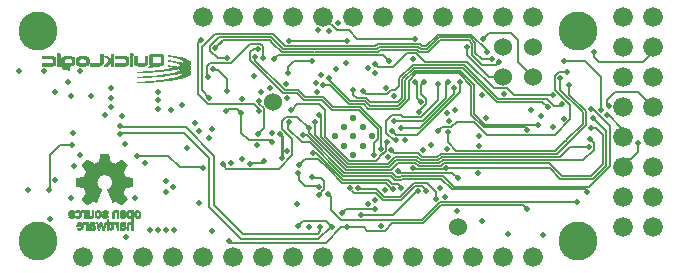
<source format=gbr>
G04 #@! TF.GenerationSoftware,KiCad,Pcbnew,5.1.4+dfsg1-1~bpo10+1*
G04 #@! TF.CreationDate,2020-01-31T15:28:30+01:00*
G04 #@! TF.ProjectId,quicklogic-quick-feather-board,71756963-6b6c-46f6-9769-632d71756963,rev?*
G04 #@! TF.SameCoordinates,Original*
G04 #@! TF.FileFunction,Copper,L4,Bot*
G04 #@! TF.FilePolarity,Positive*
%FSLAX46Y46*%
G04 Gerber Fmt 4.6, Leading zero omitted, Abs format (unit mm)*
G04 Created by KiCad (PCBNEW 5.1.4+dfsg1-1~bpo10+1) date 2020-01-31 15:28:30*
%MOMM*%
%LPD*%
G04 APERTURE LIST*
%ADD10C,0.010000*%
%ADD11C,1.524000*%
%ADD12C,1.676400*%
%ADD13C,3.302000*%
%ADD14C,0.550000*%
%ADD15C,0.500000*%
%ADD16C,0.150000*%
%ADD17C,0.250000*%
%ADD18C,0.200000*%
%ADD19C,0.254000*%
G04 APERTURE END LIST*
D10*
G36*
X132780547Y-112239315D02*
G01*
X132744257Y-112242589D01*
X132713571Y-112248483D01*
X132686290Y-112257419D01*
X132660688Y-112269559D01*
X132630681Y-112290821D01*
X132604258Y-112319027D01*
X132584255Y-112350988D01*
X132580279Y-112359956D01*
X132568110Y-112390180D01*
X132568100Y-112877860D01*
X132692560Y-112880712D01*
X132692560Y-112852616D01*
X132693001Y-112837262D01*
X132694140Y-112827057D01*
X132695256Y-112824520D01*
X132699925Y-112827991D01*
X132708580Y-112836755D01*
X132712999Y-112841658D01*
X132731978Y-112858645D01*
X132755580Y-112870826D01*
X132785318Y-112878710D01*
X132822703Y-112882805D01*
X132837340Y-112883422D01*
X132862824Y-112883658D01*
X132886988Y-112883015D01*
X132906538Y-112881624D01*
X132915530Y-112880315D01*
X132945682Y-112871062D01*
X132976935Y-112856628D01*
X133005331Y-112839088D01*
X133024046Y-112823501D01*
X133049625Y-112791334D01*
X133066796Y-112755521D01*
X133075801Y-112717506D01*
X133076878Y-112678734D01*
X133076640Y-112677361D01*
X132956223Y-112677361D01*
X132955252Y-112700525D01*
X132946495Y-112722310D01*
X132929720Y-112740562D01*
X132927587Y-112742115D01*
X132913946Y-112750585D01*
X132899866Y-112756449D01*
X132883179Y-112760099D01*
X132861719Y-112761928D01*
X132833316Y-112762328D01*
X132817020Y-112762134D01*
X132788455Y-112761426D01*
X132767932Y-112760233D01*
X132753336Y-112758268D01*
X132742549Y-112755242D01*
X132733457Y-112750866D01*
X132733200Y-112750718D01*
X132717655Y-112738381D01*
X132706482Y-112721138D01*
X132699038Y-112697444D01*
X132694673Y-112665753D01*
X132694033Y-112657094D01*
X132691057Y-112611160D01*
X132792139Y-112611271D01*
X132827669Y-112611414D01*
X132854661Y-112611841D01*
X132874734Y-112612682D01*
X132889508Y-112614068D01*
X132900604Y-112616129D01*
X132909641Y-112618995D01*
X132914706Y-112621136D01*
X132935720Y-112635512D01*
X132949636Y-112654971D01*
X132956223Y-112677361D01*
X133076640Y-112677361D01*
X133070268Y-112640648D01*
X133056211Y-112604695D01*
X133034945Y-112572318D01*
X133006713Y-112544961D01*
X132974540Y-112525351D01*
X132959391Y-112518812D01*
X132944182Y-112513785D01*
X132927295Y-112510081D01*
X132907110Y-112507504D01*
X132882008Y-112505865D01*
X132850368Y-112504969D01*
X132810571Y-112504625D01*
X132799905Y-112504604D01*
X132691349Y-112504480D01*
X132693457Y-112456281D01*
X132695643Y-112427652D01*
X132700005Y-112406818D01*
X132707619Y-112391473D01*
X132719557Y-112379312D01*
X132733732Y-112369860D01*
X132742123Y-112365647D01*
X132751816Y-112362768D01*
X132764860Y-112360982D01*
X132783299Y-112360045D01*
X132809181Y-112359716D01*
X132819560Y-112359700D01*
X132853451Y-112360227D01*
X132879103Y-112362156D01*
X132898402Y-112366003D01*
X132913229Y-112372284D01*
X132925470Y-112381518D01*
X132934582Y-112391280D01*
X132945464Y-112404211D01*
X132994272Y-112366948D01*
X133013108Y-112352336D01*
X133028568Y-112339904D01*
X133039081Y-112330946D01*
X133043078Y-112326755D01*
X133043080Y-112326721D01*
X133039269Y-112320177D01*
X133029265Y-112309658D01*
X133015216Y-112296991D01*
X132999267Y-112284005D01*
X132983566Y-112272529D01*
X132970258Y-112264392D01*
X132969420Y-112263969D01*
X132947833Y-112254068D01*
X132927762Y-112246998D01*
X132906748Y-112242323D01*
X132882329Y-112239605D01*
X132852047Y-112238408D01*
X132824640Y-112238242D01*
X132780547Y-112239315D01*
X132780547Y-112239315D01*
G37*
X132780547Y-112239315D02*
X132744257Y-112242589D01*
X132713571Y-112248483D01*
X132686290Y-112257419D01*
X132660688Y-112269559D01*
X132630681Y-112290821D01*
X132604258Y-112319027D01*
X132584255Y-112350988D01*
X132580279Y-112359956D01*
X132568110Y-112390180D01*
X132568100Y-112877860D01*
X132692560Y-112880712D01*
X132692560Y-112852616D01*
X132693001Y-112837262D01*
X132694140Y-112827057D01*
X132695256Y-112824520D01*
X132699925Y-112827991D01*
X132708580Y-112836755D01*
X132712999Y-112841658D01*
X132731978Y-112858645D01*
X132755580Y-112870826D01*
X132785318Y-112878710D01*
X132822703Y-112882805D01*
X132837340Y-112883422D01*
X132862824Y-112883658D01*
X132886988Y-112883015D01*
X132906538Y-112881624D01*
X132915530Y-112880315D01*
X132945682Y-112871062D01*
X132976935Y-112856628D01*
X133005331Y-112839088D01*
X133024046Y-112823501D01*
X133049625Y-112791334D01*
X133066796Y-112755521D01*
X133075801Y-112717506D01*
X133076878Y-112678734D01*
X133076640Y-112677361D01*
X132956223Y-112677361D01*
X132955252Y-112700525D01*
X132946495Y-112722310D01*
X132929720Y-112740562D01*
X132927587Y-112742115D01*
X132913946Y-112750585D01*
X132899866Y-112756449D01*
X132883179Y-112760099D01*
X132861719Y-112761928D01*
X132833316Y-112762328D01*
X132817020Y-112762134D01*
X132788455Y-112761426D01*
X132767932Y-112760233D01*
X132753336Y-112758268D01*
X132742549Y-112755242D01*
X132733457Y-112750866D01*
X132733200Y-112750718D01*
X132717655Y-112738381D01*
X132706482Y-112721138D01*
X132699038Y-112697444D01*
X132694673Y-112665753D01*
X132694033Y-112657094D01*
X132691057Y-112611160D01*
X132792139Y-112611271D01*
X132827669Y-112611414D01*
X132854661Y-112611841D01*
X132874734Y-112612682D01*
X132889508Y-112614068D01*
X132900604Y-112616129D01*
X132909641Y-112618995D01*
X132914706Y-112621136D01*
X132935720Y-112635512D01*
X132949636Y-112654971D01*
X132956223Y-112677361D01*
X133076640Y-112677361D01*
X133070268Y-112640648D01*
X133056211Y-112604695D01*
X133034945Y-112572318D01*
X133006713Y-112544961D01*
X132974540Y-112525351D01*
X132959391Y-112518812D01*
X132944182Y-112513785D01*
X132927295Y-112510081D01*
X132907110Y-112507504D01*
X132882008Y-112505865D01*
X132850368Y-112504969D01*
X132810571Y-112504625D01*
X132799905Y-112504604D01*
X132691349Y-112504480D01*
X132693457Y-112456281D01*
X132695643Y-112427652D01*
X132700005Y-112406818D01*
X132707619Y-112391473D01*
X132719557Y-112379312D01*
X132733732Y-112369860D01*
X132742123Y-112365647D01*
X132751816Y-112362768D01*
X132764860Y-112360982D01*
X132783299Y-112360045D01*
X132809181Y-112359716D01*
X132819560Y-112359700D01*
X132853451Y-112360227D01*
X132879103Y-112362156D01*
X132898402Y-112366003D01*
X132913229Y-112372284D01*
X132925470Y-112381518D01*
X132934582Y-112391280D01*
X132945464Y-112404211D01*
X132994272Y-112366948D01*
X133013108Y-112352336D01*
X133028568Y-112339904D01*
X133039081Y-112330946D01*
X133043078Y-112326755D01*
X133043080Y-112326721D01*
X133039269Y-112320177D01*
X133029265Y-112309658D01*
X133015216Y-112296991D01*
X132999267Y-112284005D01*
X132983566Y-112272529D01*
X132970258Y-112264392D01*
X132969420Y-112263969D01*
X132947833Y-112254068D01*
X132927762Y-112246998D01*
X132906748Y-112242323D01*
X132882329Y-112239605D01*
X132852047Y-112238408D01*
X132824640Y-112238242D01*
X132780547Y-112239315D01*
G36*
X133992800Y-111237697D02*
G01*
X133944546Y-111250663D01*
X133901589Y-111272290D01*
X133863900Y-111302592D01*
X133840265Y-111329454D01*
X133821783Y-111356927D01*
X133807426Y-111386492D01*
X133796905Y-111419537D01*
X133789927Y-111457455D01*
X133786203Y-111501634D01*
X133785440Y-111553464D01*
X133786239Y-111587540D01*
X133788944Y-111636516D01*
X133793763Y-111677186D01*
X133801296Y-111711291D01*
X133812144Y-111740570D01*
X133826907Y-111766764D01*
X133846185Y-111791615D01*
X133862676Y-111809131D01*
X133896646Y-111838152D01*
X133932990Y-111858971D01*
X133973336Y-111872200D01*
X134019311Y-111878453D01*
X134048718Y-111879129D01*
X134072449Y-111878418D01*
X134094606Y-111876951D01*
X134111651Y-111874993D01*
X134116492Y-111874074D01*
X134157147Y-111859634D01*
X134196141Y-111835699D01*
X134229665Y-111806384D01*
X134252401Y-111781720D01*
X134270173Y-111757392D01*
X134283622Y-111731593D01*
X134293389Y-111702517D01*
X134300117Y-111668358D01*
X134304446Y-111627310D01*
X134306544Y-111590015D01*
X134306759Y-111562248D01*
X134178460Y-111562248D01*
X134178460Y-111648716D01*
X134162189Y-111681766D01*
X134144147Y-111711176D01*
X134122589Y-111731992D01*
X134096231Y-111744929D01*
X134063792Y-111750703D01*
X134038167Y-111750926D01*
X134014539Y-111749112D01*
X133996963Y-111745333D01*
X133981373Y-111738591D01*
X133976269Y-111735719D01*
X133956096Y-111721639D01*
X133940584Y-111705025D01*
X133929138Y-111684405D01*
X133921160Y-111658307D01*
X133916056Y-111625257D01*
X133913228Y-111583782D01*
X133913066Y-111579608D01*
X133912542Y-111528728D01*
X133915306Y-111486574D01*
X133921698Y-111452146D01*
X133932056Y-111424448D01*
X133946721Y-111402480D01*
X133966031Y-111385245D01*
X133982521Y-111375450D01*
X134014232Y-111364217D01*
X134047608Y-111360797D01*
X134080534Y-111364757D01*
X134110894Y-111375663D01*
X134136571Y-111393084D01*
X134151338Y-111409953D01*
X134160675Y-111425177D01*
X134167660Y-111440910D01*
X134172608Y-111458925D01*
X134175837Y-111481000D01*
X134177662Y-111508909D01*
X134178399Y-111544428D01*
X134178460Y-111562248D01*
X134306759Y-111562248D01*
X134307053Y-111524555D01*
X134302844Y-111466749D01*
X134293980Y-111416973D01*
X134280528Y-111375600D01*
X134263958Y-111344995D01*
X134231078Y-111304961D01*
X134194031Y-111274033D01*
X134152338Y-111251967D01*
X134105521Y-111238517D01*
X134053100Y-111233436D01*
X134046380Y-111233378D01*
X133992800Y-111237697D01*
X133992800Y-111237697D01*
G37*
X133992800Y-111237697D02*
X133944546Y-111250663D01*
X133901589Y-111272290D01*
X133863900Y-111302592D01*
X133840265Y-111329454D01*
X133821783Y-111356927D01*
X133807426Y-111386492D01*
X133796905Y-111419537D01*
X133789927Y-111457455D01*
X133786203Y-111501634D01*
X133785440Y-111553464D01*
X133786239Y-111587540D01*
X133788944Y-111636516D01*
X133793763Y-111677186D01*
X133801296Y-111711291D01*
X133812144Y-111740570D01*
X133826907Y-111766764D01*
X133846185Y-111791615D01*
X133862676Y-111809131D01*
X133896646Y-111838152D01*
X133932990Y-111858971D01*
X133973336Y-111872200D01*
X134019311Y-111878453D01*
X134048718Y-111879129D01*
X134072449Y-111878418D01*
X134094606Y-111876951D01*
X134111651Y-111874993D01*
X134116492Y-111874074D01*
X134157147Y-111859634D01*
X134196141Y-111835699D01*
X134229665Y-111806384D01*
X134252401Y-111781720D01*
X134270173Y-111757392D01*
X134283622Y-111731593D01*
X134293389Y-111702517D01*
X134300117Y-111668358D01*
X134304446Y-111627310D01*
X134306544Y-111590015D01*
X134306759Y-111562248D01*
X134178460Y-111562248D01*
X134178460Y-111648716D01*
X134162189Y-111681766D01*
X134144147Y-111711176D01*
X134122589Y-111731992D01*
X134096231Y-111744929D01*
X134063792Y-111750703D01*
X134038167Y-111750926D01*
X134014539Y-111749112D01*
X133996963Y-111745333D01*
X133981373Y-111738591D01*
X133976269Y-111735719D01*
X133956096Y-111721639D01*
X133940584Y-111705025D01*
X133929138Y-111684405D01*
X133921160Y-111658307D01*
X133916056Y-111625257D01*
X133913228Y-111583782D01*
X133913066Y-111579608D01*
X133912542Y-111528728D01*
X133915306Y-111486574D01*
X133921698Y-111452146D01*
X133932056Y-111424448D01*
X133946721Y-111402480D01*
X133966031Y-111385245D01*
X133982521Y-111375450D01*
X134014232Y-111364217D01*
X134047608Y-111360797D01*
X134080534Y-111364757D01*
X134110894Y-111375663D01*
X134136571Y-111393084D01*
X134151338Y-111409953D01*
X134160675Y-111425177D01*
X134167660Y-111440910D01*
X134172608Y-111458925D01*
X134175837Y-111481000D01*
X134177662Y-111508909D01*
X134178399Y-111544428D01*
X134178460Y-111562248D01*
X134306759Y-111562248D01*
X134307053Y-111524555D01*
X134302844Y-111466749D01*
X134293980Y-111416973D01*
X134280528Y-111375600D01*
X134263958Y-111344995D01*
X134231078Y-111304961D01*
X134194031Y-111274033D01*
X134152338Y-111251967D01*
X134105521Y-111238517D01*
X134053100Y-111233436D01*
X134046380Y-111233378D01*
X133992800Y-111237697D01*
G36*
X132102854Y-112238238D02*
G01*
X132074699Y-112244601D01*
X132053284Y-112252328D01*
X132032416Y-112261726D01*
X132018495Y-112269591D01*
X131997210Y-112283849D01*
X132042803Y-112338284D01*
X132059438Y-112357915D01*
X132073773Y-112374399D01*
X132084557Y-112386328D01*
X132090537Y-112392297D01*
X132091244Y-112392720D01*
X132096907Y-112390055D01*
X132106965Y-112383544D01*
X132108313Y-112382593D01*
X132133395Y-112370251D01*
X132163191Y-112364263D01*
X132194016Y-112365262D01*
X132201241Y-112366629D01*
X132234462Y-112378426D01*
X132260899Y-112397623D01*
X132279633Y-112421992D01*
X132293780Y-112446060D01*
X132298860Y-112877860D01*
X132423320Y-112880712D01*
X132423320Y-112245400D01*
X132296320Y-112245400D01*
X132296320Y-112306476D01*
X132268844Y-112284096D01*
X132231438Y-112259793D01*
X132190037Y-112243791D01*
X132146543Y-112236477D01*
X132102854Y-112238238D01*
X132102854Y-112238238D01*
G37*
X132102854Y-112238238D02*
X132074699Y-112244601D01*
X132053284Y-112252328D01*
X132032416Y-112261726D01*
X132018495Y-112269591D01*
X131997210Y-112283849D01*
X132042803Y-112338284D01*
X132059438Y-112357915D01*
X132073773Y-112374399D01*
X132084557Y-112386328D01*
X132090537Y-112392297D01*
X132091244Y-112392720D01*
X132096907Y-112390055D01*
X132106965Y-112383544D01*
X132108313Y-112382593D01*
X132133395Y-112370251D01*
X132163191Y-112364263D01*
X132194016Y-112365262D01*
X132201241Y-112366629D01*
X132234462Y-112378426D01*
X132260899Y-112397623D01*
X132279633Y-112421992D01*
X132293780Y-112446060D01*
X132298860Y-112877860D01*
X132423320Y-112880712D01*
X132423320Y-112245400D01*
X132296320Y-112245400D01*
X132296320Y-112306476D01*
X132268844Y-112284096D01*
X132231438Y-112259793D01*
X132190037Y-112243791D01*
X132146543Y-112236477D01*
X132102854Y-112238238D01*
G36*
X130221342Y-112236999D02*
G01*
X130168718Y-112243659D01*
X130122264Y-112256601D01*
X130082553Y-112275588D01*
X130050159Y-112300381D01*
X130025658Y-112330742D01*
X130017762Y-112345302D01*
X130012505Y-112357777D01*
X130008100Y-112371708D01*
X130004485Y-112388027D01*
X130001598Y-112407665D01*
X129999379Y-112431555D01*
X129997764Y-112460627D01*
X129996692Y-112495814D01*
X129996102Y-112538047D01*
X129995931Y-112588257D01*
X129996119Y-112647376D01*
X129996252Y-112669580D01*
X129997620Y-112877860D01*
X130124620Y-112877860D01*
X130126158Y-112851118D01*
X130127696Y-112824377D01*
X130140767Y-112839911D01*
X130163815Y-112859576D01*
X130194961Y-112873734D01*
X130233657Y-112882213D01*
X130279355Y-112884841D01*
X130283621Y-112884788D01*
X130304359Y-112884177D01*
X130322586Y-112883212D01*
X130334670Y-112882090D01*
X130335440Y-112881970D01*
X130380927Y-112869911D01*
X130420393Y-112850505D01*
X130453252Y-112824654D01*
X130478920Y-112793260D01*
X130496812Y-112757223D01*
X130506343Y-112717447D01*
X130506780Y-112685579D01*
X130386240Y-112685579D01*
X130385344Y-112703198D01*
X130381494Y-112715500D01*
X130372951Y-112727254D01*
X130369730Y-112730826D01*
X130356508Y-112743313D01*
X130342172Y-112752236D01*
X130324832Y-112758077D01*
X130302597Y-112761317D01*
X130273577Y-112762437D01*
X130246540Y-112762182D01*
X130216574Y-112761219D01*
X130194804Y-112759662D01*
X130179269Y-112757264D01*
X130168013Y-112753776D01*
X130163591Y-112751661D01*
X130147368Y-112738685D01*
X130136162Y-112719377D01*
X130129594Y-112692731D01*
X130127283Y-112657744D01*
X130127272Y-112655610D01*
X130127160Y-112611160D01*
X130224950Y-112611271D01*
X130260083Y-112611431D01*
X130286695Y-112611906D01*
X130306426Y-112612829D01*
X130320915Y-112614331D01*
X130331799Y-112616544D01*
X130340717Y-112619599D01*
X130343460Y-112620793D01*
X130366023Y-112634502D01*
X130379746Y-112651912D01*
X130385750Y-112674720D01*
X130386240Y-112685579D01*
X130506780Y-112685579D01*
X130506928Y-112674831D01*
X130498223Y-112631065D01*
X130491429Y-112611049D01*
X130483845Y-112595691D01*
X130473204Y-112581355D01*
X130457236Y-112564403D01*
X130455675Y-112562839D01*
X130439337Y-112547146D01*
X130424285Y-112534719D01*
X130409034Y-112525155D01*
X130392101Y-112518050D01*
X130372005Y-112513003D01*
X130347262Y-112509609D01*
X130316388Y-112507465D01*
X130277901Y-112506170D01*
X130244820Y-112505538D01*
X130126260Y-112503651D01*
X130127980Y-112451122D01*
X130128987Y-112426916D01*
X130130450Y-112410529D01*
X130132874Y-112399619D01*
X130136760Y-112391845D01*
X130142102Y-112385404D01*
X130161421Y-112371890D01*
X130189812Y-112362719D01*
X130227149Y-112357923D01*
X130253223Y-112357160D01*
X130287594Y-112358280D01*
X130314150Y-112362029D01*
X130335027Y-112368988D01*
X130352362Y-112379742D01*
X130359840Y-112386223D01*
X130377721Y-112403087D01*
X130425161Y-112366958D01*
X130443706Y-112352654D01*
X130458855Y-112340626D01*
X130469016Y-112332163D01*
X130472600Y-112328576D01*
X130468694Y-112319567D01*
X130458237Y-112306931D01*
X130443123Y-112292690D01*
X130427712Y-112280608D01*
X130395014Y-112261503D01*
X130357529Y-112248052D01*
X130313615Y-112239769D01*
X130279560Y-112236859D01*
X130221342Y-112236999D01*
X130221342Y-112236999D01*
G37*
X130221342Y-112236999D02*
X130168718Y-112243659D01*
X130122264Y-112256601D01*
X130082553Y-112275588D01*
X130050159Y-112300381D01*
X130025658Y-112330742D01*
X130017762Y-112345302D01*
X130012505Y-112357777D01*
X130008100Y-112371708D01*
X130004485Y-112388027D01*
X130001598Y-112407665D01*
X129999379Y-112431555D01*
X129997764Y-112460627D01*
X129996692Y-112495814D01*
X129996102Y-112538047D01*
X129995931Y-112588257D01*
X129996119Y-112647376D01*
X129996252Y-112669580D01*
X129997620Y-112877860D01*
X130124620Y-112877860D01*
X130126158Y-112851118D01*
X130127696Y-112824377D01*
X130140767Y-112839911D01*
X130163815Y-112859576D01*
X130194961Y-112873734D01*
X130233657Y-112882213D01*
X130279355Y-112884841D01*
X130283621Y-112884788D01*
X130304359Y-112884177D01*
X130322586Y-112883212D01*
X130334670Y-112882090D01*
X130335440Y-112881970D01*
X130380927Y-112869911D01*
X130420393Y-112850505D01*
X130453252Y-112824654D01*
X130478920Y-112793260D01*
X130496812Y-112757223D01*
X130506343Y-112717447D01*
X130506780Y-112685579D01*
X130386240Y-112685579D01*
X130385344Y-112703198D01*
X130381494Y-112715500D01*
X130372951Y-112727254D01*
X130369730Y-112730826D01*
X130356508Y-112743313D01*
X130342172Y-112752236D01*
X130324832Y-112758077D01*
X130302597Y-112761317D01*
X130273577Y-112762437D01*
X130246540Y-112762182D01*
X130216574Y-112761219D01*
X130194804Y-112759662D01*
X130179269Y-112757264D01*
X130168013Y-112753776D01*
X130163591Y-112751661D01*
X130147368Y-112738685D01*
X130136162Y-112719377D01*
X130129594Y-112692731D01*
X130127283Y-112657744D01*
X130127272Y-112655610D01*
X130127160Y-112611160D01*
X130224950Y-112611271D01*
X130260083Y-112611431D01*
X130286695Y-112611906D01*
X130306426Y-112612829D01*
X130320915Y-112614331D01*
X130331799Y-112616544D01*
X130340717Y-112619599D01*
X130343460Y-112620793D01*
X130366023Y-112634502D01*
X130379746Y-112651912D01*
X130385750Y-112674720D01*
X130386240Y-112685579D01*
X130506780Y-112685579D01*
X130506928Y-112674831D01*
X130498223Y-112631065D01*
X130491429Y-112611049D01*
X130483845Y-112595691D01*
X130473204Y-112581355D01*
X130457236Y-112564403D01*
X130455675Y-112562839D01*
X130439337Y-112547146D01*
X130424285Y-112534719D01*
X130409034Y-112525155D01*
X130392101Y-112518050D01*
X130372005Y-112513003D01*
X130347262Y-112509609D01*
X130316388Y-112507465D01*
X130277901Y-112506170D01*
X130244820Y-112505538D01*
X130126260Y-112503651D01*
X130127980Y-112451122D01*
X130128987Y-112426916D01*
X130130450Y-112410529D01*
X130132874Y-112399619D01*
X130136760Y-112391845D01*
X130142102Y-112385404D01*
X130161421Y-112371890D01*
X130189812Y-112362719D01*
X130227149Y-112357923D01*
X130253223Y-112357160D01*
X130287594Y-112358280D01*
X130314150Y-112362029D01*
X130335027Y-112368988D01*
X130352362Y-112379742D01*
X130359840Y-112386223D01*
X130377721Y-112403087D01*
X130425161Y-112366958D01*
X130443706Y-112352654D01*
X130458855Y-112340626D01*
X130469016Y-112332163D01*
X130472600Y-112328576D01*
X130468694Y-112319567D01*
X130458237Y-112306931D01*
X130443123Y-112292690D01*
X130427712Y-112280608D01*
X130395014Y-112261503D01*
X130357529Y-112248052D01*
X130313615Y-112239769D01*
X130279560Y-112236859D01*
X130221342Y-112236999D01*
G36*
X132096737Y-111240625D02*
G01*
X132056274Y-111256680D01*
X132020142Y-111280399D01*
X131989490Y-111310984D01*
X131965466Y-111347638D01*
X131949218Y-111389565D01*
X131946437Y-111401100D01*
X131944809Y-111414425D01*
X131943446Y-111437693D01*
X131942353Y-111470687D01*
X131941534Y-111513193D01*
X131940995Y-111564996D01*
X131940741Y-111625881D01*
X131940720Y-111651290D01*
X131940720Y-111874560D01*
X132067297Y-111874560D01*
X132068779Y-111664638D01*
X132070260Y-111454716D01*
X132085578Y-111424777D01*
X132104099Y-111396999D01*
X132127360Y-111377722D01*
X132156409Y-111366288D01*
X132184760Y-111362331D01*
X132206329Y-111362251D01*
X132226452Y-111364089D01*
X132238101Y-111366626D01*
X132260316Y-111378058D01*
X132282147Y-111396281D01*
X132300417Y-111418318D01*
X132308564Y-111432600D01*
X132311190Y-111438654D01*
X132313356Y-111445119D01*
X132315115Y-111453012D01*
X132316520Y-111463351D01*
X132317625Y-111477153D01*
X132318483Y-111495435D01*
X132319148Y-111519216D01*
X132319673Y-111549513D01*
X132320111Y-111587343D01*
X132320516Y-111633724D01*
X132320757Y-111665010D01*
X132322334Y-111874560D01*
X132448720Y-111874560D01*
X132448720Y-111239560D01*
X132321720Y-111239560D01*
X132321720Y-111305716D01*
X132292895Y-111282238D01*
X132260955Y-111259612D01*
X132228999Y-111244698D01*
X132193198Y-111235790D01*
X132186066Y-111234696D01*
X132140384Y-111233031D01*
X132096737Y-111240625D01*
X132096737Y-111240625D01*
G37*
X132096737Y-111240625D02*
X132056274Y-111256680D01*
X132020142Y-111280399D01*
X131989490Y-111310984D01*
X131965466Y-111347638D01*
X131949218Y-111389565D01*
X131946437Y-111401100D01*
X131944809Y-111414425D01*
X131943446Y-111437693D01*
X131942353Y-111470687D01*
X131941534Y-111513193D01*
X131940995Y-111564996D01*
X131940741Y-111625881D01*
X131940720Y-111651290D01*
X131940720Y-111874560D01*
X132067297Y-111874560D01*
X132068779Y-111664638D01*
X132070260Y-111454716D01*
X132085578Y-111424777D01*
X132104099Y-111396999D01*
X132127360Y-111377722D01*
X132156409Y-111366288D01*
X132184760Y-111362331D01*
X132206329Y-111362251D01*
X132226452Y-111364089D01*
X132238101Y-111366626D01*
X132260316Y-111378058D01*
X132282147Y-111396281D01*
X132300417Y-111418318D01*
X132308564Y-111432600D01*
X132311190Y-111438654D01*
X132313356Y-111445119D01*
X132315115Y-111453012D01*
X132316520Y-111463351D01*
X132317625Y-111477153D01*
X132318483Y-111495435D01*
X132319148Y-111519216D01*
X132319673Y-111549513D01*
X132320111Y-111587343D01*
X132320516Y-111633724D01*
X132320757Y-111665010D01*
X132322334Y-111874560D01*
X132448720Y-111874560D01*
X132448720Y-111239560D01*
X132321720Y-111239560D01*
X132321720Y-111305716D01*
X132292895Y-111282238D01*
X132260955Y-111259612D01*
X132228999Y-111244698D01*
X132193198Y-111235790D01*
X132186066Y-111234696D01*
X132140384Y-111233031D01*
X132096737Y-111240625D01*
G36*
X130217542Y-111449481D02*
G01*
X130216060Y-111659403D01*
X130200743Y-111689342D01*
X130182401Y-111716956D01*
X130159425Y-111736139D01*
X130130669Y-111747609D01*
X130100830Y-111751829D01*
X130066560Y-111750846D01*
X130038478Y-111743099D01*
X130014581Y-111727838D01*
X130001225Y-111714544D01*
X129993357Y-111705449D01*
X129986828Y-111696985D01*
X129981503Y-111688138D01*
X129977249Y-111677892D01*
X129973931Y-111665230D01*
X129971416Y-111649138D01*
X129969570Y-111628599D01*
X129968258Y-111602598D01*
X129967347Y-111570120D01*
X129966703Y-111530149D01*
X129966191Y-111481669D01*
X129965879Y-111446570D01*
X129964074Y-111239560D01*
X129837600Y-111239560D01*
X129837600Y-111874560D01*
X129964600Y-111874560D01*
X129964600Y-111841540D01*
X129964992Y-111824722D01*
X129966018Y-111812829D01*
X129967392Y-111808520D01*
X129972290Y-111811785D01*
X129981805Y-111820148D01*
X129988982Y-111827012D01*
X130003728Y-111839017D01*
X130023318Y-111851776D01*
X130040800Y-111861169D01*
X130057979Y-111868739D01*
X130073148Y-111873568D01*
X130089803Y-111876373D01*
X130111442Y-111877869D01*
X130124620Y-111878333D01*
X130152143Y-111878599D01*
X130172702Y-111877290D01*
X130189417Y-111874078D01*
X130200999Y-111870339D01*
X130223788Y-111861300D01*
X130240995Y-111852516D01*
X130256469Y-111841580D01*
X130274061Y-111826082D01*
X130278723Y-111821703D01*
X130307682Y-111787608D01*
X130329000Y-111748067D01*
X130339884Y-111713019D01*
X130341512Y-111699694D01*
X130342875Y-111676426D01*
X130343968Y-111643432D01*
X130344787Y-111600926D01*
X130345326Y-111549123D01*
X130345580Y-111488238D01*
X130345600Y-111462829D01*
X130345600Y-111239560D01*
X130219024Y-111239560D01*
X130217542Y-111449481D01*
X130217542Y-111449481D01*
G37*
X130217542Y-111449481D02*
X130216060Y-111659403D01*
X130200743Y-111689342D01*
X130182401Y-111716956D01*
X130159425Y-111736139D01*
X130130669Y-111747609D01*
X130100830Y-111751829D01*
X130066560Y-111750846D01*
X130038478Y-111743099D01*
X130014581Y-111727838D01*
X130001225Y-111714544D01*
X129993357Y-111705449D01*
X129986828Y-111696985D01*
X129981503Y-111688138D01*
X129977249Y-111677892D01*
X129973931Y-111665230D01*
X129971416Y-111649138D01*
X129969570Y-111628599D01*
X129968258Y-111602598D01*
X129967347Y-111570120D01*
X129966703Y-111530149D01*
X129966191Y-111481669D01*
X129965879Y-111446570D01*
X129964074Y-111239560D01*
X129837600Y-111239560D01*
X129837600Y-111874560D01*
X129964600Y-111874560D01*
X129964600Y-111841540D01*
X129964992Y-111824722D01*
X129966018Y-111812829D01*
X129967392Y-111808520D01*
X129972290Y-111811785D01*
X129981805Y-111820148D01*
X129988982Y-111827012D01*
X130003728Y-111839017D01*
X130023318Y-111851776D01*
X130040800Y-111861169D01*
X130057979Y-111868739D01*
X130073148Y-111873568D01*
X130089803Y-111876373D01*
X130111442Y-111877869D01*
X130124620Y-111878333D01*
X130152143Y-111878599D01*
X130172702Y-111877290D01*
X130189417Y-111874078D01*
X130200999Y-111870339D01*
X130223788Y-111861300D01*
X130240995Y-111852516D01*
X130256469Y-111841580D01*
X130274061Y-111826082D01*
X130278723Y-111821703D01*
X130307682Y-111787608D01*
X130329000Y-111748067D01*
X130339884Y-111713019D01*
X130341512Y-111699694D01*
X130342875Y-111676426D01*
X130343968Y-111643432D01*
X130344787Y-111600926D01*
X130345326Y-111549123D01*
X130345580Y-111488238D01*
X130345600Y-111462829D01*
X130345600Y-111239560D01*
X130219024Y-111239560D01*
X130217542Y-111449481D01*
G36*
X131224650Y-112457490D02*
G01*
X131212403Y-112502490D01*
X131200878Y-112544699D01*
X131190367Y-112583055D01*
X131181165Y-112616495D01*
X131173563Y-112643954D01*
X131167855Y-112664372D01*
X131164334Y-112676683D01*
X131163392Y-112679740D01*
X131161210Y-112679338D01*
X131156932Y-112671268D01*
X131150419Y-112655151D01*
X131141529Y-112630610D01*
X131130125Y-112597267D01*
X131116066Y-112554744D01*
X131107983Y-112529880D01*
X131094413Y-112487974D01*
X131080834Y-112446094D01*
X131067826Y-112406028D01*
X131055972Y-112369566D01*
X131045852Y-112338496D01*
X131038049Y-112314608D01*
X131035761Y-112307630D01*
X131015319Y-112245400D01*
X130921501Y-112245400D01*
X130853769Y-112454950D01*
X130839355Y-112499489D01*
X130825766Y-112541381D01*
X130813349Y-112579560D01*
X130802450Y-112612961D01*
X130793419Y-112640522D01*
X130786603Y-112661177D01*
X130782349Y-112673863D01*
X130781174Y-112677200D01*
X130779629Y-112678889D01*
X130777394Y-112676821D01*
X130774246Y-112670282D01*
X130769961Y-112658558D01*
X130764315Y-112640935D01*
X130757086Y-112616700D01*
X130748048Y-112585138D01*
X130736978Y-112545537D01*
X130723653Y-112497181D01*
X130716085Y-112469532D01*
X130703614Y-112424020D01*
X130691928Y-112381592D01*
X130681302Y-112343238D01*
X130672014Y-112309950D01*
X130664342Y-112282718D01*
X130658563Y-112262534D01*
X130654954Y-112250387D01*
X130653824Y-112247129D01*
X130648268Y-112246472D01*
X130634525Y-112246125D01*
X130614561Y-112246104D01*
X130590346Y-112246428D01*
X130586033Y-112246517D01*
X130520276Y-112247940D01*
X130603117Y-112507020D01*
X130619534Y-112558382D01*
X130635564Y-112608567D01*
X130650835Y-112656411D01*
X130664974Y-112700747D01*
X130677612Y-112740409D01*
X130688376Y-112774232D01*
X130696894Y-112801048D01*
X130702794Y-112819693D01*
X130703966Y-112823414D01*
X130721973Y-112880728D01*
X130834699Y-112877860D01*
X130901092Y-112655026D01*
X130918246Y-112597813D01*
X130932803Y-112550057D01*
X130944875Y-112511423D01*
X130954572Y-112481574D01*
X130962006Y-112460176D01*
X130967286Y-112446893D01*
X130970524Y-112441389D01*
X130971526Y-112441666D01*
X130973801Y-112448440D01*
X130978635Y-112463891D01*
X130985705Y-112486953D01*
X130994689Y-112516559D01*
X131005263Y-112551644D01*
X131017104Y-112591141D01*
X131029891Y-112633984D01*
X131036702Y-112656880D01*
X131049810Y-112700989D01*
X131062081Y-112742277D01*
X131073200Y-112779681D01*
X131082851Y-112812140D01*
X131090718Y-112838593D01*
X131096486Y-112857977D01*
X131099839Y-112869231D01*
X131100521Y-112871510D01*
X131102869Y-112875457D01*
X131108269Y-112878044D01*
X131118525Y-112879547D01*
X131135443Y-112880240D01*
X131158902Y-112880400D01*
X131186077Y-112879996D01*
X131204137Y-112878712D01*
X131214099Y-112876435D01*
X131216855Y-112874050D01*
X131218758Y-112868209D01*
X131223479Y-112853530D01*
X131230750Y-112830851D01*
X131240300Y-112801014D01*
X131251862Y-112764860D01*
X131265167Y-112723228D01*
X131279946Y-112676959D01*
X131295930Y-112626894D01*
X131312850Y-112573873D01*
X131316102Y-112563680D01*
X131333181Y-112510171D01*
X131349387Y-112459438D01*
X131364450Y-112412327D01*
X131378100Y-112369680D01*
X131390066Y-112332341D01*
X131400078Y-112301153D01*
X131407866Y-112276960D01*
X131413160Y-112260604D01*
X131415688Y-112252930D01*
X131415831Y-112252530D01*
X131415395Y-112249602D01*
X131410538Y-112247575D01*
X131399883Y-112246300D01*
X131382052Y-112245626D01*
X131355668Y-112245403D01*
X131350424Y-112245400D01*
X131282280Y-112245400D01*
X131224650Y-112457490D01*
X131224650Y-112457490D01*
G37*
X131224650Y-112457490D02*
X131212403Y-112502490D01*
X131200878Y-112544699D01*
X131190367Y-112583055D01*
X131181165Y-112616495D01*
X131173563Y-112643954D01*
X131167855Y-112664372D01*
X131164334Y-112676683D01*
X131163392Y-112679740D01*
X131161210Y-112679338D01*
X131156932Y-112671268D01*
X131150419Y-112655151D01*
X131141529Y-112630610D01*
X131130125Y-112597267D01*
X131116066Y-112554744D01*
X131107983Y-112529880D01*
X131094413Y-112487974D01*
X131080834Y-112446094D01*
X131067826Y-112406028D01*
X131055972Y-112369566D01*
X131045852Y-112338496D01*
X131038049Y-112314608D01*
X131035761Y-112307630D01*
X131015319Y-112245400D01*
X130921501Y-112245400D01*
X130853769Y-112454950D01*
X130839355Y-112499489D01*
X130825766Y-112541381D01*
X130813349Y-112579560D01*
X130802450Y-112612961D01*
X130793419Y-112640522D01*
X130786603Y-112661177D01*
X130782349Y-112673863D01*
X130781174Y-112677200D01*
X130779629Y-112678889D01*
X130777394Y-112676821D01*
X130774246Y-112670282D01*
X130769961Y-112658558D01*
X130764315Y-112640935D01*
X130757086Y-112616700D01*
X130748048Y-112585138D01*
X130736978Y-112545537D01*
X130723653Y-112497181D01*
X130716085Y-112469532D01*
X130703614Y-112424020D01*
X130691928Y-112381592D01*
X130681302Y-112343238D01*
X130672014Y-112309950D01*
X130664342Y-112282718D01*
X130658563Y-112262534D01*
X130654954Y-112250387D01*
X130653824Y-112247129D01*
X130648268Y-112246472D01*
X130634525Y-112246125D01*
X130614561Y-112246104D01*
X130590346Y-112246428D01*
X130586033Y-112246517D01*
X130520276Y-112247940D01*
X130603117Y-112507020D01*
X130619534Y-112558382D01*
X130635564Y-112608567D01*
X130650835Y-112656411D01*
X130664974Y-112700747D01*
X130677612Y-112740409D01*
X130688376Y-112774232D01*
X130696894Y-112801048D01*
X130702794Y-112819693D01*
X130703966Y-112823414D01*
X130721973Y-112880728D01*
X130834699Y-112877860D01*
X130901092Y-112655026D01*
X130918246Y-112597813D01*
X130932803Y-112550057D01*
X130944875Y-112511423D01*
X130954572Y-112481574D01*
X130962006Y-112460176D01*
X130967286Y-112446893D01*
X130970524Y-112441389D01*
X130971526Y-112441666D01*
X130973801Y-112448440D01*
X130978635Y-112463891D01*
X130985705Y-112486953D01*
X130994689Y-112516559D01*
X131005263Y-112551644D01*
X131017104Y-112591141D01*
X131029891Y-112633984D01*
X131036702Y-112656880D01*
X131049810Y-112700989D01*
X131062081Y-112742277D01*
X131073200Y-112779681D01*
X131082851Y-112812140D01*
X131090718Y-112838593D01*
X131096486Y-112857977D01*
X131099839Y-112869231D01*
X131100521Y-112871510D01*
X131102869Y-112875457D01*
X131108269Y-112878044D01*
X131118525Y-112879547D01*
X131135443Y-112880240D01*
X131158902Y-112880400D01*
X131186077Y-112879996D01*
X131204137Y-112878712D01*
X131214099Y-112876435D01*
X131216855Y-112874050D01*
X131218758Y-112868209D01*
X131223479Y-112853530D01*
X131230750Y-112830851D01*
X131240300Y-112801014D01*
X131251862Y-112764860D01*
X131265167Y-112723228D01*
X131279946Y-112676959D01*
X131295930Y-112626894D01*
X131312850Y-112573873D01*
X131316102Y-112563680D01*
X131333181Y-112510171D01*
X131349387Y-112459438D01*
X131364450Y-112412327D01*
X131378100Y-112369680D01*
X131390066Y-112332341D01*
X131400078Y-112301153D01*
X131407866Y-112276960D01*
X131413160Y-112260604D01*
X131415688Y-112252930D01*
X131415831Y-112252530D01*
X131415395Y-112249602D01*
X131410538Y-112247575D01*
X131399883Y-112246300D01*
X131382052Y-112245626D01*
X131355668Y-112245403D01*
X131350424Y-112245400D01*
X131282280Y-112245400D01*
X131224650Y-112457490D01*
G36*
X131255565Y-111236290D02*
G01*
X131205502Y-111246516D01*
X131157714Y-111262883D01*
X131113888Y-111285338D01*
X131105152Y-111290950D01*
X131066783Y-111316613D01*
X131081679Y-111335236D01*
X131093101Y-111348960D01*
X131107974Y-111366104D01*
X131121138Y-111380812D01*
X131145700Y-111407765D01*
X131189132Y-111385253D01*
X131227378Y-111368638D01*
X131266057Y-111357694D01*
X131303682Y-111352406D01*
X131338763Y-111352759D01*
X131369813Y-111358740D01*
X131395344Y-111370334D01*
X131413791Y-111387421D01*
X131421374Y-111404974D01*
X131423826Y-111425072D01*
X131423072Y-111441359D01*
X131418935Y-111452295D01*
X131409526Y-111462579D01*
X131408336Y-111463652D01*
X131398503Y-111471350D01*
X131387329Y-111477354D01*
X131373193Y-111482032D01*
X131354476Y-111485758D01*
X131329555Y-111488903D01*
X131296811Y-111491837D01*
X131279589Y-111493152D01*
X131232590Y-111497683D01*
X131194241Y-111503880D01*
X131163114Y-111512107D01*
X131137784Y-111522730D01*
X131119476Y-111534113D01*
X131093735Y-111559048D01*
X131073562Y-111590958D01*
X131059763Y-111627847D01*
X131053141Y-111667716D01*
X131053357Y-111698235D01*
X131061569Y-111740433D01*
X131078565Y-111777744D01*
X131104069Y-111809882D01*
X131137805Y-111836556D01*
X131179497Y-111857478D01*
X131217255Y-111869591D01*
X131254758Y-111876323D01*
X131297777Y-111879429D01*
X131342335Y-111878915D01*
X131384460Y-111874789D01*
X131412400Y-111869242D01*
X131436026Y-111861921D01*
X131463126Y-111851702D01*
X131488305Y-111840640D01*
X131491140Y-111839255D01*
X131510473Y-111828794D01*
X131531122Y-111816196D01*
X131551216Y-111802789D01*
X131568885Y-111789899D01*
X131582258Y-111778855D01*
X131589463Y-111770984D01*
X131590200Y-111768963D01*
X131586801Y-111764073D01*
X131577553Y-111753644D01*
X131563887Y-111739225D01*
X131547907Y-111723042D01*
X131505614Y-111680968D01*
X131480797Y-111701476D01*
X131443926Y-111727385D01*
X131404939Y-111745281D01*
X131361848Y-111755833D01*
X131312669Y-111759712D01*
X131308260Y-111759755D01*
X131282609Y-111759485D01*
X131263903Y-111758045D01*
X131248951Y-111754954D01*
X131234563Y-111749730D01*
X131230647Y-111748019D01*
X131205447Y-111732570D01*
X131188511Y-111713048D01*
X131180389Y-111690578D01*
X131181635Y-111666283D01*
X131185218Y-111655483D01*
X131191022Y-111644717D01*
X131199267Y-111636216D01*
X131211305Y-111629523D01*
X131228489Y-111624181D01*
X131252173Y-111619732D01*
X131283709Y-111615721D01*
X131311238Y-111612923D01*
X131348821Y-111609147D01*
X131378171Y-111605627D01*
X131401193Y-111601963D01*
X131419793Y-111597757D01*
X131435877Y-111592610D01*
X131451349Y-111586123D01*
X131460660Y-111581656D01*
X131494991Y-111559441D01*
X131521472Y-111530920D01*
X131539818Y-111496567D01*
X131549744Y-111456856D01*
X131551544Y-111430060D01*
X131550838Y-111407399D01*
X131548785Y-111385711D01*
X131545813Y-111369383D01*
X131545507Y-111368300D01*
X131532750Y-111339071D01*
X131512839Y-111310140D01*
X131488277Y-111284966D01*
X131480980Y-111279118D01*
X131444838Y-111257847D01*
X131402539Y-111242982D01*
X131355769Y-111234469D01*
X131306216Y-111232256D01*
X131255565Y-111236290D01*
X131255565Y-111236290D01*
G37*
X131255565Y-111236290D02*
X131205502Y-111246516D01*
X131157714Y-111262883D01*
X131113888Y-111285338D01*
X131105152Y-111290950D01*
X131066783Y-111316613D01*
X131081679Y-111335236D01*
X131093101Y-111348960D01*
X131107974Y-111366104D01*
X131121138Y-111380812D01*
X131145700Y-111407765D01*
X131189132Y-111385253D01*
X131227378Y-111368638D01*
X131266057Y-111357694D01*
X131303682Y-111352406D01*
X131338763Y-111352759D01*
X131369813Y-111358740D01*
X131395344Y-111370334D01*
X131413791Y-111387421D01*
X131421374Y-111404974D01*
X131423826Y-111425072D01*
X131423072Y-111441359D01*
X131418935Y-111452295D01*
X131409526Y-111462579D01*
X131408336Y-111463652D01*
X131398503Y-111471350D01*
X131387329Y-111477354D01*
X131373193Y-111482032D01*
X131354476Y-111485758D01*
X131329555Y-111488903D01*
X131296811Y-111491837D01*
X131279589Y-111493152D01*
X131232590Y-111497683D01*
X131194241Y-111503880D01*
X131163114Y-111512107D01*
X131137784Y-111522730D01*
X131119476Y-111534113D01*
X131093735Y-111559048D01*
X131073562Y-111590958D01*
X131059763Y-111627847D01*
X131053141Y-111667716D01*
X131053357Y-111698235D01*
X131061569Y-111740433D01*
X131078565Y-111777744D01*
X131104069Y-111809882D01*
X131137805Y-111836556D01*
X131179497Y-111857478D01*
X131217255Y-111869591D01*
X131254758Y-111876323D01*
X131297777Y-111879429D01*
X131342335Y-111878915D01*
X131384460Y-111874789D01*
X131412400Y-111869242D01*
X131436026Y-111861921D01*
X131463126Y-111851702D01*
X131488305Y-111840640D01*
X131491140Y-111839255D01*
X131510473Y-111828794D01*
X131531122Y-111816196D01*
X131551216Y-111802789D01*
X131568885Y-111789899D01*
X131582258Y-111778855D01*
X131589463Y-111770984D01*
X131590200Y-111768963D01*
X131586801Y-111764073D01*
X131577553Y-111753644D01*
X131563887Y-111739225D01*
X131547907Y-111723042D01*
X131505614Y-111680968D01*
X131480797Y-111701476D01*
X131443926Y-111727385D01*
X131404939Y-111745281D01*
X131361848Y-111755833D01*
X131312669Y-111759712D01*
X131308260Y-111759755D01*
X131282609Y-111759485D01*
X131263903Y-111758045D01*
X131248951Y-111754954D01*
X131234563Y-111749730D01*
X131230647Y-111748019D01*
X131205447Y-111732570D01*
X131188511Y-111713048D01*
X131180389Y-111690578D01*
X131181635Y-111666283D01*
X131185218Y-111655483D01*
X131191022Y-111644717D01*
X131199267Y-111636216D01*
X131211305Y-111629523D01*
X131228489Y-111624181D01*
X131252173Y-111619732D01*
X131283709Y-111615721D01*
X131311238Y-111612923D01*
X131348821Y-111609147D01*
X131378171Y-111605627D01*
X131401193Y-111601963D01*
X131419793Y-111597757D01*
X131435877Y-111592610D01*
X131451349Y-111586123D01*
X131460660Y-111581656D01*
X131494991Y-111559441D01*
X131521472Y-111530920D01*
X131539818Y-111496567D01*
X131549744Y-111456856D01*
X131551544Y-111430060D01*
X131550838Y-111407399D01*
X131548785Y-111385711D01*
X131545813Y-111369383D01*
X131545507Y-111368300D01*
X131532750Y-111339071D01*
X131512839Y-111310140D01*
X131488277Y-111284966D01*
X131480980Y-111279118D01*
X131444838Y-111257847D01*
X131402539Y-111242982D01*
X131355769Y-111234469D01*
X131306216Y-111232256D01*
X131255565Y-111236290D01*
G36*
X128424727Y-111237568D02*
G01*
X128376828Y-111250853D01*
X128333357Y-111272412D01*
X128295204Y-111301537D01*
X128263262Y-111337520D01*
X128238424Y-111379655D01*
X128221579Y-111427232D01*
X128219307Y-111437060D01*
X128216374Y-111456475D01*
X128214039Y-111482774D01*
X128212536Y-111512686D01*
X128212089Y-111538010D01*
X128212000Y-111605320D01*
X128609549Y-111605320D01*
X128606039Y-111631782D01*
X128596581Y-111671612D01*
X128579892Y-111704363D01*
X128556277Y-111729772D01*
X128526039Y-111747575D01*
X128489482Y-111757510D01*
X128458380Y-111759640D01*
X128414826Y-111755448D01*
X128376875Y-111743113D01*
X128343681Y-111722349D01*
X128339733Y-111719068D01*
X128330927Y-111711350D01*
X128324295Y-111706489D01*
X128318141Y-111705071D01*
X128310770Y-111707681D01*
X128300485Y-111714902D01*
X128285591Y-111727319D01*
X128265340Y-111744705D01*
X128249522Y-111758193D01*
X128236797Y-111768982D01*
X128229013Y-111775509D01*
X128227547Y-111776687D01*
X128229698Y-111780775D01*
X128237460Y-111790033D01*
X128249194Y-111802516D01*
X128250089Y-111803428D01*
X128279240Y-111827729D01*
X128314922Y-111849171D01*
X128353543Y-111865758D01*
X128372754Y-111871587D01*
X128398839Y-111876142D01*
X128431250Y-111878603D01*
X128466373Y-111878970D01*
X128500592Y-111877242D01*
X128530291Y-111873420D01*
X128538979Y-111871580D01*
X128584964Y-111855449D01*
X128625727Y-111830795D01*
X128660875Y-111798033D01*
X128690013Y-111757579D01*
X128712750Y-111709850D01*
X128723554Y-111676440D01*
X128727959Y-111653110D01*
X128730985Y-111622361D01*
X128732635Y-111586840D01*
X128732911Y-111549192D01*
X128731813Y-111512065D01*
X128730837Y-111498640D01*
X128609394Y-111498640D01*
X128337870Y-111498640D01*
X128341224Y-111479590D01*
X128351988Y-111438409D01*
X128368417Y-111405533D01*
X128390707Y-111380705D01*
X128419056Y-111363666D01*
X128433481Y-111358575D01*
X128471129Y-111352230D01*
X128506087Y-111355258D01*
X128537411Y-111367023D01*
X128564153Y-111386889D01*
X128585368Y-111414219D01*
X128600110Y-111448378D01*
X128605857Y-111474510D01*
X128609394Y-111498640D01*
X128730837Y-111498640D01*
X128729344Y-111478104D01*
X128725505Y-111449957D01*
X128723413Y-111440220D01*
X128705859Y-111387687D01*
X128681503Y-111342161D01*
X128650812Y-111304031D01*
X128614249Y-111273685D01*
X128572281Y-111251515D01*
X128525372Y-111237908D01*
X128476160Y-111233265D01*
X128424727Y-111237568D01*
X128424727Y-111237568D01*
G37*
X128424727Y-111237568D02*
X128376828Y-111250853D01*
X128333357Y-111272412D01*
X128295204Y-111301537D01*
X128263262Y-111337520D01*
X128238424Y-111379655D01*
X128221579Y-111427232D01*
X128219307Y-111437060D01*
X128216374Y-111456475D01*
X128214039Y-111482774D01*
X128212536Y-111512686D01*
X128212089Y-111538010D01*
X128212000Y-111605320D01*
X128609549Y-111605320D01*
X128606039Y-111631782D01*
X128596581Y-111671612D01*
X128579892Y-111704363D01*
X128556277Y-111729772D01*
X128526039Y-111747575D01*
X128489482Y-111757510D01*
X128458380Y-111759640D01*
X128414826Y-111755448D01*
X128376875Y-111743113D01*
X128343681Y-111722349D01*
X128339733Y-111719068D01*
X128330927Y-111711350D01*
X128324295Y-111706489D01*
X128318141Y-111705071D01*
X128310770Y-111707681D01*
X128300485Y-111714902D01*
X128285591Y-111727319D01*
X128265340Y-111744705D01*
X128249522Y-111758193D01*
X128236797Y-111768982D01*
X128229013Y-111775509D01*
X128227547Y-111776687D01*
X128229698Y-111780775D01*
X128237460Y-111790033D01*
X128249194Y-111802516D01*
X128250089Y-111803428D01*
X128279240Y-111827729D01*
X128314922Y-111849171D01*
X128353543Y-111865758D01*
X128372754Y-111871587D01*
X128398839Y-111876142D01*
X128431250Y-111878603D01*
X128466373Y-111878970D01*
X128500592Y-111877242D01*
X128530291Y-111873420D01*
X128538979Y-111871580D01*
X128584964Y-111855449D01*
X128625727Y-111830795D01*
X128660875Y-111798033D01*
X128690013Y-111757579D01*
X128712750Y-111709850D01*
X128723554Y-111676440D01*
X128727959Y-111653110D01*
X128730985Y-111622361D01*
X128732635Y-111586840D01*
X128732911Y-111549192D01*
X128731813Y-111512065D01*
X128730837Y-111498640D01*
X128609394Y-111498640D01*
X128337870Y-111498640D01*
X128341224Y-111479590D01*
X128351988Y-111438409D01*
X128368417Y-111405533D01*
X128390707Y-111380705D01*
X128419056Y-111363666D01*
X128433481Y-111358575D01*
X128471129Y-111352230D01*
X128506087Y-111355258D01*
X128537411Y-111367023D01*
X128564153Y-111386889D01*
X128585368Y-111414219D01*
X128600110Y-111448378D01*
X128605857Y-111474510D01*
X128609394Y-111498640D01*
X128730837Y-111498640D01*
X128729344Y-111478104D01*
X128725505Y-111449957D01*
X128723413Y-111440220D01*
X128705859Y-111387687D01*
X128681503Y-111342161D01*
X128650812Y-111304031D01*
X128614249Y-111273685D01*
X128572281Y-111251515D01*
X128525372Y-111237908D01*
X128476160Y-111233265D01*
X128424727Y-111237568D01*
G36*
X131196056Y-106479615D02*
G01*
X131141497Y-106479677D01*
X131095553Y-106479806D01*
X131057448Y-106480025D01*
X131026410Y-106480354D01*
X131001666Y-106480815D01*
X130982443Y-106481429D01*
X130967966Y-106482219D01*
X130957463Y-106483206D01*
X130950161Y-106484411D01*
X130945287Y-106485856D01*
X130942066Y-106487562D01*
X130940870Y-106488489D01*
X130938469Y-106491557D01*
X130935857Y-106497220D01*
X130932881Y-106506198D01*
X130929388Y-106519215D01*
X130925224Y-106536990D01*
X130920236Y-106560245D01*
X130914271Y-106589702D01*
X130907175Y-106626081D01*
X130898795Y-106670104D01*
X130888979Y-106722493D01*
X130877572Y-106783967D01*
X130874206Y-106802180D01*
X130864062Y-106856772D01*
X130854307Y-106908614D01*
X130845120Y-106956803D01*
X130836679Y-107000437D01*
X130829161Y-107038614D01*
X130822743Y-107070433D01*
X130817603Y-107094992D01*
X130813920Y-107111389D01*
X130811870Y-107118723D01*
X130811831Y-107118803D01*
X130803188Y-107130153D01*
X130795641Y-107136032D01*
X130783832Y-107141707D01*
X130764465Y-107150244D01*
X130738725Y-107161172D01*
X130707800Y-107174021D01*
X130672875Y-107188321D01*
X130635136Y-107203599D01*
X130595769Y-107219386D01*
X130555961Y-107235210D01*
X130516897Y-107250601D01*
X130479763Y-107265087D01*
X130445745Y-107278199D01*
X130416030Y-107289464D01*
X130391803Y-107298412D01*
X130374251Y-107304573D01*
X130364560Y-107307475D01*
X130363379Y-107307640D01*
X130348275Y-107304380D01*
X130328126Y-107294288D01*
X130311901Y-107283882D01*
X130297625Y-107274135D01*
X130276138Y-107259436D01*
X130248608Y-107240586D01*
X130216200Y-107218382D01*
X130180079Y-107193625D01*
X130141412Y-107167114D01*
X130101364Y-107139649D01*
X130061101Y-107112029D01*
X130021788Y-107085055D01*
X129984592Y-107059524D01*
X129950677Y-107036238D01*
X129921211Y-107015995D01*
X129897357Y-106999596D01*
X129882501Y-106989368D01*
X129861120Y-106975240D01*
X129841766Y-106963564D01*
X129826432Y-106955467D01*
X129817110Y-106952077D01*
X129816527Y-106952040D01*
X129811952Y-106954002D01*
X129803577Y-106960136D01*
X129791012Y-106970813D01*
X129773867Y-106986402D01*
X129751751Y-107007273D01*
X129724274Y-107033797D01*
X129691048Y-107066344D01*
X129651680Y-107105284D01*
X129605781Y-107150987D01*
X129584936Y-107171815D01*
X129538506Y-107218310D01*
X129498831Y-107258201D01*
X129465423Y-107292006D01*
X129437795Y-107320244D01*
X129415456Y-107343435D01*
X129397919Y-107362098D01*
X129384696Y-107376752D01*
X129375298Y-107387915D01*
X129369236Y-107396108D01*
X129366022Y-107401849D01*
X129365160Y-107405392D01*
X129367217Y-107411574D01*
X129373532Y-107423503D01*
X129384319Y-107441511D01*
X129399796Y-107465931D01*
X129420177Y-107497092D01*
X129445679Y-107535328D01*
X129476517Y-107580969D01*
X129512907Y-107634346D01*
X129538068Y-107671058D01*
X129569203Y-107716574D01*
X129598631Y-107759914D01*
X129625840Y-107800301D01*
X129650319Y-107836961D01*
X129671555Y-107869118D01*
X129689036Y-107895998D01*
X129702251Y-107916825D01*
X129710687Y-107930824D01*
X129713818Y-107937138D01*
X129712497Y-107945094D01*
X129707449Y-107961157D01*
X129699159Y-107984189D01*
X129688113Y-108013051D01*
X129674796Y-108046605D01*
X129659694Y-108083714D01*
X129643293Y-108123238D01*
X129626078Y-108164039D01*
X129608534Y-108204980D01*
X129591148Y-108244921D01*
X129574404Y-108282724D01*
X129558788Y-108317252D01*
X129544787Y-108347365D01*
X129532885Y-108371927D01*
X129523567Y-108389797D01*
X129517321Y-108399838D01*
X129515770Y-108401421D01*
X129508864Y-108403647D01*
X129492876Y-108407500D01*
X129468724Y-108412795D01*
X129437322Y-108419347D01*
X129399588Y-108426970D01*
X129356438Y-108435479D01*
X129308787Y-108444688D01*
X129257551Y-108454413D01*
X129210129Y-108463268D01*
X129156481Y-108473292D01*
X129105600Y-108482961D01*
X129058403Y-108492090D01*
X129015808Y-108500492D01*
X128978732Y-108507985D01*
X128948093Y-108514381D01*
X128924808Y-108519497D01*
X128909794Y-108523147D01*
X128904150Y-108525000D01*
X128892720Y-108532154D01*
X128892720Y-108846634D01*
X128892714Y-108912275D01*
X128892733Y-108968499D01*
X128892839Y-109016048D01*
X128893091Y-109055666D01*
X128893551Y-109088096D01*
X128894278Y-109114079D01*
X128895333Y-109134360D01*
X128896775Y-109149680D01*
X128898666Y-109160783D01*
X128901065Y-109168411D01*
X128904033Y-109173308D01*
X128907630Y-109176215D01*
X128911917Y-109177876D01*
X128916953Y-109179034D01*
X128919746Y-109179651D01*
X128926715Y-109181041D01*
X128942723Y-109184097D01*
X128966819Y-109188640D01*
X128998052Y-109194494D01*
X129035468Y-109201481D01*
X129078117Y-109209422D01*
X129125046Y-109218139D01*
X129175305Y-109227455D01*
X129205140Y-109232977D01*
X129257071Y-109242660D01*
X129306361Y-109251998D01*
X129352037Y-109260799D01*
X129393125Y-109268866D01*
X129428650Y-109276006D01*
X129457639Y-109282023D01*
X129479118Y-109286723D01*
X129492111Y-109289912D01*
X129495295Y-109290954D01*
X129499044Y-109293028D01*
X129502770Y-109296230D01*
X129506831Y-109301351D01*
X129511585Y-109309180D01*
X129517390Y-109320507D01*
X129524603Y-109336122D01*
X129533583Y-109356815D01*
X129544686Y-109383375D01*
X129558270Y-109416592D01*
X129574694Y-109457257D01*
X129594314Y-109506158D01*
X129606123Y-109535664D01*
X129629438Y-109594199D01*
X129649003Y-109643879D01*
X129665004Y-109685215D01*
X129677629Y-109718717D01*
X129687067Y-109744898D01*
X129693504Y-109764266D01*
X129697129Y-109777333D01*
X129698130Y-109784610D01*
X129698000Y-109785551D01*
X129694612Y-109791936D01*
X129685969Y-109805889D01*
X129672599Y-109826619D01*
X129655025Y-109853337D01*
X129633773Y-109885253D01*
X129609367Y-109921579D01*
X129582333Y-109961524D01*
X129553197Y-110004299D01*
X129530023Y-110038137D01*
X129491848Y-110093904D01*
X129459286Y-110141818D01*
X129432059Y-110182307D01*
X129409890Y-110215798D01*
X129392503Y-110242718D01*
X129379621Y-110263494D01*
X129370967Y-110278554D01*
X129366264Y-110288325D01*
X129365160Y-110292588D01*
X129366078Y-110296557D01*
X129369168Y-110302253D01*
X129374939Y-110310218D01*
X129383895Y-110320996D01*
X129396546Y-110335127D01*
X129413396Y-110353155D01*
X129434953Y-110375622D01*
X129461725Y-110403071D01*
X129494217Y-110436044D01*
X129532936Y-110475083D01*
X129577250Y-110519588D01*
X129624221Y-110566630D01*
X129664613Y-110606909D01*
X129698957Y-110640919D01*
X129727784Y-110669155D01*
X129751626Y-110692112D01*
X129771014Y-110710284D01*
X129786478Y-110724165D01*
X129798551Y-110734249D01*
X129807762Y-110741032D01*
X129814645Y-110745008D01*
X129819729Y-110746671D01*
X129821338Y-110746800D01*
X129826252Y-110744003D01*
X129838775Y-110735952D01*
X129858150Y-110723157D01*
X129883622Y-110706128D01*
X129914431Y-110685374D01*
X129949821Y-110661405D01*
X129989036Y-110634731D01*
X130031317Y-110605862D01*
X130066591Y-110581700D01*
X130121669Y-110544066D01*
X130170706Y-110510866D01*
X130213376Y-110482311D01*
X130249353Y-110458614D01*
X130278311Y-110439987D01*
X130299926Y-110426642D01*
X130313871Y-110418793D01*
X130319504Y-110416600D01*
X130327255Y-110418916D01*
X130342556Y-110425425D01*
X130364029Y-110435470D01*
X130390297Y-110448393D01*
X130419983Y-110463534D01*
X130443148Y-110475678D01*
X130478540Y-110494328D01*
X130506131Y-110508542D01*
X130527007Y-110518799D01*
X130542259Y-110525580D01*
X130552975Y-110529364D01*
X130560244Y-110530631D01*
X130565155Y-110529861D01*
X130565654Y-110529646D01*
X130568211Y-110527003D01*
X130572190Y-110520541D01*
X130577779Y-110509820D01*
X130585167Y-110494402D01*
X130594544Y-110473847D01*
X130606099Y-110447715D01*
X130620022Y-110415567D01*
X130636501Y-110376964D01*
X130655725Y-110331465D01*
X130677884Y-110278633D01*
X130703167Y-110218027D01*
X130731764Y-110149208D01*
X130763862Y-110071736D01*
X130789462Y-110009835D01*
X130823578Y-109927230D01*
X130853967Y-109853511D01*
X130880821Y-109788191D01*
X130904332Y-109730782D01*
X130924695Y-109680798D01*
X130942100Y-109637751D01*
X130956741Y-109601153D01*
X130968810Y-109570519D01*
X130978499Y-109545359D01*
X130986001Y-109525188D01*
X130991509Y-109509517D01*
X130995215Y-109497859D01*
X130997311Y-109489728D01*
X130997991Y-109484635D01*
X130997742Y-109482659D01*
X130990917Y-109473311D01*
X130976910Y-109461007D01*
X130957597Y-109447387D01*
X130956716Y-109446822D01*
X130905396Y-109412801D01*
X130861763Y-109380948D01*
X130824026Y-109349765D01*
X130790396Y-109317750D01*
X130759085Y-109283404D01*
X130752445Y-109275524D01*
X130703475Y-109208835D01*
X130663404Y-109137276D01*
X130632377Y-109061128D01*
X130616940Y-109008564D01*
X130608031Y-108962673D01*
X130602312Y-108910680D01*
X130599916Y-108856174D01*
X130600977Y-108802742D01*
X130605631Y-108753971D01*
X130607052Y-108744809D01*
X130625285Y-108665592D01*
X130652552Y-108590201D01*
X130688292Y-108519289D01*
X130731945Y-108453511D01*
X130782948Y-108393523D01*
X130840742Y-108339977D01*
X130904766Y-108293529D01*
X130974458Y-108254834D01*
X131049259Y-108224545D01*
X131054279Y-108222885D01*
X131128375Y-108203791D01*
X131205690Y-108193401D01*
X131284292Y-108191714D01*
X131362250Y-108198733D01*
X131437633Y-108214457D01*
X131465053Y-108222666D01*
X131540029Y-108252366D01*
X131610279Y-108290687D01*
X131675124Y-108336950D01*
X131733884Y-108390477D01*
X131785880Y-108450588D01*
X131830432Y-108516605D01*
X131866859Y-108587848D01*
X131889075Y-108646238D01*
X131908169Y-108720334D01*
X131918559Y-108797649D01*
X131920246Y-108876251D01*
X131913227Y-108954209D01*
X131897503Y-109029592D01*
X131889294Y-109057012D01*
X131877143Y-109089958D01*
X131861413Y-109126378D01*
X131843768Y-109162799D01*
X131825874Y-109195753D01*
X131812233Y-109217678D01*
X131768942Y-109273982D01*
X131716606Y-109328943D01*
X131656337Y-109381553D01*
X131589243Y-109430804D01*
X131548402Y-109456971D01*
X131532408Y-109468786D01*
X131522765Y-109480280D01*
X131521290Y-109483928D01*
X131522675Y-109490662D01*
X131527727Y-109505978D01*
X131536143Y-109529137D01*
X131547615Y-109559401D01*
X131561839Y-109596032D01*
X131578508Y-109638291D01*
X131597316Y-109685440D01*
X131617959Y-109736740D01*
X131640130Y-109791454D01*
X131663523Y-109848842D01*
X131687833Y-109908167D01*
X131712754Y-109968689D01*
X131737981Y-110029672D01*
X131763207Y-110090375D01*
X131788128Y-110150062D01*
X131812436Y-110207992D01*
X131835827Y-110263430D01*
X131857995Y-110315634D01*
X131878634Y-110363868D01*
X131897438Y-110407394D01*
X131914102Y-110445471D01*
X131928320Y-110477363D01*
X131939787Y-110502331D01*
X131948195Y-110519637D01*
X131953241Y-110528541D01*
X131954231Y-110529578D01*
X131958935Y-110530538D01*
X131965947Y-110529481D01*
X131976349Y-110525928D01*
X131991225Y-110519403D01*
X132011658Y-110509428D01*
X132038731Y-110495523D01*
X132073528Y-110477213D01*
X132076522Y-110475626D01*
X132107832Y-110459280D01*
X132136743Y-110444672D01*
X132161875Y-110432459D01*
X132181848Y-110423301D01*
X132195282Y-110417855D01*
X132200171Y-110416602D01*
X132208237Y-110419539D01*
X132223828Y-110428073D01*
X132246281Y-110441790D01*
X132274931Y-110460276D01*
X132309112Y-110483115D01*
X132331880Y-110498655D01*
X132397285Y-110543590D01*
X132454798Y-110583061D01*
X132504886Y-110617383D01*
X132548015Y-110646870D01*
X132584650Y-110671836D01*
X132615258Y-110692596D01*
X132640305Y-110709464D01*
X132660256Y-110722755D01*
X132675577Y-110732782D01*
X132686735Y-110739861D01*
X132694195Y-110744305D01*
X132698423Y-110746429D01*
X132699561Y-110746722D01*
X132708566Y-110744129D01*
X132712880Y-110741830D01*
X132717756Y-110737457D01*
X132729160Y-110726528D01*
X132746445Y-110709682D01*
X132768965Y-110687557D01*
X132796074Y-110660791D01*
X132827125Y-110630022D01*
X132861472Y-110595889D01*
X132898468Y-110559030D01*
X132937467Y-110520083D01*
X132937670Y-110519879D01*
X132985309Y-110472152D01*
X133026084Y-110431081D01*
X133060409Y-110396229D01*
X133088694Y-110367161D01*
X133111354Y-110343441D01*
X133128801Y-110324633D01*
X133141447Y-110310303D01*
X133149705Y-110300013D01*
X133153987Y-110293329D01*
X133154840Y-110290527D01*
X133151929Y-110283499D01*
X133143336Y-110268522D01*
X133129275Y-110245924D01*
X133109959Y-110216031D01*
X133085603Y-110179170D01*
X133056419Y-110135668D01*
X133022621Y-110085852D01*
X132989978Y-110038137D01*
X132959597Y-109993743D01*
X132930920Y-109951579D01*
X132904474Y-109912437D01*
X132880783Y-109877105D01*
X132860371Y-109846372D01*
X132843765Y-109821029D01*
X132831489Y-109801865D01*
X132824069Y-109789669D01*
X132822001Y-109785551D01*
X132822400Y-109779585D01*
X132825378Y-109767951D01*
X132831125Y-109750137D01*
X132839827Y-109725633D01*
X132851673Y-109693928D01*
X132866851Y-109654510D01*
X132885547Y-109606870D01*
X132907951Y-109550495D01*
X132913785Y-109535898D01*
X132935583Y-109481522D01*
X132954017Y-109435847D01*
X132969423Y-109398114D01*
X132982139Y-109367563D01*
X132992501Y-109343433D01*
X133000846Y-109324965D01*
X133007513Y-109311399D01*
X133012837Y-109301975D01*
X133017155Y-109295933D01*
X133020806Y-109292513D01*
X133022072Y-109291750D01*
X133026099Y-109290149D01*
X133033071Y-109288106D01*
X133043569Y-109285507D01*
X133058177Y-109282238D01*
X133077475Y-109278186D01*
X133102047Y-109273236D01*
X133132474Y-109267274D01*
X133169339Y-109260187D01*
X133213223Y-109251861D01*
X133264708Y-109242181D01*
X133324377Y-109231035D01*
X133392812Y-109218307D01*
X133470595Y-109203885D01*
X133479960Y-109202150D01*
X133519353Y-109194859D01*
X133549955Y-109189162D01*
X133572960Y-109184775D01*
X133589561Y-109181415D01*
X133600953Y-109178799D01*
X133608329Y-109176644D01*
X133612884Y-109174666D01*
X133615812Y-109172581D01*
X133618305Y-109170108D01*
X133619305Y-109169089D01*
X133620952Y-109166577D01*
X133622359Y-109162092D01*
X133623544Y-109154886D01*
X133624526Y-109144214D01*
X133625324Y-109129329D01*
X133625955Y-109109486D01*
X133626438Y-109083937D01*
X133626791Y-109051936D01*
X133627034Y-109012738D01*
X133627184Y-108965596D01*
X133627260Y-108909764D01*
X133627280Y-108846634D01*
X133627280Y-108532154D01*
X133615850Y-108525018D01*
X133608879Y-108522818D01*
X133592828Y-108518996D01*
X133568616Y-108513736D01*
X133537161Y-108507223D01*
X133499381Y-108499642D01*
X133456196Y-108491177D01*
X133408523Y-108482012D01*
X133357282Y-108472333D01*
X133310367Y-108463610D01*
X133255712Y-108453432D01*
X133204159Y-108443654D01*
X133156592Y-108434456D01*
X133113898Y-108426018D01*
X133076960Y-108418518D01*
X133046665Y-108412135D01*
X133023897Y-108407050D01*
X133009542Y-108403440D01*
X133004725Y-108401745D01*
X133000032Y-108395340D01*
X132992027Y-108380646D01*
X132981198Y-108358801D01*
X132968033Y-108330939D01*
X132953021Y-108298194D01*
X132936649Y-108261703D01*
X132919406Y-108222600D01*
X132901779Y-108182021D01*
X132884257Y-108141100D01*
X132867328Y-108100973D01*
X132851480Y-108062776D01*
X132837200Y-108027642D01*
X132824978Y-107996708D01*
X132815300Y-107971108D01*
X132808656Y-107951978D01*
X132805533Y-107940452D01*
X132805391Y-107938142D01*
X132808572Y-107931658D01*
X132817033Y-107917593D01*
X132830268Y-107896718D01*
X132847768Y-107869801D01*
X132869025Y-107837612D01*
X132893530Y-107800920D01*
X132920777Y-107760495D01*
X132950256Y-107717105D01*
X132981126Y-107672008D01*
X133021156Y-107613577D01*
X133055498Y-107563089D01*
X133084364Y-107520213D01*
X133107969Y-107484623D01*
X133126526Y-107455990D01*
X133140249Y-107433987D01*
X133149352Y-107418284D01*
X133154048Y-107408555D01*
X133154840Y-107405373D01*
X133153797Y-107401417D01*
X133150340Y-107395471D01*
X133143983Y-107387018D01*
X133134237Y-107375539D01*
X133120615Y-107360516D01*
X133102628Y-107341429D01*
X133079788Y-107317760D01*
X133051609Y-107288991D01*
X133017601Y-107254604D01*
X132977277Y-107214080D01*
X132935065Y-107171815D01*
X132886443Y-107123297D01*
X132844508Y-107081688D01*
X132808865Y-107046615D01*
X132779121Y-107017701D01*
X132754879Y-106994574D01*
X132735744Y-106976856D01*
X132721322Y-106964175D01*
X132711218Y-106956155D01*
X132705037Y-106952421D01*
X132703435Y-106952039D01*
X132696769Y-106954916D01*
X132682244Y-106963350D01*
X132660309Y-106977047D01*
X132631412Y-106995713D01*
X132596001Y-107019056D01*
X132554524Y-107046780D01*
X132507429Y-107078592D01*
X132455164Y-107114199D01*
X132432326Y-107129839D01*
X132377527Y-107167364D01*
X132330457Y-107199457D01*
X132290516Y-107226505D01*
X132257104Y-107248893D01*
X132229621Y-107267009D01*
X132207466Y-107281239D01*
X132190041Y-107291969D01*
X132176744Y-107299586D01*
X132166977Y-107304475D01*
X132160137Y-107307024D01*
X132156211Y-107307639D01*
X132147326Y-107305691D01*
X132129856Y-107300036D01*
X132104559Y-107290961D01*
X132072194Y-107278751D01*
X132033517Y-107263692D01*
X131989289Y-107246071D01*
X131940736Y-107226366D01*
X131888766Y-107205088D01*
X131845397Y-107187282D01*
X131809821Y-107172584D01*
X131781232Y-107160627D01*
X131758824Y-107151047D01*
X131741790Y-107143478D01*
X131729323Y-107137555D01*
X131720616Y-107132913D01*
X131714862Y-107129186D01*
X131711256Y-107126010D01*
X131708989Y-107123019D01*
X131707798Y-107120897D01*
X131706073Y-107114442D01*
X131702691Y-107098879D01*
X131697825Y-107075095D01*
X131691648Y-107043974D01*
X131684332Y-107006404D01*
X131676050Y-106963270D01*
X131666973Y-106915458D01*
X131657275Y-106863854D01*
X131647128Y-106809345D01*
X131646271Y-106804720D01*
X131634310Y-106740310D01*
X131623986Y-106685187D01*
X131615147Y-106638636D01*
X131607640Y-106599943D01*
X131601314Y-106568392D01*
X131596016Y-106543268D01*
X131591596Y-106523858D01*
X131587900Y-106509446D01*
X131584778Y-106499318D01*
X131582076Y-106492758D01*
X131579644Y-106489053D01*
X131579061Y-106488490D01*
X131576379Y-106486649D01*
X131572416Y-106485080D01*
X131566401Y-106483762D01*
X131557558Y-106482672D01*
X131545116Y-106481789D01*
X131528302Y-106481092D01*
X131506342Y-106480559D01*
X131478463Y-106480169D01*
X131443892Y-106479900D01*
X131401856Y-106479730D01*
X131351581Y-106479638D01*
X131292296Y-106479603D01*
X131260001Y-106479600D01*
X131196056Y-106479615D01*
X131196056Y-106479615D01*
G37*
X131196056Y-106479615D02*
X131141497Y-106479677D01*
X131095553Y-106479806D01*
X131057448Y-106480025D01*
X131026410Y-106480354D01*
X131001666Y-106480815D01*
X130982443Y-106481429D01*
X130967966Y-106482219D01*
X130957463Y-106483206D01*
X130950161Y-106484411D01*
X130945287Y-106485856D01*
X130942066Y-106487562D01*
X130940870Y-106488489D01*
X130938469Y-106491557D01*
X130935857Y-106497220D01*
X130932881Y-106506198D01*
X130929388Y-106519215D01*
X130925224Y-106536990D01*
X130920236Y-106560245D01*
X130914271Y-106589702D01*
X130907175Y-106626081D01*
X130898795Y-106670104D01*
X130888979Y-106722493D01*
X130877572Y-106783967D01*
X130874206Y-106802180D01*
X130864062Y-106856772D01*
X130854307Y-106908614D01*
X130845120Y-106956803D01*
X130836679Y-107000437D01*
X130829161Y-107038614D01*
X130822743Y-107070433D01*
X130817603Y-107094992D01*
X130813920Y-107111389D01*
X130811870Y-107118723D01*
X130811831Y-107118803D01*
X130803188Y-107130153D01*
X130795641Y-107136032D01*
X130783832Y-107141707D01*
X130764465Y-107150244D01*
X130738725Y-107161172D01*
X130707800Y-107174021D01*
X130672875Y-107188321D01*
X130635136Y-107203599D01*
X130595769Y-107219386D01*
X130555961Y-107235210D01*
X130516897Y-107250601D01*
X130479763Y-107265087D01*
X130445745Y-107278199D01*
X130416030Y-107289464D01*
X130391803Y-107298412D01*
X130374251Y-107304573D01*
X130364560Y-107307475D01*
X130363379Y-107307640D01*
X130348275Y-107304380D01*
X130328126Y-107294288D01*
X130311901Y-107283882D01*
X130297625Y-107274135D01*
X130276138Y-107259436D01*
X130248608Y-107240586D01*
X130216200Y-107218382D01*
X130180079Y-107193625D01*
X130141412Y-107167114D01*
X130101364Y-107139649D01*
X130061101Y-107112029D01*
X130021788Y-107085055D01*
X129984592Y-107059524D01*
X129950677Y-107036238D01*
X129921211Y-107015995D01*
X129897357Y-106999596D01*
X129882501Y-106989368D01*
X129861120Y-106975240D01*
X129841766Y-106963564D01*
X129826432Y-106955467D01*
X129817110Y-106952077D01*
X129816527Y-106952040D01*
X129811952Y-106954002D01*
X129803577Y-106960136D01*
X129791012Y-106970813D01*
X129773867Y-106986402D01*
X129751751Y-107007273D01*
X129724274Y-107033797D01*
X129691048Y-107066344D01*
X129651680Y-107105284D01*
X129605781Y-107150987D01*
X129584936Y-107171815D01*
X129538506Y-107218310D01*
X129498831Y-107258201D01*
X129465423Y-107292006D01*
X129437795Y-107320244D01*
X129415456Y-107343435D01*
X129397919Y-107362098D01*
X129384696Y-107376752D01*
X129375298Y-107387915D01*
X129369236Y-107396108D01*
X129366022Y-107401849D01*
X129365160Y-107405392D01*
X129367217Y-107411574D01*
X129373532Y-107423503D01*
X129384319Y-107441511D01*
X129399796Y-107465931D01*
X129420177Y-107497092D01*
X129445679Y-107535328D01*
X129476517Y-107580969D01*
X129512907Y-107634346D01*
X129538068Y-107671058D01*
X129569203Y-107716574D01*
X129598631Y-107759914D01*
X129625840Y-107800301D01*
X129650319Y-107836961D01*
X129671555Y-107869118D01*
X129689036Y-107895998D01*
X129702251Y-107916825D01*
X129710687Y-107930824D01*
X129713818Y-107937138D01*
X129712497Y-107945094D01*
X129707449Y-107961157D01*
X129699159Y-107984189D01*
X129688113Y-108013051D01*
X129674796Y-108046605D01*
X129659694Y-108083714D01*
X129643293Y-108123238D01*
X129626078Y-108164039D01*
X129608534Y-108204980D01*
X129591148Y-108244921D01*
X129574404Y-108282724D01*
X129558788Y-108317252D01*
X129544787Y-108347365D01*
X129532885Y-108371927D01*
X129523567Y-108389797D01*
X129517321Y-108399838D01*
X129515770Y-108401421D01*
X129508864Y-108403647D01*
X129492876Y-108407500D01*
X129468724Y-108412795D01*
X129437322Y-108419347D01*
X129399588Y-108426970D01*
X129356438Y-108435479D01*
X129308787Y-108444688D01*
X129257551Y-108454413D01*
X129210129Y-108463268D01*
X129156481Y-108473292D01*
X129105600Y-108482961D01*
X129058403Y-108492090D01*
X129015808Y-108500492D01*
X128978732Y-108507985D01*
X128948093Y-108514381D01*
X128924808Y-108519497D01*
X128909794Y-108523147D01*
X128904150Y-108525000D01*
X128892720Y-108532154D01*
X128892720Y-108846634D01*
X128892714Y-108912275D01*
X128892733Y-108968499D01*
X128892839Y-109016048D01*
X128893091Y-109055666D01*
X128893551Y-109088096D01*
X128894278Y-109114079D01*
X128895333Y-109134360D01*
X128896775Y-109149680D01*
X128898666Y-109160783D01*
X128901065Y-109168411D01*
X128904033Y-109173308D01*
X128907630Y-109176215D01*
X128911917Y-109177876D01*
X128916953Y-109179034D01*
X128919746Y-109179651D01*
X128926715Y-109181041D01*
X128942723Y-109184097D01*
X128966819Y-109188640D01*
X128998052Y-109194494D01*
X129035468Y-109201481D01*
X129078117Y-109209422D01*
X129125046Y-109218139D01*
X129175305Y-109227455D01*
X129205140Y-109232977D01*
X129257071Y-109242660D01*
X129306361Y-109251998D01*
X129352037Y-109260799D01*
X129393125Y-109268866D01*
X129428650Y-109276006D01*
X129457639Y-109282023D01*
X129479118Y-109286723D01*
X129492111Y-109289912D01*
X129495295Y-109290954D01*
X129499044Y-109293028D01*
X129502770Y-109296230D01*
X129506831Y-109301351D01*
X129511585Y-109309180D01*
X129517390Y-109320507D01*
X129524603Y-109336122D01*
X129533583Y-109356815D01*
X129544686Y-109383375D01*
X129558270Y-109416592D01*
X129574694Y-109457257D01*
X129594314Y-109506158D01*
X129606123Y-109535664D01*
X129629438Y-109594199D01*
X129649003Y-109643879D01*
X129665004Y-109685215D01*
X129677629Y-109718717D01*
X129687067Y-109744898D01*
X129693504Y-109764266D01*
X129697129Y-109777333D01*
X129698130Y-109784610D01*
X129698000Y-109785551D01*
X129694612Y-109791936D01*
X129685969Y-109805889D01*
X129672599Y-109826619D01*
X129655025Y-109853337D01*
X129633773Y-109885253D01*
X129609367Y-109921579D01*
X129582333Y-109961524D01*
X129553197Y-110004299D01*
X129530023Y-110038137D01*
X129491848Y-110093904D01*
X129459286Y-110141818D01*
X129432059Y-110182307D01*
X129409890Y-110215798D01*
X129392503Y-110242718D01*
X129379621Y-110263494D01*
X129370967Y-110278554D01*
X129366264Y-110288325D01*
X129365160Y-110292588D01*
X129366078Y-110296557D01*
X129369168Y-110302253D01*
X129374939Y-110310218D01*
X129383895Y-110320996D01*
X129396546Y-110335127D01*
X129413396Y-110353155D01*
X129434953Y-110375622D01*
X129461725Y-110403071D01*
X129494217Y-110436044D01*
X129532936Y-110475083D01*
X129577250Y-110519588D01*
X129624221Y-110566630D01*
X129664613Y-110606909D01*
X129698957Y-110640919D01*
X129727784Y-110669155D01*
X129751626Y-110692112D01*
X129771014Y-110710284D01*
X129786478Y-110724165D01*
X129798551Y-110734249D01*
X129807762Y-110741032D01*
X129814645Y-110745008D01*
X129819729Y-110746671D01*
X129821338Y-110746800D01*
X129826252Y-110744003D01*
X129838775Y-110735952D01*
X129858150Y-110723157D01*
X129883622Y-110706128D01*
X129914431Y-110685374D01*
X129949821Y-110661405D01*
X129989036Y-110634731D01*
X130031317Y-110605862D01*
X130066591Y-110581700D01*
X130121669Y-110544066D01*
X130170706Y-110510866D01*
X130213376Y-110482311D01*
X130249353Y-110458614D01*
X130278311Y-110439987D01*
X130299926Y-110426642D01*
X130313871Y-110418793D01*
X130319504Y-110416600D01*
X130327255Y-110418916D01*
X130342556Y-110425425D01*
X130364029Y-110435470D01*
X130390297Y-110448393D01*
X130419983Y-110463534D01*
X130443148Y-110475678D01*
X130478540Y-110494328D01*
X130506131Y-110508542D01*
X130527007Y-110518799D01*
X130542259Y-110525580D01*
X130552975Y-110529364D01*
X130560244Y-110530631D01*
X130565155Y-110529861D01*
X130565654Y-110529646D01*
X130568211Y-110527003D01*
X130572190Y-110520541D01*
X130577779Y-110509820D01*
X130585167Y-110494402D01*
X130594544Y-110473847D01*
X130606099Y-110447715D01*
X130620022Y-110415567D01*
X130636501Y-110376964D01*
X130655725Y-110331465D01*
X130677884Y-110278633D01*
X130703167Y-110218027D01*
X130731764Y-110149208D01*
X130763862Y-110071736D01*
X130789462Y-110009835D01*
X130823578Y-109927230D01*
X130853967Y-109853511D01*
X130880821Y-109788191D01*
X130904332Y-109730782D01*
X130924695Y-109680798D01*
X130942100Y-109637751D01*
X130956741Y-109601153D01*
X130968810Y-109570519D01*
X130978499Y-109545359D01*
X130986001Y-109525188D01*
X130991509Y-109509517D01*
X130995215Y-109497859D01*
X130997311Y-109489728D01*
X130997991Y-109484635D01*
X130997742Y-109482659D01*
X130990917Y-109473311D01*
X130976910Y-109461007D01*
X130957597Y-109447387D01*
X130956716Y-109446822D01*
X130905396Y-109412801D01*
X130861763Y-109380948D01*
X130824026Y-109349765D01*
X130790396Y-109317750D01*
X130759085Y-109283404D01*
X130752445Y-109275524D01*
X130703475Y-109208835D01*
X130663404Y-109137276D01*
X130632377Y-109061128D01*
X130616940Y-109008564D01*
X130608031Y-108962673D01*
X130602312Y-108910680D01*
X130599916Y-108856174D01*
X130600977Y-108802742D01*
X130605631Y-108753971D01*
X130607052Y-108744809D01*
X130625285Y-108665592D01*
X130652552Y-108590201D01*
X130688292Y-108519289D01*
X130731945Y-108453511D01*
X130782948Y-108393523D01*
X130840742Y-108339977D01*
X130904766Y-108293529D01*
X130974458Y-108254834D01*
X131049259Y-108224545D01*
X131054279Y-108222885D01*
X131128375Y-108203791D01*
X131205690Y-108193401D01*
X131284292Y-108191714D01*
X131362250Y-108198733D01*
X131437633Y-108214457D01*
X131465053Y-108222666D01*
X131540029Y-108252366D01*
X131610279Y-108290687D01*
X131675124Y-108336950D01*
X131733884Y-108390477D01*
X131785880Y-108450588D01*
X131830432Y-108516605D01*
X131866859Y-108587848D01*
X131889075Y-108646238D01*
X131908169Y-108720334D01*
X131918559Y-108797649D01*
X131920246Y-108876251D01*
X131913227Y-108954209D01*
X131897503Y-109029592D01*
X131889294Y-109057012D01*
X131877143Y-109089958D01*
X131861413Y-109126378D01*
X131843768Y-109162799D01*
X131825874Y-109195753D01*
X131812233Y-109217678D01*
X131768942Y-109273982D01*
X131716606Y-109328943D01*
X131656337Y-109381553D01*
X131589243Y-109430804D01*
X131548402Y-109456971D01*
X131532408Y-109468786D01*
X131522765Y-109480280D01*
X131521290Y-109483928D01*
X131522675Y-109490662D01*
X131527727Y-109505978D01*
X131536143Y-109529137D01*
X131547615Y-109559401D01*
X131561839Y-109596032D01*
X131578508Y-109638291D01*
X131597316Y-109685440D01*
X131617959Y-109736740D01*
X131640130Y-109791454D01*
X131663523Y-109848842D01*
X131687833Y-109908167D01*
X131712754Y-109968689D01*
X131737981Y-110029672D01*
X131763207Y-110090375D01*
X131788128Y-110150062D01*
X131812436Y-110207992D01*
X131835827Y-110263430D01*
X131857995Y-110315634D01*
X131878634Y-110363868D01*
X131897438Y-110407394D01*
X131914102Y-110445471D01*
X131928320Y-110477363D01*
X131939787Y-110502331D01*
X131948195Y-110519637D01*
X131953241Y-110528541D01*
X131954231Y-110529578D01*
X131958935Y-110530538D01*
X131965947Y-110529481D01*
X131976349Y-110525928D01*
X131991225Y-110519403D01*
X132011658Y-110509428D01*
X132038731Y-110495523D01*
X132073528Y-110477213D01*
X132076522Y-110475626D01*
X132107832Y-110459280D01*
X132136743Y-110444672D01*
X132161875Y-110432459D01*
X132181848Y-110423301D01*
X132195282Y-110417855D01*
X132200171Y-110416602D01*
X132208237Y-110419539D01*
X132223828Y-110428073D01*
X132246281Y-110441790D01*
X132274931Y-110460276D01*
X132309112Y-110483115D01*
X132331880Y-110498655D01*
X132397285Y-110543590D01*
X132454798Y-110583061D01*
X132504886Y-110617383D01*
X132548015Y-110646870D01*
X132584650Y-110671836D01*
X132615258Y-110692596D01*
X132640305Y-110709464D01*
X132660256Y-110722755D01*
X132675577Y-110732782D01*
X132686735Y-110739861D01*
X132694195Y-110744305D01*
X132698423Y-110746429D01*
X132699561Y-110746722D01*
X132708566Y-110744129D01*
X132712880Y-110741830D01*
X132717756Y-110737457D01*
X132729160Y-110726528D01*
X132746445Y-110709682D01*
X132768965Y-110687557D01*
X132796074Y-110660791D01*
X132827125Y-110630022D01*
X132861472Y-110595889D01*
X132898468Y-110559030D01*
X132937467Y-110520083D01*
X132937670Y-110519879D01*
X132985309Y-110472152D01*
X133026084Y-110431081D01*
X133060409Y-110396229D01*
X133088694Y-110367161D01*
X133111354Y-110343441D01*
X133128801Y-110324633D01*
X133141447Y-110310303D01*
X133149705Y-110300013D01*
X133153987Y-110293329D01*
X133154840Y-110290527D01*
X133151929Y-110283499D01*
X133143336Y-110268522D01*
X133129275Y-110245924D01*
X133109959Y-110216031D01*
X133085603Y-110179170D01*
X133056419Y-110135668D01*
X133022621Y-110085852D01*
X132989978Y-110038137D01*
X132959597Y-109993743D01*
X132930920Y-109951579D01*
X132904474Y-109912437D01*
X132880783Y-109877105D01*
X132860371Y-109846372D01*
X132843765Y-109821029D01*
X132831489Y-109801865D01*
X132824069Y-109789669D01*
X132822001Y-109785551D01*
X132822400Y-109779585D01*
X132825378Y-109767951D01*
X132831125Y-109750137D01*
X132839827Y-109725633D01*
X132851673Y-109693928D01*
X132866851Y-109654510D01*
X132885547Y-109606870D01*
X132907951Y-109550495D01*
X132913785Y-109535898D01*
X132935583Y-109481522D01*
X132954017Y-109435847D01*
X132969423Y-109398114D01*
X132982139Y-109367563D01*
X132992501Y-109343433D01*
X133000846Y-109324965D01*
X133007513Y-109311399D01*
X133012837Y-109301975D01*
X133017155Y-109295933D01*
X133020806Y-109292513D01*
X133022072Y-109291750D01*
X133026099Y-109290149D01*
X133033071Y-109288106D01*
X133043569Y-109285507D01*
X133058177Y-109282238D01*
X133077475Y-109278186D01*
X133102047Y-109273236D01*
X133132474Y-109267274D01*
X133169339Y-109260187D01*
X133213223Y-109251861D01*
X133264708Y-109242181D01*
X133324377Y-109231035D01*
X133392812Y-109218307D01*
X133470595Y-109203885D01*
X133479960Y-109202150D01*
X133519353Y-109194859D01*
X133549955Y-109189162D01*
X133572960Y-109184775D01*
X133589561Y-109181415D01*
X133600953Y-109178799D01*
X133608329Y-109176644D01*
X133612884Y-109174666D01*
X133615812Y-109172581D01*
X133618305Y-109170108D01*
X133619305Y-109169089D01*
X133620952Y-109166577D01*
X133622359Y-109162092D01*
X133623544Y-109154886D01*
X133624526Y-109144214D01*
X133625324Y-109129329D01*
X133625955Y-109109486D01*
X133626438Y-109083937D01*
X133626791Y-109051936D01*
X133627034Y-109012738D01*
X133627184Y-108965596D01*
X133627260Y-108909764D01*
X133627280Y-108846634D01*
X133627280Y-108532154D01*
X133615850Y-108525018D01*
X133608879Y-108522818D01*
X133592828Y-108518996D01*
X133568616Y-108513736D01*
X133537161Y-108507223D01*
X133499381Y-108499642D01*
X133456196Y-108491177D01*
X133408523Y-108482012D01*
X133357282Y-108472333D01*
X133310367Y-108463610D01*
X133255712Y-108453432D01*
X133204159Y-108443654D01*
X133156592Y-108434456D01*
X133113898Y-108426018D01*
X133076960Y-108418518D01*
X133046665Y-108412135D01*
X133023897Y-108407050D01*
X133009542Y-108403440D01*
X133004725Y-108401745D01*
X133000032Y-108395340D01*
X132992027Y-108380646D01*
X132981198Y-108358801D01*
X132968033Y-108330939D01*
X132953021Y-108298194D01*
X132936649Y-108261703D01*
X132919406Y-108222600D01*
X132901779Y-108182021D01*
X132884257Y-108141100D01*
X132867328Y-108100973D01*
X132851480Y-108062776D01*
X132837200Y-108027642D01*
X132824978Y-107996708D01*
X132815300Y-107971108D01*
X132808656Y-107951978D01*
X132805533Y-107940452D01*
X132805391Y-107938142D01*
X132808572Y-107931658D01*
X132817033Y-107917593D01*
X132830268Y-107896718D01*
X132847768Y-107869801D01*
X132869025Y-107837612D01*
X132893530Y-107800920D01*
X132920777Y-107760495D01*
X132950256Y-107717105D01*
X132981126Y-107672008D01*
X133021156Y-107613577D01*
X133055498Y-107563089D01*
X133084364Y-107520213D01*
X133107969Y-107484623D01*
X133126526Y-107455990D01*
X133140249Y-107433987D01*
X133149352Y-107418284D01*
X133154048Y-107408555D01*
X133154840Y-107405373D01*
X133153797Y-107401417D01*
X133150340Y-107395471D01*
X133143983Y-107387018D01*
X133134237Y-107375539D01*
X133120615Y-107360516D01*
X133102628Y-107341429D01*
X133079788Y-107317760D01*
X133051609Y-107288991D01*
X133017601Y-107254604D01*
X132977277Y-107214080D01*
X132935065Y-107171815D01*
X132886443Y-107123297D01*
X132844508Y-107081688D01*
X132808865Y-107046615D01*
X132779121Y-107017701D01*
X132754879Y-106994574D01*
X132735744Y-106976856D01*
X132721322Y-106964175D01*
X132711218Y-106956155D01*
X132705037Y-106952421D01*
X132703435Y-106952039D01*
X132696769Y-106954916D01*
X132682244Y-106963350D01*
X132660309Y-106977047D01*
X132631412Y-106995713D01*
X132596001Y-107019056D01*
X132554524Y-107046780D01*
X132507429Y-107078592D01*
X132455164Y-107114199D01*
X132432326Y-107129839D01*
X132377527Y-107167364D01*
X132330457Y-107199457D01*
X132290516Y-107226505D01*
X132257104Y-107248893D01*
X132229621Y-107267009D01*
X132207466Y-107281239D01*
X132190041Y-107291969D01*
X132176744Y-107299586D01*
X132166977Y-107304475D01*
X132160137Y-107307024D01*
X132156211Y-107307639D01*
X132147326Y-107305691D01*
X132129856Y-107300036D01*
X132104559Y-107290961D01*
X132072194Y-107278751D01*
X132033517Y-107263692D01*
X131989289Y-107246071D01*
X131940736Y-107226366D01*
X131888766Y-107205088D01*
X131845397Y-107187282D01*
X131809821Y-107172584D01*
X131781232Y-107160627D01*
X131758824Y-107151047D01*
X131741790Y-107143478D01*
X131729323Y-107137555D01*
X131720616Y-107132913D01*
X131714862Y-107129186D01*
X131711256Y-107126010D01*
X131708989Y-107123019D01*
X131707798Y-107120897D01*
X131706073Y-107114442D01*
X131702691Y-107098879D01*
X131697825Y-107075095D01*
X131691648Y-107043974D01*
X131684332Y-107006404D01*
X131676050Y-106963270D01*
X131666973Y-106915458D01*
X131657275Y-106863854D01*
X131647128Y-106809345D01*
X131646271Y-106804720D01*
X131634310Y-106740310D01*
X131623986Y-106685187D01*
X131615147Y-106638636D01*
X131607640Y-106599943D01*
X131601314Y-106568392D01*
X131596016Y-106543268D01*
X131591596Y-106523858D01*
X131587900Y-106509446D01*
X131584778Y-106499318D01*
X131582076Y-106492758D01*
X131579644Y-106489053D01*
X131579061Y-106488490D01*
X131576379Y-106486649D01*
X131572416Y-106485080D01*
X131566401Y-106483762D01*
X131557558Y-106482672D01*
X131545116Y-106481789D01*
X131528302Y-106481092D01*
X131506342Y-106480559D01*
X131478463Y-106480169D01*
X131443892Y-106479900D01*
X131401856Y-106479730D01*
X131351581Y-106479638D01*
X131292296Y-106479603D01*
X131260001Y-106479600D01*
X131196056Y-106479615D01*
G36*
X129370722Y-111234809D02*
G01*
X129352688Y-111239137D01*
X129332134Y-111246178D01*
X129311588Y-111254791D01*
X129293578Y-111263832D01*
X129280631Y-111272160D01*
X129275480Y-111277862D01*
X129277599Y-111284169D01*
X129285338Y-111296441D01*
X129297563Y-111313053D01*
X129313141Y-111332377D01*
X129314947Y-111334523D01*
X129330873Y-111353395D01*
X129344281Y-111369326D01*
X129353883Y-111380786D01*
X129358395Y-111386244D01*
X129358550Y-111386446D01*
X129363480Y-111385478D01*
X129374737Y-111380823D01*
X129386813Y-111375016D01*
X129419125Y-111363578D01*
X129451926Y-111360739D01*
X129483574Y-111365863D01*
X129512428Y-111378319D01*
X129536844Y-111397471D01*
X129555182Y-111422686D01*
X129563398Y-111443168D01*
X129564563Y-111452316D01*
X129565614Y-111470607D01*
X129566527Y-111497026D01*
X129567281Y-111530557D01*
X129567853Y-111570183D01*
X129568220Y-111614891D01*
X129568360Y-111663662D01*
X129568360Y-111874560D01*
X129700440Y-111874560D01*
X129700440Y-111239560D01*
X129568360Y-111239560D01*
X129568360Y-111306089D01*
X129549310Y-111287351D01*
X129520229Y-111265128D01*
X129484664Y-111248051D01*
X129445313Y-111236915D01*
X129404875Y-111232513D01*
X129370722Y-111234809D01*
X129370722Y-111234809D01*
G37*
X129370722Y-111234809D02*
X129352688Y-111239137D01*
X129332134Y-111246178D01*
X129311588Y-111254791D01*
X129293578Y-111263832D01*
X129280631Y-111272160D01*
X129275480Y-111277862D01*
X129277599Y-111284169D01*
X129285338Y-111296441D01*
X129297563Y-111313053D01*
X129313141Y-111332377D01*
X129314947Y-111334523D01*
X129330873Y-111353395D01*
X129344281Y-111369326D01*
X129353883Y-111380786D01*
X129358395Y-111386244D01*
X129358550Y-111386446D01*
X129363480Y-111385478D01*
X129374737Y-111380823D01*
X129386813Y-111375016D01*
X129419125Y-111363578D01*
X129451926Y-111360739D01*
X129483574Y-111365863D01*
X129512428Y-111378319D01*
X129536844Y-111397471D01*
X129555182Y-111422686D01*
X129563398Y-111443168D01*
X129564563Y-111452316D01*
X129565614Y-111470607D01*
X129566527Y-111497026D01*
X129567281Y-111530557D01*
X129567853Y-111570183D01*
X129568220Y-111614891D01*
X129568360Y-111663662D01*
X129568360Y-111874560D01*
X129700440Y-111874560D01*
X129700440Y-111239560D01*
X129568360Y-111239560D01*
X129568360Y-111306089D01*
X129549310Y-111287351D01*
X129520229Y-111265128D01*
X129484664Y-111248051D01*
X129445313Y-111236915D01*
X129404875Y-111232513D01*
X129370722Y-111234809D01*
G36*
X132753243Y-111240181D02*
G01*
X132706576Y-111256238D01*
X132664379Y-111280723D01*
X132627567Y-111313232D01*
X132600184Y-111348413D01*
X132585932Y-111372651D01*
X132575153Y-111396946D01*
X132567330Y-111423406D01*
X132561944Y-111454141D01*
X132558478Y-111491262D01*
X132556801Y-111525310D01*
X132553883Y-111605320D01*
X132951640Y-111605320D01*
X132951640Y-111622177D01*
X132946699Y-111657916D01*
X132932216Y-111691015D01*
X132909093Y-111719918D01*
X132885665Y-111739164D01*
X132860695Y-111751629D01*
X132831560Y-111758246D01*
X132796700Y-111759961D01*
X132756753Y-111754691D01*
X132717624Y-111740014D01*
X132681173Y-111716628D01*
X132680943Y-111716444D01*
X132661705Y-111701059D01*
X132618629Y-111737630D01*
X132601059Y-111752707D01*
X132586479Y-111765520D01*
X132576577Y-111774567D01*
X132573106Y-111778159D01*
X132575030Y-111783967D01*
X132583649Y-111793819D01*
X132597149Y-111806214D01*
X132613713Y-111819648D01*
X132631527Y-111832616D01*
X132648776Y-111843617D01*
X132658403Y-111848797D01*
X132680509Y-111858418D01*
X132704665Y-111867240D01*
X132720298Y-111871910D01*
X132747743Y-111876652D01*
X132781050Y-111879007D01*
X132816591Y-111879014D01*
X132850736Y-111876715D01*
X132879856Y-111872150D01*
X132888140Y-111870038D01*
X132936479Y-111851586D01*
X132977391Y-111826372D01*
X133011261Y-111794021D01*
X133038470Y-111754158D01*
X133059403Y-111706407D01*
X133061521Y-111700099D01*
X133069128Y-111669141D01*
X133074620Y-111631129D01*
X133077878Y-111588971D01*
X133078786Y-111545578D01*
X133077223Y-111503856D01*
X133075040Y-111484322D01*
X132951640Y-111484322D01*
X132951640Y-111498640D01*
X132687480Y-111498640D01*
X132687480Y-111481050D01*
X132691255Y-111455727D01*
X132701415Y-111428257D01*
X132716215Y-111402586D01*
X132728989Y-111387206D01*
X132754972Y-111368056D01*
X132785884Y-111356247D01*
X132819281Y-111352129D01*
X132852722Y-111356051D01*
X132878949Y-111365758D01*
X132905178Y-111384415D01*
X132927011Y-111410152D01*
X132942805Y-111440289D01*
X132950915Y-111472144D01*
X132951640Y-111484322D01*
X133075040Y-111484322D01*
X133073072Y-111466715D01*
X133071399Y-111457373D01*
X133056599Y-111404094D01*
X133034800Y-111356953D01*
X133006559Y-111316526D01*
X132972433Y-111283389D01*
X132932979Y-111258116D01*
X132888753Y-111241286D01*
X132856336Y-111234969D01*
X132803468Y-111232956D01*
X132753243Y-111240181D01*
X132753243Y-111240181D01*
G37*
X132753243Y-111240181D02*
X132706576Y-111256238D01*
X132664379Y-111280723D01*
X132627567Y-111313232D01*
X132600184Y-111348413D01*
X132585932Y-111372651D01*
X132575153Y-111396946D01*
X132567330Y-111423406D01*
X132561944Y-111454141D01*
X132558478Y-111491262D01*
X132556801Y-111525310D01*
X132553883Y-111605320D01*
X132951640Y-111605320D01*
X132951640Y-111622177D01*
X132946699Y-111657916D01*
X132932216Y-111691015D01*
X132909093Y-111719918D01*
X132885665Y-111739164D01*
X132860695Y-111751629D01*
X132831560Y-111758246D01*
X132796700Y-111759961D01*
X132756753Y-111754691D01*
X132717624Y-111740014D01*
X132681173Y-111716628D01*
X132680943Y-111716444D01*
X132661705Y-111701059D01*
X132618629Y-111737630D01*
X132601059Y-111752707D01*
X132586479Y-111765520D01*
X132576577Y-111774567D01*
X132573106Y-111778159D01*
X132575030Y-111783967D01*
X132583649Y-111793819D01*
X132597149Y-111806214D01*
X132613713Y-111819648D01*
X132631527Y-111832616D01*
X132648776Y-111843617D01*
X132658403Y-111848797D01*
X132680509Y-111858418D01*
X132704665Y-111867240D01*
X132720298Y-111871910D01*
X132747743Y-111876652D01*
X132781050Y-111879007D01*
X132816591Y-111879014D01*
X132850736Y-111876715D01*
X132879856Y-111872150D01*
X132888140Y-111870038D01*
X132936479Y-111851586D01*
X132977391Y-111826372D01*
X133011261Y-111794021D01*
X133038470Y-111754158D01*
X133059403Y-111706407D01*
X133061521Y-111700099D01*
X133069128Y-111669141D01*
X133074620Y-111631129D01*
X133077878Y-111588971D01*
X133078786Y-111545578D01*
X133077223Y-111503856D01*
X133075040Y-111484322D01*
X132951640Y-111484322D01*
X132951640Y-111498640D01*
X132687480Y-111498640D01*
X132687480Y-111481050D01*
X132691255Y-111455727D01*
X132701415Y-111428257D01*
X132716215Y-111402586D01*
X132728989Y-111387206D01*
X132754972Y-111368056D01*
X132785884Y-111356247D01*
X132819281Y-111352129D01*
X132852722Y-111356051D01*
X132878949Y-111365758D01*
X132905178Y-111384415D01*
X132927011Y-111410152D01*
X132942805Y-111440289D01*
X132950915Y-111472144D01*
X132951640Y-111484322D01*
X133075040Y-111484322D01*
X133073072Y-111466715D01*
X133071399Y-111457373D01*
X133056599Y-111404094D01*
X133034800Y-111356953D01*
X133006559Y-111316526D01*
X132972433Y-111283389D01*
X132932979Y-111258116D01*
X132888753Y-111241286D01*
X132856336Y-111234969D01*
X132803468Y-111232956D01*
X132753243Y-111240181D01*
G36*
X131488600Y-112880712D02*
G01*
X131613060Y-112877860D01*
X131614581Y-112845803D01*
X131616101Y-112813747D01*
X131633429Y-112828961D01*
X131670839Y-112855477D01*
X131712457Y-112873803D01*
X131756520Y-112883550D01*
X131801267Y-112884334D01*
X131844933Y-112875769D01*
X131845826Y-112875486D01*
X131880332Y-112861195D01*
X131910820Y-112840914D01*
X131932318Y-112821334D01*
X131948280Y-112803924D01*
X131961249Y-112786211D01*
X131971519Y-112766931D01*
X131979382Y-112744822D01*
X131985132Y-112718620D01*
X131989061Y-112687064D01*
X131991464Y-112648888D01*
X131992631Y-112602832D01*
X131992874Y-112560360D01*
X131861980Y-112560360D01*
X131861917Y-112595801D01*
X131861627Y-112622733D01*
X131860961Y-112642806D01*
X131859770Y-112657671D01*
X131857904Y-112668977D01*
X131855213Y-112678375D01*
X131851547Y-112687515D01*
X131850182Y-112690572D01*
X131833230Y-112719292D01*
X131811743Y-112739582D01*
X131784837Y-112751934D01*
X131751626Y-112756844D01*
X131731891Y-112756636D01*
X131701634Y-112752511D01*
X131677791Y-112743319D01*
X131677351Y-112743073D01*
X131657335Y-112728543D01*
X131641675Y-112709355D01*
X131630029Y-112684495D01*
X131622056Y-112652955D01*
X131617416Y-112613722D01*
X131615768Y-112565787D01*
X131615755Y-112560360D01*
X131617504Y-112508359D01*
X131622989Y-112465380D01*
X131632575Y-112430860D01*
X131646628Y-112404236D01*
X131665513Y-112384946D01*
X131689596Y-112372427D01*
X131719243Y-112366114D01*
X131742600Y-112365080D01*
X131776772Y-112367911D01*
X131803627Y-112376486D01*
X131824849Y-112391837D01*
X131842123Y-112414992D01*
X131850356Y-112431005D01*
X131854298Y-112440135D01*
X131857234Y-112449122D01*
X131859311Y-112459603D01*
X131860677Y-112473220D01*
X131861478Y-112491610D01*
X131861862Y-112516414D01*
X131861977Y-112549270D01*
X131861980Y-112560360D01*
X131992874Y-112560360D01*
X131992495Y-112507470D01*
X131991146Y-112463442D01*
X131988512Y-112426998D01*
X131984275Y-112396860D01*
X131978119Y-112371751D01*
X131969726Y-112350393D01*
X131958780Y-112331509D01*
X131944964Y-112313821D01*
X131927962Y-112296052D01*
X131927147Y-112295258D01*
X131891282Y-112267159D01*
X131851496Y-112247896D01*
X131809134Y-112237613D01*
X131765539Y-112236456D01*
X131722055Y-112244570D01*
X131680026Y-112262101D01*
X131670672Y-112267502D01*
X131653554Y-112278644D01*
X131636933Y-112290544D01*
X131632110Y-112294306D01*
X131615600Y-112307662D01*
X131615600Y-111986320D01*
X131488600Y-111986320D01*
X131488600Y-112880712D01*
X131488600Y-112880712D01*
G37*
X131488600Y-112880712D02*
X131613060Y-112877860D01*
X131614581Y-112845803D01*
X131616101Y-112813747D01*
X131633429Y-112828961D01*
X131670839Y-112855477D01*
X131712457Y-112873803D01*
X131756520Y-112883550D01*
X131801267Y-112884334D01*
X131844933Y-112875769D01*
X131845826Y-112875486D01*
X131880332Y-112861195D01*
X131910820Y-112840914D01*
X131932318Y-112821334D01*
X131948280Y-112803924D01*
X131961249Y-112786211D01*
X131971519Y-112766931D01*
X131979382Y-112744822D01*
X131985132Y-112718620D01*
X131989061Y-112687064D01*
X131991464Y-112648888D01*
X131992631Y-112602832D01*
X131992874Y-112560360D01*
X131861980Y-112560360D01*
X131861917Y-112595801D01*
X131861627Y-112622733D01*
X131860961Y-112642806D01*
X131859770Y-112657671D01*
X131857904Y-112668977D01*
X131855213Y-112678375D01*
X131851547Y-112687515D01*
X131850182Y-112690572D01*
X131833230Y-112719292D01*
X131811743Y-112739582D01*
X131784837Y-112751934D01*
X131751626Y-112756844D01*
X131731891Y-112756636D01*
X131701634Y-112752511D01*
X131677791Y-112743319D01*
X131677351Y-112743073D01*
X131657335Y-112728543D01*
X131641675Y-112709355D01*
X131630029Y-112684495D01*
X131622056Y-112652955D01*
X131617416Y-112613722D01*
X131615768Y-112565787D01*
X131615755Y-112560360D01*
X131617504Y-112508359D01*
X131622989Y-112465380D01*
X131632575Y-112430860D01*
X131646628Y-112404236D01*
X131665513Y-112384946D01*
X131689596Y-112372427D01*
X131719243Y-112366114D01*
X131742600Y-112365080D01*
X131776772Y-112367911D01*
X131803627Y-112376486D01*
X131824849Y-112391837D01*
X131842123Y-112414992D01*
X131850356Y-112431005D01*
X131854298Y-112440135D01*
X131857234Y-112449122D01*
X131859311Y-112459603D01*
X131860677Y-112473220D01*
X131861478Y-112491610D01*
X131861862Y-112516414D01*
X131861977Y-112549270D01*
X131861980Y-112560360D01*
X131992874Y-112560360D01*
X131992495Y-112507470D01*
X131991146Y-112463442D01*
X131988512Y-112426998D01*
X131984275Y-112396860D01*
X131978119Y-112371751D01*
X131969726Y-112350393D01*
X131958780Y-112331509D01*
X131944964Y-112313821D01*
X131927962Y-112296052D01*
X131927147Y-112295258D01*
X131891282Y-112267159D01*
X131851496Y-112247896D01*
X131809134Y-112237613D01*
X131765539Y-112236456D01*
X131722055Y-112244570D01*
X131680026Y-112262101D01*
X131670672Y-112267502D01*
X131653554Y-112278644D01*
X131636933Y-112290544D01*
X131632110Y-112294306D01*
X131615600Y-112307662D01*
X131615600Y-111986320D01*
X131488600Y-111986320D01*
X131488600Y-112880712D01*
G36*
X130654848Y-111238590D02*
G01*
X130608170Y-111254224D01*
X130565668Y-111278187D01*
X130531625Y-111307050D01*
X130509294Y-111332385D01*
X130491611Y-111358643D01*
X130478133Y-111387325D01*
X130468414Y-111419933D01*
X130462008Y-111457969D01*
X130458472Y-111502932D01*
X130457361Y-111556326D01*
X130457360Y-111557721D01*
X130458411Y-111609907D01*
X130461694Y-111653467D01*
X130467413Y-111689728D01*
X130475767Y-111720019D01*
X130485301Y-111742480D01*
X130511533Y-111783680D01*
X130544970Y-111819098D01*
X130584094Y-111847435D01*
X130627383Y-111867390D01*
X130633664Y-111869432D01*
X130660066Y-111875119D01*
X130692448Y-111878443D01*
X130727068Y-111879337D01*
X130760184Y-111877733D01*
X130788053Y-111873564D01*
X130793088Y-111872301D01*
X130831024Y-111857701D01*
X130868036Y-111835997D01*
X130900012Y-111809693D01*
X130905884Y-111803623D01*
X130927068Y-111778683D01*
X130943810Y-111753827D01*
X130956573Y-111727452D01*
X130965821Y-111697956D01*
X130972017Y-111663738D01*
X130975624Y-111623196D01*
X130977106Y-111574727D01*
X130977208Y-111557060D01*
X130850309Y-111557060D01*
X130849685Y-111598215D01*
X130847523Y-111630942D01*
X130843388Y-111656909D01*
X130836844Y-111677788D01*
X130827455Y-111695249D01*
X130814786Y-111710963D01*
X130808534Y-111717296D01*
X130788751Y-111734021D01*
X130768995Y-111744561D01*
X130745968Y-111750163D01*
X130716440Y-111752071D01*
X130690915Y-111750804D01*
X130669545Y-111745437D01*
X130658020Y-111740562D01*
X130634926Y-111727439D01*
X130617900Y-111711597D01*
X130603979Y-111689961D01*
X130598579Y-111678916D01*
X130594477Y-111669381D01*
X130591464Y-111660016D01*
X130589373Y-111649085D01*
X130588038Y-111634850D01*
X130587292Y-111615575D01*
X130586968Y-111589520D01*
X130586900Y-111557060D01*
X130586978Y-111522993D01*
X130587320Y-111497348D01*
X130588093Y-111478388D01*
X130589465Y-111464376D01*
X130591601Y-111453574D01*
X130594669Y-111444244D01*
X130598579Y-111435203D01*
X130612087Y-111410366D01*
X130627506Y-111392560D01*
X130647800Y-111378711D01*
X130658020Y-111373557D01*
X130690600Y-111363180D01*
X130724716Y-111361068D01*
X130758059Y-111366830D01*
X130788319Y-111380078D01*
X130812404Y-111399564D01*
X130825625Y-111416003D01*
X130835537Y-111433886D01*
X130842551Y-111454917D01*
X130847077Y-111480802D01*
X130849525Y-111513247D01*
X130850306Y-111553955D01*
X130850309Y-111557060D01*
X130977208Y-111557060D01*
X130976301Y-111504348D01*
X130973175Y-111460128D01*
X130967405Y-111422891D01*
X130958566Y-111391128D01*
X130946233Y-111363331D01*
X130929982Y-111337992D01*
X130909389Y-111313602D01*
X130908364Y-111312514D01*
X130874621Y-111281479D01*
X130839230Y-111258891D01*
X130799710Y-111243481D01*
X130754991Y-111234183D01*
X130704267Y-111231754D01*
X130654848Y-111238590D01*
X130654848Y-111238590D01*
G37*
X130654848Y-111238590D02*
X130608170Y-111254224D01*
X130565668Y-111278187D01*
X130531625Y-111307050D01*
X130509294Y-111332385D01*
X130491611Y-111358643D01*
X130478133Y-111387325D01*
X130468414Y-111419933D01*
X130462008Y-111457969D01*
X130458472Y-111502932D01*
X130457361Y-111556326D01*
X130457360Y-111557721D01*
X130458411Y-111609907D01*
X130461694Y-111653467D01*
X130467413Y-111689728D01*
X130475767Y-111720019D01*
X130485301Y-111742480D01*
X130511533Y-111783680D01*
X130544970Y-111819098D01*
X130584094Y-111847435D01*
X130627383Y-111867390D01*
X130633664Y-111869432D01*
X130660066Y-111875119D01*
X130692448Y-111878443D01*
X130727068Y-111879337D01*
X130760184Y-111877733D01*
X130788053Y-111873564D01*
X130793088Y-111872301D01*
X130831024Y-111857701D01*
X130868036Y-111835997D01*
X130900012Y-111809693D01*
X130905884Y-111803623D01*
X130927068Y-111778683D01*
X130943810Y-111753827D01*
X130956573Y-111727452D01*
X130965821Y-111697956D01*
X130972017Y-111663738D01*
X130975624Y-111623196D01*
X130977106Y-111574727D01*
X130977208Y-111557060D01*
X130850309Y-111557060D01*
X130849685Y-111598215D01*
X130847523Y-111630942D01*
X130843388Y-111656909D01*
X130836844Y-111677788D01*
X130827455Y-111695249D01*
X130814786Y-111710963D01*
X130808534Y-111717296D01*
X130788751Y-111734021D01*
X130768995Y-111744561D01*
X130745968Y-111750163D01*
X130716440Y-111752071D01*
X130690915Y-111750804D01*
X130669545Y-111745437D01*
X130658020Y-111740562D01*
X130634926Y-111727439D01*
X130617900Y-111711597D01*
X130603979Y-111689961D01*
X130598579Y-111678916D01*
X130594477Y-111669381D01*
X130591464Y-111660016D01*
X130589373Y-111649085D01*
X130588038Y-111634850D01*
X130587292Y-111615575D01*
X130586968Y-111589520D01*
X130586900Y-111557060D01*
X130586978Y-111522993D01*
X130587320Y-111497348D01*
X130588093Y-111478388D01*
X130589465Y-111464376D01*
X130591601Y-111453574D01*
X130594669Y-111444244D01*
X130598579Y-111435203D01*
X130612087Y-111410366D01*
X130627506Y-111392560D01*
X130647800Y-111378711D01*
X130658020Y-111373557D01*
X130690600Y-111363180D01*
X130724716Y-111361068D01*
X130758059Y-111366830D01*
X130788319Y-111380078D01*
X130812404Y-111399564D01*
X130825625Y-111416003D01*
X130835537Y-111433886D01*
X130842551Y-111454917D01*
X130847077Y-111480802D01*
X130849525Y-111513247D01*
X130850306Y-111553955D01*
X130850309Y-111557060D01*
X130977208Y-111557060D01*
X130976301Y-111504348D01*
X130973175Y-111460128D01*
X130967405Y-111422891D01*
X130958566Y-111391128D01*
X130946233Y-111363331D01*
X130929982Y-111337992D01*
X130909389Y-111313602D01*
X130908364Y-111312514D01*
X130874621Y-111281479D01*
X130839230Y-111258891D01*
X130799710Y-111243481D01*
X130754991Y-111234183D01*
X130704267Y-111231754D01*
X130654848Y-111238590D01*
G36*
X133324497Y-111239869D02*
G01*
X133283074Y-111256181D01*
X133245929Y-111281008D01*
X133232866Y-111292970D01*
X133216169Y-111310946D01*
X133202599Y-111329027D01*
X133191850Y-111348490D01*
X133183612Y-111370613D01*
X133177581Y-111396673D01*
X133173447Y-111427949D01*
X133170905Y-111465717D01*
X133169646Y-111511256D01*
X133169356Y-111557060D01*
X133169770Y-111610269D01*
X133171212Y-111654614D01*
X133173983Y-111691363D01*
X133178383Y-111721785D01*
X133184712Y-111747150D01*
X133193272Y-111768726D01*
X133204363Y-111787783D01*
X133218286Y-111805590D01*
X133231550Y-111819673D01*
X133252509Y-111837399D01*
X133277510Y-111853865D01*
X133290777Y-111860878D01*
X133306734Y-111868105D01*
X133319988Y-111872797D01*
X133333565Y-111875495D01*
X133350487Y-111876746D01*
X133373781Y-111877091D01*
X133381021Y-111877100D01*
X133406295Y-111876907D01*
X133424370Y-111875972D01*
X133438202Y-111873753D01*
X133450752Y-111869713D01*
X133464977Y-111863311D01*
X133469921Y-111860895D01*
X133490507Y-111849571D01*
X133510899Y-111836448D01*
X133524410Y-111826209D01*
X133546000Y-111807728D01*
X133546000Y-112307542D01*
X133525020Y-112288587D01*
X133507687Y-112275225D01*
X133486989Y-112262376D01*
X133476469Y-112257011D01*
X133432828Y-112242105D01*
X133388834Y-112236469D01*
X133345696Y-112239573D01*
X133304621Y-112250892D01*
X133266814Y-112269897D01*
X133233484Y-112296062D01*
X133205836Y-112328859D01*
X133185078Y-112367761D01*
X133178255Y-112387292D01*
X133176285Y-112395141D01*
X133174651Y-112404824D01*
X133173322Y-112417291D01*
X133172270Y-112433490D01*
X133171464Y-112454373D01*
X133170874Y-112480887D01*
X133170471Y-112513983D01*
X133170224Y-112554610D01*
X133170105Y-112603718D01*
X133170080Y-112647798D01*
X133170080Y-112880712D01*
X133294540Y-112877860D01*
X133297080Y-112664500D01*
X133297717Y-112612300D01*
X133298304Y-112569263D01*
X133298901Y-112534392D01*
X133299568Y-112506688D01*
X133300361Y-112485155D01*
X133301341Y-112468796D01*
X133302566Y-112456613D01*
X133304094Y-112447609D01*
X133305984Y-112440788D01*
X133308295Y-112435152D01*
X133310875Y-112430095D01*
X133331267Y-112401980D01*
X133357529Y-112381112D01*
X133387918Y-112368039D01*
X133420694Y-112363311D01*
X133454115Y-112367476D01*
X133479188Y-112377085D01*
X133499019Y-112390680D01*
X133518362Y-112409665D01*
X133533493Y-112430162D01*
X133537451Y-112437734D01*
X133539186Y-112445731D01*
X133540733Y-112461784D01*
X133542106Y-112486254D01*
X133543318Y-112519500D01*
X133544384Y-112561884D01*
X133545316Y-112613767D01*
X133546000Y-112664500D01*
X133548540Y-112877860D01*
X133673000Y-112880712D01*
X133673000Y-111557060D01*
X133546000Y-111557060D01*
X133544686Y-111606093D01*
X133540491Y-111646272D01*
X133533040Y-111678588D01*
X133521956Y-111704032D01*
X133506863Y-111723598D01*
X133487383Y-111738276D01*
X133474844Y-111744547D01*
X133453976Y-111750117D01*
X133427758Y-111752304D01*
X133400401Y-111751168D01*
X133376114Y-111746767D01*
X133365660Y-111743009D01*
X133338243Y-111724944D01*
X133317739Y-111699537D01*
X133309127Y-111681448D01*
X133304866Y-111664415D01*
X133301516Y-111639591D01*
X133299125Y-111609307D01*
X133297742Y-111575893D01*
X133297414Y-111541683D01*
X133298190Y-111509006D01*
X133300117Y-111480195D01*
X133303244Y-111457581D01*
X133304409Y-111452410D01*
X133316223Y-111418016D01*
X133332326Y-111392468D01*
X133353645Y-111375026D01*
X133381108Y-111364948D01*
X133415643Y-111361493D01*
X133418228Y-111361480D01*
X133451975Y-111363930D01*
X133479810Y-111371708D01*
X133502149Y-111385448D01*
X133519407Y-111405790D01*
X133532002Y-111433368D01*
X133540349Y-111468822D01*
X133544864Y-111512787D01*
X133546000Y-111557060D01*
X133673000Y-111557060D01*
X133673000Y-111239560D01*
X133546000Y-111239560D01*
X133546000Y-111300849D01*
X133519099Y-111280538D01*
X133484478Y-111257961D01*
X133449557Y-111243135D01*
X133413750Y-111234858D01*
X133368591Y-111232590D01*
X133324497Y-111239869D01*
X133324497Y-111239869D01*
G37*
X133324497Y-111239869D02*
X133283074Y-111256181D01*
X133245929Y-111281008D01*
X133232866Y-111292970D01*
X133216169Y-111310946D01*
X133202599Y-111329027D01*
X133191850Y-111348490D01*
X133183612Y-111370613D01*
X133177581Y-111396673D01*
X133173447Y-111427949D01*
X133170905Y-111465717D01*
X133169646Y-111511256D01*
X133169356Y-111557060D01*
X133169770Y-111610269D01*
X133171212Y-111654614D01*
X133173983Y-111691363D01*
X133178383Y-111721785D01*
X133184712Y-111747150D01*
X133193272Y-111768726D01*
X133204363Y-111787783D01*
X133218286Y-111805590D01*
X133231550Y-111819673D01*
X133252509Y-111837399D01*
X133277510Y-111853865D01*
X133290777Y-111860878D01*
X133306734Y-111868105D01*
X133319988Y-111872797D01*
X133333565Y-111875495D01*
X133350487Y-111876746D01*
X133373781Y-111877091D01*
X133381021Y-111877100D01*
X133406295Y-111876907D01*
X133424370Y-111875972D01*
X133438202Y-111873753D01*
X133450752Y-111869713D01*
X133464977Y-111863311D01*
X133469921Y-111860895D01*
X133490507Y-111849571D01*
X133510899Y-111836448D01*
X133524410Y-111826209D01*
X133546000Y-111807728D01*
X133546000Y-112307542D01*
X133525020Y-112288587D01*
X133507687Y-112275225D01*
X133486989Y-112262376D01*
X133476469Y-112257011D01*
X133432828Y-112242105D01*
X133388834Y-112236469D01*
X133345696Y-112239573D01*
X133304621Y-112250892D01*
X133266814Y-112269897D01*
X133233484Y-112296062D01*
X133205836Y-112328859D01*
X133185078Y-112367761D01*
X133178255Y-112387292D01*
X133176285Y-112395141D01*
X133174651Y-112404824D01*
X133173322Y-112417291D01*
X133172270Y-112433490D01*
X133171464Y-112454373D01*
X133170874Y-112480887D01*
X133170471Y-112513983D01*
X133170224Y-112554610D01*
X133170105Y-112603718D01*
X133170080Y-112647798D01*
X133170080Y-112880712D01*
X133294540Y-112877860D01*
X133297080Y-112664500D01*
X133297717Y-112612300D01*
X133298304Y-112569263D01*
X133298901Y-112534392D01*
X133299568Y-112506688D01*
X133300361Y-112485155D01*
X133301341Y-112468796D01*
X133302566Y-112456613D01*
X133304094Y-112447609D01*
X133305984Y-112440788D01*
X133308295Y-112435152D01*
X133310875Y-112430095D01*
X133331267Y-112401980D01*
X133357529Y-112381112D01*
X133387918Y-112368039D01*
X133420694Y-112363311D01*
X133454115Y-112367476D01*
X133479188Y-112377085D01*
X133499019Y-112390680D01*
X133518362Y-112409665D01*
X133533493Y-112430162D01*
X133537451Y-112437734D01*
X133539186Y-112445731D01*
X133540733Y-112461784D01*
X133542106Y-112486254D01*
X133543318Y-112519500D01*
X133544384Y-112561884D01*
X133545316Y-112613767D01*
X133546000Y-112664500D01*
X133548540Y-112877860D01*
X133673000Y-112880712D01*
X133673000Y-111557060D01*
X133546000Y-111557060D01*
X133544686Y-111606093D01*
X133540491Y-111646272D01*
X133533040Y-111678588D01*
X133521956Y-111704032D01*
X133506863Y-111723598D01*
X133487383Y-111738276D01*
X133474844Y-111744547D01*
X133453976Y-111750117D01*
X133427758Y-111752304D01*
X133400401Y-111751168D01*
X133376114Y-111746767D01*
X133365660Y-111743009D01*
X133338243Y-111724944D01*
X133317739Y-111699537D01*
X133309127Y-111681448D01*
X133304866Y-111664415D01*
X133301516Y-111639591D01*
X133299125Y-111609307D01*
X133297742Y-111575893D01*
X133297414Y-111541683D01*
X133298190Y-111509006D01*
X133300117Y-111480195D01*
X133303244Y-111457581D01*
X133304409Y-111452410D01*
X133316223Y-111418016D01*
X133332326Y-111392468D01*
X133353645Y-111375026D01*
X133381108Y-111364948D01*
X133415643Y-111361493D01*
X133418228Y-111361480D01*
X133451975Y-111363930D01*
X133479810Y-111371708D01*
X133502149Y-111385448D01*
X133519407Y-111405790D01*
X133532002Y-111433368D01*
X133540349Y-111468822D01*
X133544864Y-111512787D01*
X133546000Y-111557060D01*
X133673000Y-111557060D01*
X133673000Y-111239560D01*
X133546000Y-111239560D01*
X133546000Y-111300849D01*
X133519099Y-111280538D01*
X133484478Y-111257961D01*
X133449557Y-111243135D01*
X133413750Y-111234858D01*
X133368591Y-111232590D01*
X133324497Y-111239869D01*
G36*
X129111603Y-112241629D02*
G01*
X129066360Y-112254995D01*
X129024271Y-112275745D01*
X128986760Y-112303342D01*
X128955254Y-112337247D01*
X128933876Y-112371379D01*
X128921853Y-112398120D01*
X128913188Y-112425053D01*
X128907447Y-112454538D01*
X128904192Y-112488934D01*
X128902988Y-112530603D01*
X128902956Y-112538770D01*
X128902880Y-112611160D01*
X129299743Y-112611160D01*
X129296329Y-112635290D01*
X129286428Y-112673731D01*
X129268750Y-112706977D01*
X129244079Y-112733847D01*
X129220380Y-112749675D01*
X129202560Y-112756495D01*
X129179149Y-112760698D01*
X129156880Y-112762417D01*
X129115560Y-112761004D01*
X129079196Y-112751900D01*
X129045337Y-112734370D01*
X129032202Y-112725029D01*
X129019254Y-112715540D01*
X129009669Y-112709238D01*
X129006329Y-112707680D01*
X129001025Y-112710812D01*
X128990239Y-112719101D01*
X128975894Y-112730883D01*
X128959915Y-112744495D01*
X128944225Y-112758276D01*
X128930748Y-112770561D01*
X128921409Y-112779688D01*
X128918120Y-112783919D01*
X128922075Y-112790864D01*
X128932613Y-112801673D01*
X128947744Y-112814757D01*
X128965478Y-112828528D01*
X128983827Y-112841396D01*
X129000800Y-112851774D01*
X129007305Y-112855135D01*
X129055527Y-112872921D01*
X129107807Y-112882882D01*
X129161431Y-112884771D01*
X129213687Y-112878341D01*
X129227032Y-112875193D01*
X129275277Y-112858240D01*
X129316464Y-112834343D01*
X129350915Y-112803164D01*
X129378956Y-112764367D01*
X129400909Y-112717617D01*
X129412011Y-112683009D01*
X129418034Y-112652432D01*
X129421846Y-112614955D01*
X129423453Y-112573590D01*
X129422860Y-112531351D01*
X129420993Y-112504480D01*
X129299743Y-112504480D01*
X129029880Y-112504480D01*
X129029880Y-112493383D01*
X129034122Y-112463861D01*
X129045741Y-112433765D01*
X129063081Y-112405767D01*
X129084484Y-112382542D01*
X129108293Y-112366762D01*
X129108424Y-112366702D01*
X129131080Y-112360129D01*
X129158875Y-112357458D01*
X129187504Y-112358842D01*
X129208662Y-112363134D01*
X129236021Y-112376415D01*
X129259827Y-112397960D01*
X129278866Y-112426148D01*
X129291925Y-112459355D01*
X129296292Y-112480350D01*
X129299743Y-112504480D01*
X129420993Y-112504480D01*
X129420073Y-112491253D01*
X129415096Y-112456310D01*
X129411590Y-112440980D01*
X129393546Y-112388186D01*
X129370122Y-112343759D01*
X129340898Y-112307202D01*
X129305455Y-112278016D01*
X129263373Y-112255701D01*
X129252003Y-112251225D01*
X129205850Y-112239206D01*
X129158575Y-112236187D01*
X129111603Y-112241629D01*
X129111603Y-112241629D01*
G37*
X129111603Y-112241629D02*
X129066360Y-112254995D01*
X129024271Y-112275745D01*
X128986760Y-112303342D01*
X128955254Y-112337247D01*
X128933876Y-112371379D01*
X128921853Y-112398120D01*
X128913188Y-112425053D01*
X128907447Y-112454538D01*
X128904192Y-112488934D01*
X128902988Y-112530603D01*
X128902956Y-112538770D01*
X128902880Y-112611160D01*
X129299743Y-112611160D01*
X129296329Y-112635290D01*
X129286428Y-112673731D01*
X129268750Y-112706977D01*
X129244079Y-112733847D01*
X129220380Y-112749675D01*
X129202560Y-112756495D01*
X129179149Y-112760698D01*
X129156880Y-112762417D01*
X129115560Y-112761004D01*
X129079196Y-112751900D01*
X129045337Y-112734370D01*
X129032202Y-112725029D01*
X129019254Y-112715540D01*
X129009669Y-112709238D01*
X129006329Y-112707680D01*
X129001025Y-112710812D01*
X128990239Y-112719101D01*
X128975894Y-112730883D01*
X128959915Y-112744495D01*
X128944225Y-112758276D01*
X128930748Y-112770561D01*
X128921409Y-112779688D01*
X128918120Y-112783919D01*
X128922075Y-112790864D01*
X128932613Y-112801673D01*
X128947744Y-112814757D01*
X128965478Y-112828528D01*
X128983827Y-112841396D01*
X129000800Y-112851774D01*
X129007305Y-112855135D01*
X129055527Y-112872921D01*
X129107807Y-112882882D01*
X129161431Y-112884771D01*
X129213687Y-112878341D01*
X129227032Y-112875193D01*
X129275277Y-112858240D01*
X129316464Y-112834343D01*
X129350915Y-112803164D01*
X129378956Y-112764367D01*
X129400909Y-112717617D01*
X129412011Y-112683009D01*
X129418034Y-112652432D01*
X129421846Y-112614955D01*
X129423453Y-112573590D01*
X129422860Y-112531351D01*
X129420993Y-112504480D01*
X129299743Y-112504480D01*
X129029880Y-112504480D01*
X129029880Y-112493383D01*
X129034122Y-112463861D01*
X129045741Y-112433765D01*
X129063081Y-112405767D01*
X129084484Y-112382542D01*
X129108293Y-112366762D01*
X129108424Y-112366702D01*
X129131080Y-112360129D01*
X129158875Y-112357458D01*
X129187504Y-112358842D01*
X129208662Y-112363134D01*
X129236021Y-112376415D01*
X129259827Y-112397960D01*
X129278866Y-112426148D01*
X129291925Y-112459355D01*
X129296292Y-112480350D01*
X129299743Y-112504480D01*
X129420993Y-112504480D01*
X129420073Y-112491253D01*
X129415096Y-112456310D01*
X129411590Y-112440980D01*
X129393546Y-112388186D01*
X129370122Y-112343759D01*
X129340898Y-112307202D01*
X129305455Y-112278016D01*
X129263373Y-112255701D01*
X129252003Y-112251225D01*
X129205850Y-112239206D01*
X129158575Y-112236187D01*
X129111603Y-112241629D01*
G36*
X129506514Y-112243572D02*
G01*
X129491293Y-112248733D01*
X129472495Y-112257090D01*
X129455114Y-112266465D01*
X129441312Y-112275495D01*
X129433253Y-112282814D01*
X129432138Y-112286069D01*
X129435647Y-112291108D01*
X129444117Y-112301949D01*
X129456094Y-112316835D01*
X129470126Y-112334006D01*
X129484759Y-112351702D01*
X129498540Y-112368164D01*
X129510016Y-112381633D01*
X129517735Y-112390350D01*
X129520226Y-112392720D01*
X129524882Y-112390443D01*
X129535717Y-112384565D01*
X129546131Y-112378750D01*
X129562173Y-112370793D01*
X129577221Y-112366600D01*
X129595797Y-112365149D01*
X129606460Y-112365118D01*
X129641279Y-112368900D01*
X129669798Y-112379911D01*
X129693410Y-112398740D01*
X129698031Y-112403927D01*
X129705166Y-112412482D01*
X129711084Y-112420357D01*
X129715905Y-112428559D01*
X129719753Y-112438098D01*
X129722748Y-112449982D01*
X129725013Y-112465219D01*
X129726670Y-112484820D01*
X129727840Y-112509791D01*
X129728645Y-112541143D01*
X129729208Y-112579883D01*
X129729650Y-112627021D01*
X129729974Y-112668310D01*
X129731617Y-112880400D01*
X129791382Y-112880400D01*
X129815075Y-112880127D01*
X129834929Y-112879386D01*
X129848810Y-112878291D01*
X129854534Y-112877013D01*
X129855132Y-112871467D01*
X129855697Y-112856638D01*
X129856219Y-112833404D01*
X129856688Y-112802642D01*
X129857096Y-112765230D01*
X129857432Y-112722045D01*
X129857687Y-112673964D01*
X129857853Y-112621865D01*
X129857920Y-112566625D01*
X129857920Y-112245400D01*
X129730920Y-112245400D01*
X129730920Y-112275880D01*
X129730437Y-112291957D01*
X129729179Y-112303001D01*
X129727726Y-112306360D01*
X129722449Y-112303229D01*
X129712422Y-112295217D01*
X129705049Y-112288758D01*
X129671097Y-112264515D01*
X129632041Y-112247458D01*
X129590107Y-112238004D01*
X129547522Y-112236570D01*
X129506514Y-112243572D01*
X129506514Y-112243572D01*
G37*
X129506514Y-112243572D02*
X129491293Y-112248733D01*
X129472495Y-112257090D01*
X129455114Y-112266465D01*
X129441312Y-112275495D01*
X129433253Y-112282814D01*
X129432138Y-112286069D01*
X129435647Y-112291108D01*
X129444117Y-112301949D01*
X129456094Y-112316835D01*
X129470126Y-112334006D01*
X129484759Y-112351702D01*
X129498540Y-112368164D01*
X129510016Y-112381633D01*
X129517735Y-112390350D01*
X129520226Y-112392720D01*
X129524882Y-112390443D01*
X129535717Y-112384565D01*
X129546131Y-112378750D01*
X129562173Y-112370793D01*
X129577221Y-112366600D01*
X129595797Y-112365149D01*
X129606460Y-112365118D01*
X129641279Y-112368900D01*
X129669798Y-112379911D01*
X129693410Y-112398740D01*
X129698031Y-112403927D01*
X129705166Y-112412482D01*
X129711084Y-112420357D01*
X129715905Y-112428559D01*
X129719753Y-112438098D01*
X129722748Y-112449982D01*
X129725013Y-112465219D01*
X129726670Y-112484820D01*
X129727840Y-112509791D01*
X129728645Y-112541143D01*
X129729208Y-112579883D01*
X129729650Y-112627021D01*
X129729974Y-112668310D01*
X129731617Y-112880400D01*
X129791382Y-112880400D01*
X129815075Y-112880127D01*
X129834929Y-112879386D01*
X129848810Y-112878291D01*
X129854534Y-112877013D01*
X129855132Y-112871467D01*
X129855697Y-112856638D01*
X129856219Y-112833404D01*
X129856688Y-112802642D01*
X129857096Y-112765230D01*
X129857432Y-112722045D01*
X129857687Y-112673964D01*
X129857853Y-112621865D01*
X129857920Y-112566625D01*
X129857920Y-112245400D01*
X129730920Y-112245400D01*
X129730920Y-112275880D01*
X129730437Y-112291957D01*
X129729179Y-112303001D01*
X129727726Y-112306360D01*
X129722449Y-112303229D01*
X129712422Y-112295217D01*
X129705049Y-112288758D01*
X129671097Y-112264515D01*
X129632041Y-112247458D01*
X129590107Y-112238004D01*
X129547522Y-112236570D01*
X129506514Y-112243572D01*
G36*
X128943665Y-111237212D02*
G01*
X128894711Y-111250473D01*
X128849249Y-111273074D01*
X128806526Y-111305314D01*
X128799830Y-111311447D01*
X128768260Y-111341087D01*
X128793660Y-111364202D01*
X128811078Y-111379811D01*
X128829422Y-111395881D01*
X128840638Y-111405480D01*
X128862216Y-111423644D01*
X128883109Y-111404768D01*
X128914542Y-111381449D01*
X128947823Y-111367400D01*
X128985229Y-111361738D01*
X128994686Y-111361529D01*
X129033013Y-111364284D01*
X129064827Y-111373102D01*
X129092221Y-111388654D01*
X129100583Y-111395321D01*
X129123861Y-111421848D01*
X129141082Y-111456168D01*
X129152075Y-111497791D01*
X129156670Y-111546228D01*
X129156805Y-111556057D01*
X129153534Y-111606873D01*
X129143622Y-111650387D01*
X129127228Y-111686416D01*
X129104515Y-111714777D01*
X129075641Y-111735286D01*
X129040769Y-111747762D01*
X129000058Y-111752020D01*
X128985254Y-111751584D01*
X128950342Y-111746837D01*
X128920997Y-111736237D01*
X128893601Y-111718274D01*
X128882336Y-111708652D01*
X128873486Y-111700784D01*
X128866356Y-111696076D01*
X128859378Y-111695143D01*
X128850983Y-111698601D01*
X128839602Y-111707064D01*
X128823668Y-111721147D01*
X128803820Y-111739427D01*
X128768260Y-111772238D01*
X128783500Y-111788421D01*
X128810541Y-111812681D01*
X128843705Y-111835691D01*
X128879032Y-111854973D01*
X128909099Y-111866995D01*
X128932208Y-111873508D01*
X128953410Y-111877321D01*
X128976968Y-111879001D01*
X129000933Y-111879185D01*
X129026145Y-111878293D01*
X129050554Y-111876280D01*
X129070430Y-111873499D01*
X129077592Y-111871908D01*
X129126835Y-111853457D01*
X129170138Y-111826984D01*
X129206942Y-111792951D01*
X129236686Y-111751823D01*
X129247519Y-111731331D01*
X129259922Y-111703756D01*
X129268944Y-111679224D01*
X129275091Y-111655127D01*
X129278869Y-111628862D01*
X129280783Y-111597822D01*
X129281339Y-111559403D01*
X129281340Y-111557060D01*
X129280848Y-111518223D01*
X129279028Y-111486897D01*
X129275371Y-111460465D01*
X129269365Y-111436310D01*
X129260498Y-111411815D01*
X129248260Y-111384364D01*
X129247138Y-111382000D01*
X129220783Y-111337661D01*
X129187696Y-111300785D01*
X129148302Y-111271627D01*
X129103028Y-111250440D01*
X129052299Y-111237477D01*
X128996860Y-111232992D01*
X128943665Y-111237212D01*
X128943665Y-111237212D01*
G37*
X128943665Y-111237212D02*
X128894711Y-111250473D01*
X128849249Y-111273074D01*
X128806526Y-111305314D01*
X128799830Y-111311447D01*
X128768260Y-111341087D01*
X128793660Y-111364202D01*
X128811078Y-111379811D01*
X128829422Y-111395881D01*
X128840638Y-111405480D01*
X128862216Y-111423644D01*
X128883109Y-111404768D01*
X128914542Y-111381449D01*
X128947823Y-111367400D01*
X128985229Y-111361738D01*
X128994686Y-111361529D01*
X129033013Y-111364284D01*
X129064827Y-111373102D01*
X129092221Y-111388654D01*
X129100583Y-111395321D01*
X129123861Y-111421848D01*
X129141082Y-111456168D01*
X129152075Y-111497791D01*
X129156670Y-111546228D01*
X129156805Y-111556057D01*
X129153534Y-111606873D01*
X129143622Y-111650387D01*
X129127228Y-111686416D01*
X129104515Y-111714777D01*
X129075641Y-111735286D01*
X129040769Y-111747762D01*
X129000058Y-111752020D01*
X128985254Y-111751584D01*
X128950342Y-111746837D01*
X128920997Y-111736237D01*
X128893601Y-111718274D01*
X128882336Y-111708652D01*
X128873486Y-111700784D01*
X128866356Y-111696076D01*
X128859378Y-111695143D01*
X128850983Y-111698601D01*
X128839602Y-111707064D01*
X128823668Y-111721147D01*
X128803820Y-111739427D01*
X128768260Y-111772238D01*
X128783500Y-111788421D01*
X128810541Y-111812681D01*
X128843705Y-111835691D01*
X128879032Y-111854973D01*
X128909099Y-111866995D01*
X128932208Y-111873508D01*
X128953410Y-111877321D01*
X128976968Y-111879001D01*
X129000933Y-111879185D01*
X129026145Y-111878293D01*
X129050554Y-111876280D01*
X129070430Y-111873499D01*
X129077592Y-111871908D01*
X129126835Y-111853457D01*
X129170138Y-111826984D01*
X129206942Y-111792951D01*
X129236686Y-111751823D01*
X129247519Y-111731331D01*
X129259922Y-111703756D01*
X129268944Y-111679224D01*
X129275091Y-111655127D01*
X129278869Y-111628862D01*
X129280783Y-111597822D01*
X129281339Y-111559403D01*
X129281340Y-111557060D01*
X129280848Y-111518223D01*
X129279028Y-111486897D01*
X129275371Y-111460465D01*
X129269365Y-111436310D01*
X129260498Y-111411815D01*
X129248260Y-111384364D01*
X129247138Y-111382000D01*
X129220783Y-111337661D01*
X129187696Y-111300785D01*
X129148302Y-111271627D01*
X129103028Y-111250440D01*
X129052299Y-111237477D01*
X128996860Y-111232992D01*
X128943665Y-111237212D01*
G36*
X136633404Y-98112569D02*
G01*
X136633160Y-98112741D01*
X136630520Y-98125662D01*
X136640209Y-98139102D01*
X136657064Y-98146650D01*
X136660667Y-98146889D01*
X136680035Y-98148954D01*
X136714781Y-98154736D01*
X136761977Y-98163614D01*
X136818693Y-98174966D01*
X136881999Y-98188171D01*
X136948968Y-98202610D01*
X137016668Y-98217659D01*
X137082171Y-98232700D01*
X137142548Y-98247109D01*
X137192243Y-98259585D01*
X137334228Y-98299013D01*
X137464422Y-98340458D01*
X137581833Y-98383460D01*
X137685468Y-98427559D01*
X137774336Y-98472297D01*
X137847444Y-98517213D01*
X137903800Y-98561849D01*
X137942412Y-98605745D01*
X137943554Y-98607450D01*
X137965542Y-98653252D01*
X137973802Y-98700572D01*
X137967675Y-98744080D01*
X137962077Y-98757290D01*
X137946625Y-98778886D01*
X137931039Y-98782992D01*
X137930455Y-98782830D01*
X137809660Y-98749493D01*
X137672708Y-98715931D01*
X137522242Y-98682668D01*
X137360906Y-98650232D01*
X137191343Y-98619146D01*
X137016196Y-98589937D01*
X136838107Y-98563130D01*
X136795000Y-98557081D01*
X136736984Y-98549136D01*
X136695007Y-98543732D01*
X136666479Y-98540759D01*
X136648811Y-98540111D01*
X136639414Y-98541678D01*
X136635699Y-98545352D01*
X136635074Y-98550387D01*
X136640957Y-98556291D01*
X136659510Y-98563624D01*
X136692085Y-98572748D01*
X136740035Y-98584029D01*
X136804711Y-98597830D01*
X136832629Y-98603542D01*
X136973733Y-98633050D01*
X137098969Y-98661237D01*
X137211168Y-98688843D01*
X137313165Y-98716611D01*
X137407790Y-98745281D01*
X137497878Y-98775596D01*
X137519370Y-98783282D01*
X137570102Y-98802480D01*
X137622240Y-98823678D01*
X137672577Y-98845410D01*
X137717907Y-98866208D01*
X137755025Y-98884605D01*
X137780724Y-98899134D01*
X137791539Y-98907844D01*
X137786440Y-98916188D01*
X137766609Y-98929928D01*
X137734874Y-98947707D01*
X137694066Y-98968166D01*
X137647012Y-98989948D01*
X137596542Y-99011695D01*
X137545484Y-99032049D01*
X137496668Y-99049652D01*
X137494745Y-99050299D01*
X137404269Y-99080635D01*
X137207819Y-99046690D01*
X137128023Y-99032972D01*
X137062023Y-99021830D01*
X137005096Y-99012526D01*
X136952518Y-99004322D01*
X136899565Y-98996480D01*
X136841514Y-98988263D01*
X136776783Y-98979361D01*
X136720912Y-98972020D01*
X136681052Y-98967627D01*
X136654638Y-98966151D01*
X136639105Y-98967561D01*
X136631886Y-98971825D01*
X136630370Y-98977576D01*
X136638478Y-98984041D01*
X136663183Y-98992546D01*
X136705056Y-99003245D01*
X136764669Y-99016289D01*
X136806759Y-99024823D01*
X136883674Y-99040444D01*
X136958218Y-99056252D01*
X137028070Y-99071696D01*
X137090908Y-99086227D01*
X137144413Y-99099295D01*
X137186261Y-99110351D01*
X137214133Y-99118844D01*
X137225486Y-99123972D01*
X137219600Y-99128717D01*
X137197224Y-99136617D01*
X137160323Y-99147178D01*
X137110865Y-99159911D01*
X137050818Y-99174324D01*
X136982147Y-99189925D01*
X136906821Y-99206223D01*
X136844236Y-99219200D01*
X136640961Y-99257988D01*
X136421082Y-99295134D01*
X136186759Y-99330362D01*
X135940153Y-99363396D01*
X135683424Y-99393960D01*
X135418734Y-99421778D01*
X135148243Y-99446573D01*
X134927629Y-99464159D01*
X134859926Y-99469035D01*
X134783892Y-99474236D01*
X134702082Y-99479612D01*
X134617051Y-99485013D01*
X134531356Y-99490287D01*
X134447551Y-99495284D01*
X134368192Y-99499852D01*
X134295834Y-99503841D01*
X134233032Y-99507101D01*
X134182343Y-99509479D01*
X134146320Y-99510827D01*
X134132703Y-99511077D01*
X134082285Y-99512530D01*
X134048674Y-99516908D01*
X134030035Y-99524628D01*
X134024518Y-99535579D01*
X134032490Y-99545718D01*
X134045685Y-99548265D01*
X134067873Y-99547681D01*
X134106170Y-99546409D01*
X134157886Y-99544556D01*
X134220334Y-99542227D01*
X134290823Y-99539527D01*
X134366664Y-99536561D01*
X134445169Y-99533435D01*
X134523648Y-99530255D01*
X134599411Y-99527125D01*
X134669771Y-99524152D01*
X134732037Y-99521441D01*
X134748888Y-99520688D01*
X134982580Y-99508959D01*
X135219845Y-99494739D01*
X135458119Y-99478262D01*
X135694838Y-99459758D01*
X135927439Y-99439461D01*
X136153358Y-99417603D01*
X136370029Y-99394417D01*
X136574890Y-99370134D01*
X136765376Y-99344988D01*
X136893777Y-99326235D01*
X136979982Y-99313018D01*
X137050831Y-99302042D01*
X137109576Y-99292769D01*
X137159468Y-99284659D01*
X137203760Y-99277173D01*
X137245703Y-99269770D01*
X137288549Y-99261912D01*
X137335550Y-99253058D01*
X137340629Y-99252093D01*
X137405500Y-99239794D01*
X137454880Y-99230804D01*
X137491769Y-99224962D01*
X137519171Y-99222110D01*
X137540086Y-99222088D01*
X137557515Y-99224738D01*
X137574460Y-99229901D01*
X137593923Y-99237418D01*
X137596711Y-99238526D01*
X137636209Y-99255103D01*
X137677881Y-99274054D01*
X137718169Y-99293572D01*
X137753512Y-99311851D01*
X137780351Y-99327083D01*
X137795124Y-99337464D01*
X137796888Y-99340110D01*
X137788916Y-99347025D01*
X137767331Y-99359807D01*
X137735631Y-99376499D01*
X137705166Y-99391433D01*
X137588936Y-99441548D01*
X137454551Y-99490039D01*
X137302611Y-99536811D01*
X137133715Y-99581769D01*
X136948461Y-99624818D01*
X136747447Y-99665862D01*
X136531272Y-99704807D01*
X136300535Y-99741556D01*
X136055835Y-99776016D01*
X135797771Y-99808091D01*
X135526940Y-99837685D01*
X135243942Y-99864703D01*
X134949375Y-99889050D01*
X134643837Y-99910631D01*
X134327929Y-99929351D01*
X134320851Y-99929730D01*
X134250622Y-99933623D01*
X134186175Y-99937449D01*
X134129999Y-99941040D01*
X134084582Y-99944229D01*
X134052414Y-99946847D01*
X134035984Y-99948726D01*
X134034704Y-99949032D01*
X134026954Y-99956939D01*
X134030738Y-99963094D01*
X134041515Y-99964477D01*
X134068816Y-99965154D01*
X134110364Y-99965188D01*
X134163884Y-99964644D01*
X134227101Y-99963584D01*
X134297738Y-99962072D01*
X134373520Y-99960172D01*
X134452170Y-99957948D01*
X134531415Y-99955463D01*
X134608977Y-99952780D01*
X134682581Y-99949963D01*
X134749952Y-99947076D01*
X134808813Y-99944182D01*
X134856889Y-99941345D01*
X134885296Y-99939225D01*
X134913043Y-99937146D01*
X134955349Y-99934362D01*
X135007981Y-99931132D01*
X135066707Y-99927717D01*
X135120481Y-99924743D01*
X135392854Y-99908268D01*
X135662724Y-99888406D01*
X135928655Y-99865355D01*
X136189206Y-99839314D01*
X136442940Y-99810481D01*
X136688417Y-99779055D01*
X136924200Y-99745235D01*
X137148850Y-99709218D01*
X137360928Y-99671204D01*
X137558995Y-99631391D01*
X137741613Y-99589977D01*
X137907343Y-99547162D01*
X137955899Y-99533394D01*
X137969858Y-99530479D01*
X137975453Y-99535559D01*
X137974913Y-99552923D01*
X137973167Y-99566607D01*
X137964188Y-99600316D01*
X137948438Y-99635040D01*
X137943420Y-99643271D01*
X137902929Y-99690344D01*
X137844271Y-99737170D01*
X137768093Y-99783565D01*
X137675045Y-99829346D01*
X137565774Y-99874327D01*
X137440927Y-99918324D01*
X137301153Y-99961153D01*
X137147099Y-100002630D01*
X136979413Y-100042570D01*
X136798744Y-100080789D01*
X136605739Y-100117102D01*
X136401045Y-100151325D01*
X136185311Y-100183274D01*
X135959185Y-100212765D01*
X135929518Y-100216353D01*
X135874140Y-100223016D01*
X135822989Y-100229212D01*
X135779978Y-100234465D01*
X135749015Y-100238297D01*
X135736648Y-100239873D01*
X135675854Y-100247259D01*
X135600018Y-100255447D01*
X135511220Y-100264278D01*
X135411540Y-100273594D01*
X135303058Y-100283237D01*
X135187855Y-100293050D01*
X135068010Y-100302875D01*
X134945604Y-100312552D01*
X134822717Y-100321926D01*
X134701429Y-100330836D01*
X134583821Y-100339126D01*
X134471971Y-100346638D01*
X134367962Y-100353213D01*
X134273872Y-100358693D01*
X134191782Y-100362921D01*
X134123772Y-100365739D01*
X134071923Y-100366988D01*
X134062259Y-100367037D01*
X134036052Y-100369353D01*
X134025222Y-100377038D01*
X134024518Y-100381148D01*
X134030268Y-100386334D01*
X134048071Y-100390213D01*
X134078755Y-100392784D01*
X134123150Y-100394045D01*
X134182083Y-100393994D01*
X134256385Y-100392630D01*
X134346884Y-100389951D01*
X134454409Y-100385955D01*
X134579789Y-100380641D01*
X134593666Y-100380023D01*
X134921430Y-100363726D01*
X135239391Y-100344651D01*
X135546873Y-100322885D01*
X135843200Y-100298519D01*
X136127699Y-100271640D01*
X136399692Y-100242339D01*
X136658506Y-100210705D01*
X136903464Y-100176826D01*
X137133891Y-100140792D01*
X137349111Y-100102692D01*
X137548450Y-100062616D01*
X137731232Y-100020651D01*
X137896781Y-99976888D01*
X138044423Y-99931416D01*
X138077404Y-99920158D01*
X138157332Y-99891492D01*
X138222919Y-99865933D01*
X138278003Y-99841728D01*
X138326418Y-99817121D01*
X138372001Y-99790359D01*
X138398196Y-99773461D01*
X138461426Y-99725254D01*
X138505927Y-99676956D01*
X138531678Y-99628611D01*
X138538660Y-99580258D01*
X138526850Y-99531940D01*
X138522689Y-99523173D01*
X138501063Y-99491380D01*
X138468742Y-99455993D01*
X138431477Y-99422552D01*
X138395022Y-99396599D01*
X138386122Y-99391625D01*
X138370081Y-99380362D01*
X138366670Y-99371389D01*
X138367308Y-99370684D01*
X138378741Y-99361904D01*
X138400604Y-99345830D01*
X138425946Y-99327533D01*
X138473173Y-99287652D01*
X138509354Y-99244665D01*
X138531637Y-99202243D01*
X138536084Y-99185910D01*
X138535270Y-99140712D01*
X138530661Y-99128559D01*
X137975629Y-99128559D01*
X137972947Y-99151024D01*
X137966366Y-99176424D01*
X137958082Y-99198098D01*
X137950292Y-99209383D01*
X137948839Y-99209809D01*
X137937622Y-99207399D01*
X137912683Y-99201039D01*
X137878411Y-99191865D01*
X137859093Y-99186563D01*
X137812180Y-99173084D01*
X137782869Y-99163388D01*
X137770404Y-99157140D01*
X137774028Y-99154007D01*
X137784255Y-99153482D01*
X137801549Y-99150866D01*
X137831331Y-99143899D01*
X137868149Y-99133897D01*
X137881555Y-99129963D01*
X137923544Y-99117503D01*
X137950709Y-99110306D01*
X137966278Y-99108324D01*
X137973475Y-99111510D01*
X137975527Y-99119815D01*
X137975629Y-99128559D01*
X138530661Y-99128559D01*
X138517351Y-99093467D01*
X138483593Y-99046189D01*
X138435260Y-99000891D01*
X138406755Y-98980106D01*
X138362540Y-98950330D01*
X138423566Y-98905162D01*
X138479696Y-98856663D01*
X138517142Y-98808209D01*
X138536035Y-98759886D01*
X138536504Y-98711781D01*
X138518680Y-98663981D01*
X138482694Y-98616574D01*
X138428677Y-98569646D01*
X138356758Y-98523286D01*
X138267068Y-98477579D01*
X138159738Y-98432613D01*
X138034898Y-98388475D01*
X137892679Y-98345253D01*
X137733212Y-98303033D01*
X137556626Y-98261902D01*
X137415888Y-98232395D01*
X137357142Y-98221034D01*
X137289973Y-98208779D01*
X137216613Y-98195972D01*
X137139293Y-98182954D01*
X137060246Y-98170066D01*
X136981701Y-98157649D01*
X136905890Y-98146044D01*
X136835045Y-98135592D01*
X136771397Y-98126634D01*
X136717178Y-98119512D01*
X136674619Y-98114566D01*
X136645950Y-98112138D01*
X136633404Y-98112569D01*
X136633404Y-98112569D01*
G37*
X136633404Y-98112569D02*
X136633160Y-98112741D01*
X136630520Y-98125662D01*
X136640209Y-98139102D01*
X136657064Y-98146650D01*
X136660667Y-98146889D01*
X136680035Y-98148954D01*
X136714781Y-98154736D01*
X136761977Y-98163614D01*
X136818693Y-98174966D01*
X136881999Y-98188171D01*
X136948968Y-98202610D01*
X137016668Y-98217659D01*
X137082171Y-98232700D01*
X137142548Y-98247109D01*
X137192243Y-98259585D01*
X137334228Y-98299013D01*
X137464422Y-98340458D01*
X137581833Y-98383460D01*
X137685468Y-98427559D01*
X137774336Y-98472297D01*
X137847444Y-98517213D01*
X137903800Y-98561849D01*
X137942412Y-98605745D01*
X137943554Y-98607450D01*
X137965542Y-98653252D01*
X137973802Y-98700572D01*
X137967675Y-98744080D01*
X137962077Y-98757290D01*
X137946625Y-98778886D01*
X137931039Y-98782992D01*
X137930455Y-98782830D01*
X137809660Y-98749493D01*
X137672708Y-98715931D01*
X137522242Y-98682668D01*
X137360906Y-98650232D01*
X137191343Y-98619146D01*
X137016196Y-98589937D01*
X136838107Y-98563130D01*
X136795000Y-98557081D01*
X136736984Y-98549136D01*
X136695007Y-98543732D01*
X136666479Y-98540759D01*
X136648811Y-98540111D01*
X136639414Y-98541678D01*
X136635699Y-98545352D01*
X136635074Y-98550387D01*
X136640957Y-98556291D01*
X136659510Y-98563624D01*
X136692085Y-98572748D01*
X136740035Y-98584029D01*
X136804711Y-98597830D01*
X136832629Y-98603542D01*
X136973733Y-98633050D01*
X137098969Y-98661237D01*
X137211168Y-98688843D01*
X137313165Y-98716611D01*
X137407790Y-98745281D01*
X137497878Y-98775596D01*
X137519370Y-98783282D01*
X137570102Y-98802480D01*
X137622240Y-98823678D01*
X137672577Y-98845410D01*
X137717907Y-98866208D01*
X137755025Y-98884605D01*
X137780724Y-98899134D01*
X137791539Y-98907844D01*
X137786440Y-98916188D01*
X137766609Y-98929928D01*
X137734874Y-98947707D01*
X137694066Y-98968166D01*
X137647012Y-98989948D01*
X137596542Y-99011695D01*
X137545484Y-99032049D01*
X137496668Y-99049652D01*
X137494745Y-99050299D01*
X137404269Y-99080635D01*
X137207819Y-99046690D01*
X137128023Y-99032972D01*
X137062023Y-99021830D01*
X137005096Y-99012526D01*
X136952518Y-99004322D01*
X136899565Y-98996480D01*
X136841514Y-98988263D01*
X136776783Y-98979361D01*
X136720912Y-98972020D01*
X136681052Y-98967627D01*
X136654638Y-98966151D01*
X136639105Y-98967561D01*
X136631886Y-98971825D01*
X136630370Y-98977576D01*
X136638478Y-98984041D01*
X136663183Y-98992546D01*
X136705056Y-99003245D01*
X136764669Y-99016289D01*
X136806759Y-99024823D01*
X136883674Y-99040444D01*
X136958218Y-99056252D01*
X137028070Y-99071696D01*
X137090908Y-99086227D01*
X137144413Y-99099295D01*
X137186261Y-99110351D01*
X137214133Y-99118844D01*
X137225486Y-99123972D01*
X137219600Y-99128717D01*
X137197224Y-99136617D01*
X137160323Y-99147178D01*
X137110865Y-99159911D01*
X137050818Y-99174324D01*
X136982147Y-99189925D01*
X136906821Y-99206223D01*
X136844236Y-99219200D01*
X136640961Y-99257988D01*
X136421082Y-99295134D01*
X136186759Y-99330362D01*
X135940153Y-99363396D01*
X135683424Y-99393960D01*
X135418734Y-99421778D01*
X135148243Y-99446573D01*
X134927629Y-99464159D01*
X134859926Y-99469035D01*
X134783892Y-99474236D01*
X134702082Y-99479612D01*
X134617051Y-99485013D01*
X134531356Y-99490287D01*
X134447551Y-99495284D01*
X134368192Y-99499852D01*
X134295834Y-99503841D01*
X134233032Y-99507101D01*
X134182343Y-99509479D01*
X134146320Y-99510827D01*
X134132703Y-99511077D01*
X134082285Y-99512530D01*
X134048674Y-99516908D01*
X134030035Y-99524628D01*
X134024518Y-99535579D01*
X134032490Y-99545718D01*
X134045685Y-99548265D01*
X134067873Y-99547681D01*
X134106170Y-99546409D01*
X134157886Y-99544556D01*
X134220334Y-99542227D01*
X134290823Y-99539527D01*
X134366664Y-99536561D01*
X134445169Y-99533435D01*
X134523648Y-99530255D01*
X134599411Y-99527125D01*
X134669771Y-99524152D01*
X134732037Y-99521441D01*
X134748888Y-99520688D01*
X134982580Y-99508959D01*
X135219845Y-99494739D01*
X135458119Y-99478262D01*
X135694838Y-99459758D01*
X135927439Y-99439461D01*
X136153358Y-99417603D01*
X136370029Y-99394417D01*
X136574890Y-99370134D01*
X136765376Y-99344988D01*
X136893777Y-99326235D01*
X136979982Y-99313018D01*
X137050831Y-99302042D01*
X137109576Y-99292769D01*
X137159468Y-99284659D01*
X137203760Y-99277173D01*
X137245703Y-99269770D01*
X137288549Y-99261912D01*
X137335550Y-99253058D01*
X137340629Y-99252093D01*
X137405500Y-99239794D01*
X137454880Y-99230804D01*
X137491769Y-99224962D01*
X137519171Y-99222110D01*
X137540086Y-99222088D01*
X137557515Y-99224738D01*
X137574460Y-99229901D01*
X137593923Y-99237418D01*
X137596711Y-99238526D01*
X137636209Y-99255103D01*
X137677881Y-99274054D01*
X137718169Y-99293572D01*
X137753512Y-99311851D01*
X137780351Y-99327083D01*
X137795124Y-99337464D01*
X137796888Y-99340110D01*
X137788916Y-99347025D01*
X137767331Y-99359807D01*
X137735631Y-99376499D01*
X137705166Y-99391433D01*
X137588936Y-99441548D01*
X137454551Y-99490039D01*
X137302611Y-99536811D01*
X137133715Y-99581769D01*
X136948461Y-99624818D01*
X136747447Y-99665862D01*
X136531272Y-99704807D01*
X136300535Y-99741556D01*
X136055835Y-99776016D01*
X135797771Y-99808091D01*
X135526940Y-99837685D01*
X135243942Y-99864703D01*
X134949375Y-99889050D01*
X134643837Y-99910631D01*
X134327929Y-99929351D01*
X134320851Y-99929730D01*
X134250622Y-99933623D01*
X134186175Y-99937449D01*
X134129999Y-99941040D01*
X134084582Y-99944229D01*
X134052414Y-99946847D01*
X134035984Y-99948726D01*
X134034704Y-99949032D01*
X134026954Y-99956939D01*
X134030738Y-99963094D01*
X134041515Y-99964477D01*
X134068816Y-99965154D01*
X134110364Y-99965188D01*
X134163884Y-99964644D01*
X134227101Y-99963584D01*
X134297738Y-99962072D01*
X134373520Y-99960172D01*
X134452170Y-99957948D01*
X134531415Y-99955463D01*
X134608977Y-99952780D01*
X134682581Y-99949963D01*
X134749952Y-99947076D01*
X134808813Y-99944182D01*
X134856889Y-99941345D01*
X134885296Y-99939225D01*
X134913043Y-99937146D01*
X134955349Y-99934362D01*
X135007981Y-99931132D01*
X135066707Y-99927717D01*
X135120481Y-99924743D01*
X135392854Y-99908268D01*
X135662724Y-99888406D01*
X135928655Y-99865355D01*
X136189206Y-99839314D01*
X136442940Y-99810481D01*
X136688417Y-99779055D01*
X136924200Y-99745235D01*
X137148850Y-99709218D01*
X137360928Y-99671204D01*
X137558995Y-99631391D01*
X137741613Y-99589977D01*
X137907343Y-99547162D01*
X137955899Y-99533394D01*
X137969858Y-99530479D01*
X137975453Y-99535559D01*
X137974913Y-99552923D01*
X137973167Y-99566607D01*
X137964188Y-99600316D01*
X137948438Y-99635040D01*
X137943420Y-99643271D01*
X137902929Y-99690344D01*
X137844271Y-99737170D01*
X137768093Y-99783565D01*
X137675045Y-99829346D01*
X137565774Y-99874327D01*
X137440927Y-99918324D01*
X137301153Y-99961153D01*
X137147099Y-100002630D01*
X136979413Y-100042570D01*
X136798744Y-100080789D01*
X136605739Y-100117102D01*
X136401045Y-100151325D01*
X136185311Y-100183274D01*
X135959185Y-100212765D01*
X135929518Y-100216353D01*
X135874140Y-100223016D01*
X135822989Y-100229212D01*
X135779978Y-100234465D01*
X135749015Y-100238297D01*
X135736648Y-100239873D01*
X135675854Y-100247259D01*
X135600018Y-100255447D01*
X135511220Y-100264278D01*
X135411540Y-100273594D01*
X135303058Y-100283237D01*
X135187855Y-100293050D01*
X135068010Y-100302875D01*
X134945604Y-100312552D01*
X134822717Y-100321926D01*
X134701429Y-100330836D01*
X134583821Y-100339126D01*
X134471971Y-100346638D01*
X134367962Y-100353213D01*
X134273872Y-100358693D01*
X134191782Y-100362921D01*
X134123772Y-100365739D01*
X134071923Y-100366988D01*
X134062259Y-100367037D01*
X134036052Y-100369353D01*
X134025222Y-100377038D01*
X134024518Y-100381148D01*
X134030268Y-100386334D01*
X134048071Y-100390213D01*
X134078755Y-100392784D01*
X134123150Y-100394045D01*
X134182083Y-100393994D01*
X134256385Y-100392630D01*
X134346884Y-100389951D01*
X134454409Y-100385955D01*
X134579789Y-100380641D01*
X134593666Y-100380023D01*
X134921430Y-100363726D01*
X135239391Y-100344651D01*
X135546873Y-100322885D01*
X135843200Y-100298519D01*
X136127699Y-100271640D01*
X136399692Y-100242339D01*
X136658506Y-100210705D01*
X136903464Y-100176826D01*
X137133891Y-100140792D01*
X137349111Y-100102692D01*
X137548450Y-100062616D01*
X137731232Y-100020651D01*
X137896781Y-99976888D01*
X138044423Y-99931416D01*
X138077404Y-99920158D01*
X138157332Y-99891492D01*
X138222919Y-99865933D01*
X138278003Y-99841728D01*
X138326418Y-99817121D01*
X138372001Y-99790359D01*
X138398196Y-99773461D01*
X138461426Y-99725254D01*
X138505927Y-99676956D01*
X138531678Y-99628611D01*
X138538660Y-99580258D01*
X138526850Y-99531940D01*
X138522689Y-99523173D01*
X138501063Y-99491380D01*
X138468742Y-99455993D01*
X138431477Y-99422552D01*
X138395022Y-99396599D01*
X138386122Y-99391625D01*
X138370081Y-99380362D01*
X138366670Y-99371389D01*
X138367308Y-99370684D01*
X138378741Y-99361904D01*
X138400604Y-99345830D01*
X138425946Y-99327533D01*
X138473173Y-99287652D01*
X138509354Y-99244665D01*
X138531637Y-99202243D01*
X138536084Y-99185910D01*
X138535270Y-99140712D01*
X138530661Y-99128559D01*
X137975629Y-99128559D01*
X137972947Y-99151024D01*
X137966366Y-99176424D01*
X137958082Y-99198098D01*
X137950292Y-99209383D01*
X137948839Y-99209809D01*
X137937622Y-99207399D01*
X137912683Y-99201039D01*
X137878411Y-99191865D01*
X137859093Y-99186563D01*
X137812180Y-99173084D01*
X137782869Y-99163388D01*
X137770404Y-99157140D01*
X137774028Y-99154007D01*
X137784255Y-99153482D01*
X137801549Y-99150866D01*
X137831331Y-99143899D01*
X137868149Y-99133897D01*
X137881555Y-99129963D01*
X137923544Y-99117503D01*
X137950709Y-99110306D01*
X137966278Y-99108324D01*
X137973475Y-99111510D01*
X137975527Y-99119815D01*
X137975629Y-99128559D01*
X138530661Y-99128559D01*
X138517351Y-99093467D01*
X138483593Y-99046189D01*
X138435260Y-99000891D01*
X138406755Y-98980106D01*
X138362540Y-98950330D01*
X138423566Y-98905162D01*
X138479696Y-98856663D01*
X138517142Y-98808209D01*
X138536035Y-98759886D01*
X138536504Y-98711781D01*
X138518680Y-98663981D01*
X138482694Y-98616574D01*
X138428677Y-98569646D01*
X138356758Y-98523286D01*
X138267068Y-98477579D01*
X138159738Y-98432613D01*
X138034898Y-98388475D01*
X137892679Y-98345253D01*
X137733212Y-98303033D01*
X137556626Y-98261902D01*
X137415888Y-98232395D01*
X137357142Y-98221034D01*
X137289973Y-98208779D01*
X137216613Y-98195972D01*
X137139293Y-98182954D01*
X137060246Y-98170066D01*
X136981701Y-98157649D01*
X136905890Y-98146044D01*
X136835045Y-98135592D01*
X136771397Y-98126634D01*
X136717178Y-98119512D01*
X136674619Y-98114566D01*
X136645950Y-98112138D01*
X136633404Y-98112569D01*
G36*
X133482301Y-97928423D02*
G01*
X133466827Y-97933924D01*
X133427803Y-97958321D01*
X133404407Y-97992539D01*
X133397322Y-98018540D01*
X133399573Y-98056241D01*
X133417052Y-98088720D01*
X133446503Y-98114264D01*
X133484669Y-98131158D01*
X133528293Y-98137688D01*
X133574119Y-98132142D01*
X133597626Y-98123964D01*
X133623190Y-98108261D01*
X133642311Y-98089313D01*
X133654153Y-98059200D01*
X133656899Y-98021752D01*
X133650551Y-97986102D01*
X133642289Y-97969248D01*
X133613592Y-97943390D01*
X133573677Y-97927225D01*
X133528071Y-97921865D01*
X133482301Y-97928423D01*
X133482301Y-97928423D01*
G37*
X133482301Y-97928423D02*
X133466827Y-97933924D01*
X133427803Y-97958321D01*
X133404407Y-97992539D01*
X133397322Y-98018540D01*
X133399573Y-98056241D01*
X133417052Y-98088720D01*
X133446503Y-98114264D01*
X133484669Y-98131158D01*
X133528293Y-98137688D01*
X133574119Y-98132142D01*
X133597626Y-98123964D01*
X133623190Y-98108261D01*
X133642311Y-98089313D01*
X133654153Y-98059200D01*
X133656899Y-98021752D01*
X133650551Y-97986102D01*
X133642289Y-97969248D01*
X133613592Y-97943390D01*
X133573677Y-97927225D01*
X133528071Y-97921865D01*
X133482301Y-97928423D01*
G36*
X134683037Y-98474690D02*
G01*
X134682956Y-98555345D01*
X134682638Y-98619262D01*
X134681967Y-98668516D01*
X134680827Y-98705185D01*
X134679103Y-98731345D01*
X134676678Y-98749071D01*
X134673438Y-98760440D01*
X134669266Y-98767528D01*
X134666574Y-98770317D01*
X134651845Y-98780854D01*
X134632242Y-98789168D01*
X134605712Y-98795455D01*
X134570204Y-98799912D01*
X134523664Y-98802736D01*
X134464042Y-98804123D01*
X134389283Y-98804271D01*
X134318892Y-98803649D01*
X134244189Y-98802682D01*
X134185935Y-98801655D01*
X134141768Y-98800370D01*
X134109324Y-98798629D01*
X134086237Y-98796235D01*
X134070145Y-98792991D01*
X134058684Y-98788698D01*
X134049489Y-98783160D01*
X134046351Y-98780878D01*
X134019814Y-98761053D01*
X134017325Y-98477490D01*
X134014835Y-98193926D01*
X133798740Y-98193926D01*
X133798947Y-98502019D01*
X133799085Y-98587437D01*
X133799446Y-98656177D01*
X133800136Y-98710378D01*
X133801265Y-98752176D01*
X133802939Y-98783709D01*
X133805267Y-98807113D01*
X133808356Y-98824527D01*
X133812315Y-98838086D01*
X133816423Y-98848130D01*
X133844057Y-98892395D01*
X133883566Y-98927915D01*
X133936529Y-98955538D01*
X134004522Y-98976111D01*
X134078695Y-98989146D01*
X134129970Y-98994202D01*
X134194930Y-98997947D01*
X134268774Y-99000351D01*
X134346701Y-99001381D01*
X134423911Y-99001009D01*
X134495604Y-98999201D01*
X134556981Y-98995929D01*
X134593666Y-98992456D01*
X134682583Y-98975950D01*
X134757274Y-98950359D01*
X134816918Y-98916123D01*
X134860693Y-98873679D01*
X134881663Y-98838858D01*
X134886493Y-98826780D01*
X134890343Y-98812686D01*
X134893326Y-98794417D01*
X134895552Y-98769813D01*
X134897133Y-98736716D01*
X134898178Y-98692967D01*
X134898799Y-98636405D01*
X134899107Y-98564872D01*
X134899200Y-98497315D01*
X134899407Y-98193926D01*
X134683037Y-98193926D01*
X134683037Y-98474690D01*
X134683037Y-98474690D01*
G37*
X134683037Y-98474690D02*
X134682956Y-98555345D01*
X134682638Y-98619262D01*
X134681967Y-98668516D01*
X134680827Y-98705185D01*
X134679103Y-98731345D01*
X134676678Y-98749071D01*
X134673438Y-98760440D01*
X134669266Y-98767528D01*
X134666574Y-98770317D01*
X134651845Y-98780854D01*
X134632242Y-98789168D01*
X134605712Y-98795455D01*
X134570204Y-98799912D01*
X134523664Y-98802736D01*
X134464042Y-98804123D01*
X134389283Y-98804271D01*
X134318892Y-98803649D01*
X134244189Y-98802682D01*
X134185935Y-98801655D01*
X134141768Y-98800370D01*
X134109324Y-98798629D01*
X134086237Y-98796235D01*
X134070145Y-98792991D01*
X134058684Y-98788698D01*
X134049489Y-98783160D01*
X134046351Y-98780878D01*
X134019814Y-98761053D01*
X134017325Y-98477490D01*
X134014835Y-98193926D01*
X133798740Y-98193926D01*
X133798947Y-98502019D01*
X133799085Y-98587437D01*
X133799446Y-98656177D01*
X133800136Y-98710378D01*
X133801265Y-98752176D01*
X133802939Y-98783709D01*
X133805267Y-98807113D01*
X133808356Y-98824527D01*
X133812315Y-98838086D01*
X133816423Y-98848130D01*
X133844057Y-98892395D01*
X133883566Y-98927915D01*
X133936529Y-98955538D01*
X134004522Y-98976111D01*
X134078695Y-98989146D01*
X134129970Y-98994202D01*
X134194930Y-98997947D01*
X134268774Y-99000351D01*
X134346701Y-99001381D01*
X134423911Y-99001009D01*
X134495604Y-98999201D01*
X134556981Y-98995929D01*
X134593666Y-98992456D01*
X134682583Y-98975950D01*
X134757274Y-98950359D01*
X134816918Y-98916123D01*
X134860693Y-98873679D01*
X134881663Y-98838858D01*
X134886493Y-98826780D01*
X134890343Y-98812686D01*
X134893326Y-98794417D01*
X134895552Y-98769813D01*
X134897133Y-98736716D01*
X134898178Y-98692967D01*
X134898799Y-98636405D01*
X134899107Y-98564872D01*
X134899200Y-98497315D01*
X134899407Y-98193926D01*
X134683037Y-98193926D01*
X134683037Y-98474690D01*
G36*
X132161851Y-98382074D02*
G01*
X132564018Y-98382299D01*
X132650642Y-98382542D01*
X132732579Y-98383146D01*
X132807663Y-98384066D01*
X132873726Y-98385261D01*
X132928602Y-98386686D01*
X132970123Y-98388299D01*
X132996122Y-98390057D01*
X133002786Y-98391014D01*
X133025499Y-98396856D01*
X133042383Y-98404116D01*
X133054302Y-98415426D01*
X133062121Y-98433417D01*
X133066703Y-98460724D01*
X133068912Y-98499977D01*
X133069612Y-98553810D01*
X133069666Y-98594835D01*
X133069554Y-98657453D01*
X133068582Y-98703987D01*
X133065800Y-98737167D01*
X133060256Y-98759722D01*
X133050999Y-98774384D01*
X133037076Y-98783882D01*
X133017536Y-98790947D01*
X132999545Y-98796035D01*
X132982278Y-98798203D01*
X132947941Y-98800154D01*
X132898278Y-98801851D01*
X132835033Y-98803255D01*
X132759950Y-98804331D01*
X132674772Y-98805040D01*
X132581245Y-98805346D01*
X132564018Y-98805355D01*
X132161851Y-98805407D01*
X132161851Y-99002963D01*
X132545203Y-99001553D01*
X132629407Y-99001163D01*
X132708597Y-99000642D01*
X132780602Y-99000016D01*
X132843251Y-98999310D01*
X132894372Y-98998551D01*
X132931794Y-98997763D01*
X132953346Y-98996972D01*
X132956777Y-98996695D01*
X133040104Y-98984304D01*
X133107190Y-98968887D01*
X133160521Y-98949246D01*
X133202582Y-98924182D01*
X133235858Y-98892499D01*
X133262836Y-98852996D01*
X133265732Y-98847741D01*
X133272330Y-98834476D01*
X133277324Y-98820568D01*
X133280935Y-98803289D01*
X133283386Y-98779909D01*
X133284899Y-98747701D01*
X133285696Y-98703935D01*
X133285999Y-98645883D01*
X133286037Y-98598444D01*
X133285952Y-98529652D01*
X133285537Y-98476868D01*
X133284552Y-98437288D01*
X133282754Y-98408107D01*
X133279904Y-98386518D01*
X133275761Y-98369718D01*
X133270083Y-98354900D01*
X133264025Y-98342081D01*
X133233092Y-98294961D01*
X133190503Y-98257890D01*
X133133408Y-98228579D01*
X133113458Y-98221108D01*
X133098524Y-98216027D01*
X133084111Y-98211783D01*
X133068410Y-98208287D01*
X133049613Y-98205450D01*
X133025910Y-98203180D01*
X132995493Y-98201388D01*
X132956554Y-98199984D01*
X132907283Y-98198878D01*
X132845873Y-98197981D01*
X132770514Y-98197202D01*
X132679399Y-98196452D01*
X132606351Y-98195904D01*
X132161851Y-98192616D01*
X132161851Y-98382074D01*
X132161851Y-98382074D01*
G37*
X132161851Y-98382074D02*
X132564018Y-98382299D01*
X132650642Y-98382542D01*
X132732579Y-98383146D01*
X132807663Y-98384066D01*
X132873726Y-98385261D01*
X132928602Y-98386686D01*
X132970123Y-98388299D01*
X132996122Y-98390057D01*
X133002786Y-98391014D01*
X133025499Y-98396856D01*
X133042383Y-98404116D01*
X133054302Y-98415426D01*
X133062121Y-98433417D01*
X133066703Y-98460724D01*
X133068912Y-98499977D01*
X133069612Y-98553810D01*
X133069666Y-98594835D01*
X133069554Y-98657453D01*
X133068582Y-98703987D01*
X133065800Y-98737167D01*
X133060256Y-98759722D01*
X133050999Y-98774384D01*
X133037076Y-98783882D01*
X133017536Y-98790947D01*
X132999545Y-98796035D01*
X132982278Y-98798203D01*
X132947941Y-98800154D01*
X132898278Y-98801851D01*
X132835033Y-98803255D01*
X132759950Y-98804331D01*
X132674772Y-98805040D01*
X132581245Y-98805346D01*
X132564018Y-98805355D01*
X132161851Y-98805407D01*
X132161851Y-99002963D01*
X132545203Y-99001553D01*
X132629407Y-99001163D01*
X132708597Y-99000642D01*
X132780602Y-99000016D01*
X132843251Y-98999310D01*
X132894372Y-98998551D01*
X132931794Y-98997763D01*
X132953346Y-98996972D01*
X132956777Y-98996695D01*
X133040104Y-98984304D01*
X133107190Y-98968887D01*
X133160521Y-98949246D01*
X133202582Y-98924182D01*
X133235858Y-98892499D01*
X133262836Y-98852996D01*
X133265732Y-98847741D01*
X133272330Y-98834476D01*
X133277324Y-98820568D01*
X133280935Y-98803289D01*
X133283386Y-98779909D01*
X133284899Y-98747701D01*
X133285696Y-98703935D01*
X133285999Y-98645883D01*
X133286037Y-98598444D01*
X133285952Y-98529652D01*
X133285537Y-98476868D01*
X133284552Y-98437288D01*
X133282754Y-98408107D01*
X133279904Y-98386518D01*
X133275761Y-98369718D01*
X133270083Y-98354900D01*
X133264025Y-98342081D01*
X133233092Y-98294961D01*
X133190503Y-98257890D01*
X133133408Y-98228579D01*
X133113458Y-98221108D01*
X133098524Y-98216027D01*
X133084111Y-98211783D01*
X133068410Y-98208287D01*
X133049613Y-98205450D01*
X133025910Y-98203180D01*
X132995493Y-98201388D01*
X132956554Y-98199984D01*
X132907283Y-98198878D01*
X132845873Y-98197981D01*
X132770514Y-98197202D01*
X132679399Y-98196452D01*
X132606351Y-98195904D01*
X132161851Y-98192616D01*
X132161851Y-98382074D01*
G36*
X135581444Y-97990001D02*
G01*
X135480249Y-97992506D01*
X135395774Y-97996253D01*
X135325940Y-98001683D01*
X135268669Y-98009236D01*
X135221883Y-98019352D01*
X135183503Y-98032473D01*
X135151451Y-98049038D01*
X135123649Y-98069487D01*
X135100169Y-98091972D01*
X135084411Y-98109253D01*
X135071703Y-98125805D01*
X135061716Y-98143809D01*
X135054124Y-98165447D01*
X135048599Y-98192902D01*
X135044813Y-98228355D01*
X135042439Y-98273989D01*
X135041151Y-98331985D01*
X135040619Y-98404526D01*
X135040518Y-98489561D01*
X135040518Y-98782898D01*
X135065307Y-98832644D01*
X135089575Y-98871072D01*
X135118825Y-98902671D01*
X135126534Y-98908784D01*
X135162970Y-98935179D01*
X134960686Y-99125259D01*
X135115843Y-99125069D01*
X135271000Y-99124878D01*
X135341555Y-99059627D01*
X135412111Y-98994375D01*
X135652000Y-98993899D01*
X135766712Y-98992591D01*
X135864490Y-98988908D01*
X135947106Y-98982475D01*
X136016334Y-98972916D01*
X136073948Y-98959855D01*
X136121721Y-98942918D01*
X136161426Y-98921728D01*
X136194837Y-98895910D01*
X136215743Y-98874527D01*
X136231180Y-98856105D01*
X136243621Y-98838087D01*
X136253364Y-98818288D01*
X136260703Y-98794524D01*
X136265935Y-98764613D01*
X136269357Y-98726369D01*
X136271265Y-98677608D01*
X136271956Y-98616148D01*
X136271725Y-98539803D01*
X136271275Y-98488828D01*
X136047111Y-98488828D01*
X136046856Y-98570087D01*
X136046042Y-98634172D01*
X136044595Y-98682718D01*
X136042441Y-98717361D01*
X136039507Y-98739733D01*
X136035719Y-98751471D01*
X136035227Y-98752211D01*
X136025255Y-98763616D01*
X136012430Y-98772850D01*
X135994845Y-98780116D01*
X135970589Y-98785618D01*
X135937753Y-98789558D01*
X135894429Y-98792141D01*
X135838705Y-98793570D01*
X135768674Y-98794048D01*
X135682426Y-98793778D01*
X135647296Y-98793539D01*
X135563416Y-98792846D01*
X135496177Y-98792061D01*
X135443408Y-98791049D01*
X135402934Y-98789675D01*
X135372584Y-98787804D01*
X135350185Y-98785301D01*
X135333563Y-98782030D01*
X135320546Y-98777857D01*
X135308960Y-98772647D01*
X135308629Y-98772482D01*
X135271000Y-98753667D01*
X135268498Y-98498115D01*
X135265996Y-98242564D01*
X135290046Y-98223646D01*
X135306762Y-98212787D01*
X135327773Y-98204058D01*
X135355130Y-98197247D01*
X135390880Y-98192142D01*
X135437070Y-98188529D01*
X135495749Y-98186196D01*
X135568965Y-98184931D01*
X135658766Y-98184521D01*
X135667112Y-98184519D01*
X135756011Y-98184825D01*
X135828160Y-98185894D01*
X135885616Y-98187947D01*
X135930437Y-98191205D01*
X135964678Y-98195892D01*
X135990397Y-98202229D01*
X136009652Y-98210438D01*
X136024499Y-98220742D01*
X136027508Y-98223433D01*
X136033426Y-98229662D01*
X136038016Y-98237502D01*
X136041446Y-98249232D01*
X136043885Y-98267134D01*
X136045501Y-98293488D01*
X136046463Y-98330575D01*
X136046939Y-98380677D01*
X136047098Y-98446073D01*
X136047111Y-98488828D01*
X136271275Y-98488828D01*
X136271079Y-98466741D01*
X136270208Y-98385473D01*
X136269308Y-98320769D01*
X136268212Y-98270378D01*
X136266756Y-98232051D01*
X136264773Y-98203536D01*
X136262100Y-98182583D01*
X136258570Y-98166941D01*
X136254019Y-98154360D01*
X136248280Y-98142591D01*
X136247105Y-98140378D01*
X136223651Y-98104886D01*
X136193316Y-98074768D01*
X136154753Y-98049722D01*
X136106615Y-98029443D01*
X136047557Y-98013626D01*
X135976231Y-98001968D01*
X135891290Y-97994164D01*
X135791388Y-97989911D01*
X135675178Y-97988903D01*
X135581444Y-97990001D01*
X135581444Y-97990001D01*
G37*
X135581444Y-97990001D02*
X135480249Y-97992506D01*
X135395774Y-97996253D01*
X135325940Y-98001683D01*
X135268669Y-98009236D01*
X135221883Y-98019352D01*
X135183503Y-98032473D01*
X135151451Y-98049038D01*
X135123649Y-98069487D01*
X135100169Y-98091972D01*
X135084411Y-98109253D01*
X135071703Y-98125805D01*
X135061716Y-98143809D01*
X135054124Y-98165447D01*
X135048599Y-98192902D01*
X135044813Y-98228355D01*
X135042439Y-98273989D01*
X135041151Y-98331985D01*
X135040619Y-98404526D01*
X135040518Y-98489561D01*
X135040518Y-98782898D01*
X135065307Y-98832644D01*
X135089575Y-98871072D01*
X135118825Y-98902671D01*
X135126534Y-98908784D01*
X135162970Y-98935179D01*
X134960686Y-99125259D01*
X135115843Y-99125069D01*
X135271000Y-99124878D01*
X135341555Y-99059627D01*
X135412111Y-98994375D01*
X135652000Y-98993899D01*
X135766712Y-98992591D01*
X135864490Y-98988908D01*
X135947106Y-98982475D01*
X136016334Y-98972916D01*
X136073948Y-98959855D01*
X136121721Y-98942918D01*
X136161426Y-98921728D01*
X136194837Y-98895910D01*
X136215743Y-98874527D01*
X136231180Y-98856105D01*
X136243621Y-98838087D01*
X136253364Y-98818288D01*
X136260703Y-98794524D01*
X136265935Y-98764613D01*
X136269357Y-98726369D01*
X136271265Y-98677608D01*
X136271956Y-98616148D01*
X136271725Y-98539803D01*
X136271275Y-98488828D01*
X136047111Y-98488828D01*
X136046856Y-98570087D01*
X136046042Y-98634172D01*
X136044595Y-98682718D01*
X136042441Y-98717361D01*
X136039507Y-98739733D01*
X136035719Y-98751471D01*
X136035227Y-98752211D01*
X136025255Y-98763616D01*
X136012430Y-98772850D01*
X135994845Y-98780116D01*
X135970589Y-98785618D01*
X135937753Y-98789558D01*
X135894429Y-98792141D01*
X135838705Y-98793570D01*
X135768674Y-98794048D01*
X135682426Y-98793778D01*
X135647296Y-98793539D01*
X135563416Y-98792846D01*
X135496177Y-98792061D01*
X135443408Y-98791049D01*
X135402934Y-98789675D01*
X135372584Y-98787804D01*
X135350185Y-98785301D01*
X135333563Y-98782030D01*
X135320546Y-98777857D01*
X135308960Y-98772647D01*
X135308629Y-98772482D01*
X135271000Y-98753667D01*
X135268498Y-98498115D01*
X135265996Y-98242564D01*
X135290046Y-98223646D01*
X135306762Y-98212787D01*
X135327773Y-98204058D01*
X135355130Y-98197247D01*
X135390880Y-98192142D01*
X135437070Y-98188529D01*
X135495749Y-98186196D01*
X135568965Y-98184931D01*
X135658766Y-98184521D01*
X135667112Y-98184519D01*
X135756011Y-98184825D01*
X135828160Y-98185894D01*
X135885616Y-98187947D01*
X135930437Y-98191205D01*
X135964678Y-98195892D01*
X135990397Y-98202229D01*
X136009652Y-98210438D01*
X136024499Y-98220742D01*
X136027508Y-98223433D01*
X136033426Y-98229662D01*
X136038016Y-98237502D01*
X136041446Y-98249232D01*
X136043885Y-98267134D01*
X136045501Y-98293488D01*
X136046463Y-98330575D01*
X136046939Y-98380677D01*
X136047098Y-98446073D01*
X136047111Y-98488828D01*
X136271275Y-98488828D01*
X136271079Y-98466741D01*
X136270208Y-98385473D01*
X136269308Y-98320769D01*
X136268212Y-98270378D01*
X136266756Y-98232051D01*
X136264773Y-98203536D01*
X136262100Y-98182583D01*
X136258570Y-98166941D01*
X136254019Y-98154360D01*
X136248280Y-98142591D01*
X136247105Y-98140378D01*
X136223651Y-98104886D01*
X136193316Y-98074768D01*
X136154753Y-98049722D01*
X136106615Y-98029443D01*
X136047557Y-98013626D01*
X135976231Y-98001968D01*
X135891290Y-97994164D01*
X135791388Y-97989911D01*
X135675178Y-97988903D01*
X135581444Y-97990001D01*
G36*
X128127643Y-98196310D02*
G01*
X128122929Y-98196421D01*
X128042593Y-98198877D01*
X127977711Y-98202310D01*
X127924926Y-98207228D01*
X127880884Y-98214140D01*
X127842230Y-98223553D01*
X127805607Y-98235975D01*
X127773407Y-98249352D01*
X127721768Y-98279967D01*
X127676098Y-98321484D01*
X127643390Y-98367072D01*
X127637806Y-98378091D01*
X127633336Y-98389455D01*
X127629860Y-98403277D01*
X127627256Y-98421672D01*
X127625403Y-98446756D01*
X127624179Y-98480643D01*
X127623464Y-98525448D01*
X127623137Y-98583285D01*
X127623076Y-98656269D01*
X127623131Y-98720741D01*
X127623458Y-98817482D01*
X127624379Y-98897618D01*
X127626155Y-98963354D01*
X127629052Y-99016898D01*
X127633333Y-99060455D01*
X127639261Y-99096231D01*
X127647100Y-99126434D01*
X127657113Y-99153269D01*
X127669565Y-99178943D01*
X127680129Y-99197848D01*
X127702095Y-99230604D01*
X127727429Y-99256899D01*
X127758411Y-99277481D01*
X127797321Y-99293097D01*
X127846435Y-99304495D01*
X127908035Y-99312422D01*
X127984398Y-99317626D01*
X128053166Y-99320203D01*
X128238963Y-99325536D01*
X128238963Y-99146283D01*
X128086092Y-99142302D01*
X128015051Y-99139692D01*
X127960435Y-99135308D01*
X127919868Y-99128065D01*
X127890972Y-99116877D01*
X127871371Y-99100657D01*
X127858688Y-99078320D01*
X127850546Y-99048780D01*
X127847826Y-99033451D01*
X127841795Y-98995731D01*
X128132101Y-98991137D01*
X128219888Y-98989557D01*
X128291066Y-98987797D01*
X128347842Y-98985727D01*
X128392422Y-98983218D01*
X128427010Y-98980142D01*
X128453815Y-98976369D01*
X128475041Y-98971770D01*
X128478263Y-98970895D01*
X128552807Y-98946116D01*
X128610379Y-98918077D01*
X128651339Y-98887240D01*
X128671847Y-98866670D01*
X128687318Y-98847564D01*
X128698526Y-98826837D01*
X128706246Y-98801405D01*
X128711251Y-98768181D01*
X128714316Y-98724081D01*
X128716216Y-98666018D01*
X128717078Y-98625272D01*
X128717470Y-98594376D01*
X128502370Y-98594376D01*
X128502203Y-98651484D01*
X128501480Y-98692798D01*
X128499862Y-98721336D01*
X128497013Y-98740117D01*
X128492598Y-98752159D01*
X128486278Y-98760482D01*
X128483561Y-98763069D01*
X128468593Y-98774309D01*
X128449745Y-98783368D01*
X128424980Y-98790474D01*
X128392261Y-98795855D01*
X128349548Y-98799738D01*
X128294805Y-98802349D01*
X128225993Y-98803916D01*
X128141075Y-98804666D01*
X128109611Y-98804772D01*
X127843851Y-98805407D01*
X127843851Y-98623115D01*
X127843859Y-98558296D01*
X127844428Y-98509610D01*
X127846372Y-98474373D01*
X127850509Y-98449904D01*
X127857655Y-98433522D01*
X127868626Y-98422546D01*
X127884239Y-98414293D01*
X127905309Y-98406082D01*
X127910515Y-98404107D01*
X127935086Y-98398419D01*
X127974923Y-98393444D01*
X128026486Y-98389270D01*
X128086237Y-98385986D01*
X128150636Y-98383683D01*
X128216146Y-98382448D01*
X128279226Y-98382370D01*
X128336338Y-98383538D01*
X128383943Y-98386042D01*
X128418502Y-98389970D01*
X128424687Y-98391185D01*
X128451267Y-98397935D01*
X128470976Y-98406405D01*
X128484840Y-98419276D01*
X128493883Y-98439227D01*
X128499131Y-98468941D01*
X128501607Y-98511097D01*
X128502337Y-98568376D01*
X128502370Y-98594376D01*
X128717470Y-98594376D01*
X128718085Y-98545925D01*
X128717347Y-98482672D01*
X128714345Y-98432831D01*
X128708561Y-98393721D01*
X128699476Y-98362663D01*
X128686574Y-98336974D01*
X128669336Y-98313973D01*
X128653725Y-98297348D01*
X128619832Y-98268317D01*
X128580599Y-98244688D01*
X128534144Y-98226103D01*
X128478585Y-98212204D01*
X128412038Y-98202633D01*
X128332621Y-98197033D01*
X128238450Y-98195044D01*
X128127643Y-98196310D01*
X128127643Y-98196310D01*
G37*
X128127643Y-98196310D02*
X128122929Y-98196421D01*
X128042593Y-98198877D01*
X127977711Y-98202310D01*
X127924926Y-98207228D01*
X127880884Y-98214140D01*
X127842230Y-98223553D01*
X127805607Y-98235975D01*
X127773407Y-98249352D01*
X127721768Y-98279967D01*
X127676098Y-98321484D01*
X127643390Y-98367072D01*
X127637806Y-98378091D01*
X127633336Y-98389455D01*
X127629860Y-98403277D01*
X127627256Y-98421672D01*
X127625403Y-98446756D01*
X127624179Y-98480643D01*
X127623464Y-98525448D01*
X127623137Y-98583285D01*
X127623076Y-98656269D01*
X127623131Y-98720741D01*
X127623458Y-98817482D01*
X127624379Y-98897618D01*
X127626155Y-98963354D01*
X127629052Y-99016898D01*
X127633333Y-99060455D01*
X127639261Y-99096231D01*
X127647100Y-99126434D01*
X127657113Y-99153269D01*
X127669565Y-99178943D01*
X127680129Y-99197848D01*
X127702095Y-99230604D01*
X127727429Y-99256899D01*
X127758411Y-99277481D01*
X127797321Y-99293097D01*
X127846435Y-99304495D01*
X127908035Y-99312422D01*
X127984398Y-99317626D01*
X128053166Y-99320203D01*
X128238963Y-99325536D01*
X128238963Y-99146283D01*
X128086092Y-99142302D01*
X128015051Y-99139692D01*
X127960435Y-99135308D01*
X127919868Y-99128065D01*
X127890972Y-99116877D01*
X127871371Y-99100657D01*
X127858688Y-99078320D01*
X127850546Y-99048780D01*
X127847826Y-99033451D01*
X127841795Y-98995731D01*
X128132101Y-98991137D01*
X128219888Y-98989557D01*
X128291066Y-98987797D01*
X128347842Y-98985727D01*
X128392422Y-98983218D01*
X128427010Y-98980142D01*
X128453815Y-98976369D01*
X128475041Y-98971770D01*
X128478263Y-98970895D01*
X128552807Y-98946116D01*
X128610379Y-98918077D01*
X128651339Y-98887240D01*
X128671847Y-98866670D01*
X128687318Y-98847564D01*
X128698526Y-98826837D01*
X128706246Y-98801405D01*
X128711251Y-98768181D01*
X128714316Y-98724081D01*
X128716216Y-98666018D01*
X128717078Y-98625272D01*
X128717470Y-98594376D01*
X128502370Y-98594376D01*
X128502203Y-98651484D01*
X128501480Y-98692798D01*
X128499862Y-98721336D01*
X128497013Y-98740117D01*
X128492598Y-98752159D01*
X128486278Y-98760482D01*
X128483561Y-98763069D01*
X128468593Y-98774309D01*
X128449745Y-98783368D01*
X128424980Y-98790474D01*
X128392261Y-98795855D01*
X128349548Y-98799738D01*
X128294805Y-98802349D01*
X128225993Y-98803916D01*
X128141075Y-98804666D01*
X128109611Y-98804772D01*
X127843851Y-98805407D01*
X127843851Y-98623115D01*
X127843859Y-98558296D01*
X127844428Y-98509610D01*
X127846372Y-98474373D01*
X127850509Y-98449904D01*
X127857655Y-98433522D01*
X127868626Y-98422546D01*
X127884239Y-98414293D01*
X127905309Y-98406082D01*
X127910515Y-98404107D01*
X127935086Y-98398419D01*
X127974923Y-98393444D01*
X128026486Y-98389270D01*
X128086237Y-98385986D01*
X128150636Y-98383683D01*
X128216146Y-98382448D01*
X128279226Y-98382370D01*
X128336338Y-98383538D01*
X128383943Y-98386042D01*
X128418502Y-98389970D01*
X128424687Y-98391185D01*
X128451267Y-98397935D01*
X128470976Y-98406405D01*
X128484840Y-98419276D01*
X128493883Y-98439227D01*
X128499131Y-98468941D01*
X128501607Y-98511097D01*
X128502337Y-98568376D01*
X128502370Y-98594376D01*
X128717470Y-98594376D01*
X128718085Y-98545925D01*
X128717347Y-98482672D01*
X128714345Y-98432831D01*
X128708561Y-98393721D01*
X128699476Y-98362663D01*
X128686574Y-98336974D01*
X128669336Y-98313973D01*
X128653725Y-98297348D01*
X128619832Y-98268317D01*
X128580599Y-98244688D01*
X128534144Y-98226103D01*
X128478585Y-98212204D01*
X128412038Y-98202633D01*
X128332621Y-98197033D01*
X128238450Y-98195044D01*
X128127643Y-98196310D01*
G36*
X130901259Y-98731595D02*
G01*
X130875082Y-98757772D01*
X130861494Y-98769259D01*
X130844612Y-98778782D01*
X130822679Y-98786517D01*
X130793937Y-98792641D01*
X130756630Y-98797330D01*
X130708999Y-98800759D01*
X130649288Y-98803104D01*
X130575739Y-98804543D01*
X130486595Y-98805250D01*
X130399544Y-98805407D01*
X130073407Y-98805407D01*
X130073407Y-99002963D01*
X130386203Y-99001954D01*
X130495289Y-99001111D01*
X130592401Y-98999357D01*
X130675917Y-98996745D01*
X130744217Y-98993329D01*
X130795681Y-98989162D01*
X130804283Y-98988186D01*
X130890691Y-98973412D01*
X130961215Y-98951606D01*
X131017708Y-98922013D01*
X131062022Y-98883878D01*
X131063006Y-98882791D01*
X131077872Y-98865582D01*
X131090242Y-98848725D01*
X131100346Y-98830376D01*
X131108412Y-98808689D01*
X131114668Y-98781818D01*
X131119345Y-98747919D01*
X131122669Y-98705145D01*
X131124871Y-98651652D01*
X131126178Y-98585593D01*
X131126820Y-98505125D01*
X131127026Y-98408401D01*
X131127037Y-98366256D01*
X131127037Y-97986963D01*
X130901259Y-97986963D01*
X130901259Y-98731595D01*
X130901259Y-98731595D01*
G37*
X130901259Y-98731595D02*
X130875082Y-98757772D01*
X130861494Y-98769259D01*
X130844612Y-98778782D01*
X130822679Y-98786517D01*
X130793937Y-98792641D01*
X130756630Y-98797330D01*
X130708999Y-98800759D01*
X130649288Y-98803104D01*
X130575739Y-98804543D01*
X130486595Y-98805250D01*
X130399544Y-98805407D01*
X130073407Y-98805407D01*
X130073407Y-99002963D01*
X130386203Y-99001954D01*
X130495289Y-99001111D01*
X130592401Y-98999357D01*
X130675917Y-98996745D01*
X130744217Y-98993329D01*
X130795681Y-98989162D01*
X130804283Y-98988186D01*
X130890691Y-98973412D01*
X130961215Y-98951606D01*
X131017708Y-98922013D01*
X131062022Y-98883878D01*
X131063006Y-98882791D01*
X131077872Y-98865582D01*
X131090242Y-98848725D01*
X131100346Y-98830376D01*
X131108412Y-98808689D01*
X131114668Y-98781818D01*
X131119345Y-98747919D01*
X131122669Y-98705145D01*
X131124871Y-98651652D01*
X131126178Y-98585593D01*
X131126820Y-98505125D01*
X131127026Y-98408401D01*
X131127037Y-98366256D01*
X131127037Y-97986963D01*
X130901259Y-97986963D01*
X130901259Y-98731595D01*
G36*
X133431851Y-98993556D02*
G01*
X133638814Y-98993556D01*
X133638814Y-98212741D01*
X133431851Y-98212741D01*
X133431851Y-98993556D01*
X133431851Y-98993556D01*
G37*
X133431851Y-98993556D02*
X133638814Y-98993556D01*
X133638814Y-98212741D01*
X133431851Y-98212741D01*
X133431851Y-98993556D01*
G36*
X129288930Y-98195295D02*
G01*
X129225592Y-98197115D01*
X129171641Y-98199855D01*
X129131104Y-98203515D01*
X129127383Y-98204009D01*
X129045673Y-98221847D01*
X128978484Y-98250447D01*
X128926258Y-98289504D01*
X128889441Y-98338714D01*
X128873046Y-98379129D01*
X128867387Y-98409240D01*
X128863328Y-98452586D01*
X128860810Y-98505542D01*
X128859777Y-98564482D01*
X128860172Y-98625783D01*
X128861935Y-98685818D01*
X128865011Y-98740961D01*
X128869342Y-98787589D01*
X128874869Y-98822075D01*
X128880339Y-98838905D01*
X128919060Y-98890230D01*
X128973740Y-98932899D01*
X129043266Y-98966170D01*
X129094258Y-98981987D01*
X129118292Y-98985804D01*
X129157597Y-98989389D01*
X129208631Y-98992641D01*
X129267851Y-98995456D01*
X129331715Y-98997732D01*
X129396678Y-98999367D01*
X129459199Y-99000258D01*
X129515734Y-99000301D01*
X129562742Y-98999395D01*
X129596678Y-98997437D01*
X129603037Y-98996728D01*
X129699652Y-98978497D01*
X129780325Y-98951132D01*
X129844867Y-98914733D01*
X129893086Y-98869400D01*
X129917725Y-98831017D01*
X129926153Y-98813316D01*
X129932333Y-98796850D01*
X129936615Y-98778371D01*
X129939344Y-98754634D01*
X129940870Y-98722394D01*
X129941540Y-98678405D01*
X129941701Y-98619421D01*
X129941703Y-98607188D01*
X129941645Y-98599495D01*
X129725333Y-98599495D01*
X129724917Y-98659444D01*
X129722839Y-98703561D01*
X129717852Y-98734822D01*
X129708707Y-98756207D01*
X129694159Y-98770692D01*
X129672960Y-98781256D01*
X129645370Y-98790419D01*
X129625165Y-98795308D01*
X129599474Y-98798903D01*
X129565680Y-98801325D01*
X129521169Y-98802698D01*
X129463323Y-98803143D01*
X129389528Y-98802783D01*
X129381963Y-98802715D01*
X129312110Y-98801967D01*
X129258368Y-98801026D01*
X129218034Y-98799651D01*
X129188405Y-98797601D01*
X129166777Y-98794635D01*
X129150446Y-98790512D01*
X129136710Y-98784989D01*
X129126771Y-98779938D01*
X129102184Y-98764317D01*
X129085348Y-98749080D01*
X129082086Y-98743891D01*
X129080019Y-98729429D01*
X129078272Y-98699897D01*
X129076985Y-98659038D01*
X129076298Y-98610597D01*
X129076222Y-98587840D01*
X129076373Y-98533323D01*
X129077111Y-98494360D01*
X129078866Y-98467691D01*
X129082068Y-98450055D01*
X129087145Y-98438192D01*
X129094527Y-98428841D01*
X129097566Y-98425727D01*
X129117335Y-98410971D01*
X129144857Y-98399643D01*
X129182114Y-98391489D01*
X129231091Y-98386252D01*
X129293769Y-98383679D01*
X129372133Y-98383515D01*
X129420028Y-98384303D01*
X129489837Y-98386118D01*
X129543740Y-98388394D01*
X129584647Y-98391386D01*
X129615465Y-98395354D01*
X129639104Y-98400555D01*
X129652538Y-98404919D01*
X129678652Y-98415576D01*
X129697648Y-98427247D01*
X129710653Y-98442948D01*
X129718796Y-98465692D01*
X129723205Y-98498495D01*
X129725007Y-98544372D01*
X129725333Y-98599495D01*
X129941645Y-98599495D01*
X129941145Y-98533626D01*
X129939139Y-98475920D01*
X129935191Y-98431135D01*
X129928806Y-98396337D01*
X129919491Y-98368590D01*
X129906750Y-98344961D01*
X129894692Y-98328229D01*
X129849618Y-98284873D01*
X129789285Y-98248639D01*
X129716319Y-98220815D01*
X129640666Y-98203809D01*
X129605540Y-98200069D01*
X129555648Y-98197259D01*
X129495015Y-98195379D01*
X129427667Y-98194426D01*
X129357630Y-98194399D01*
X129288930Y-98195295D01*
X129288930Y-98195295D01*
G37*
X129288930Y-98195295D02*
X129225592Y-98197115D01*
X129171641Y-98199855D01*
X129131104Y-98203515D01*
X129127383Y-98204009D01*
X129045673Y-98221847D01*
X128978484Y-98250447D01*
X128926258Y-98289504D01*
X128889441Y-98338714D01*
X128873046Y-98379129D01*
X128867387Y-98409240D01*
X128863328Y-98452586D01*
X128860810Y-98505542D01*
X128859777Y-98564482D01*
X128860172Y-98625783D01*
X128861935Y-98685818D01*
X128865011Y-98740961D01*
X128869342Y-98787589D01*
X128874869Y-98822075D01*
X128880339Y-98838905D01*
X128919060Y-98890230D01*
X128973740Y-98932899D01*
X129043266Y-98966170D01*
X129094258Y-98981987D01*
X129118292Y-98985804D01*
X129157597Y-98989389D01*
X129208631Y-98992641D01*
X129267851Y-98995456D01*
X129331715Y-98997732D01*
X129396678Y-98999367D01*
X129459199Y-99000258D01*
X129515734Y-99000301D01*
X129562742Y-98999395D01*
X129596678Y-98997437D01*
X129603037Y-98996728D01*
X129699652Y-98978497D01*
X129780325Y-98951132D01*
X129844867Y-98914733D01*
X129893086Y-98869400D01*
X129917725Y-98831017D01*
X129926153Y-98813316D01*
X129932333Y-98796850D01*
X129936615Y-98778371D01*
X129939344Y-98754634D01*
X129940870Y-98722394D01*
X129941540Y-98678405D01*
X129941701Y-98619421D01*
X129941703Y-98607188D01*
X129941645Y-98599495D01*
X129725333Y-98599495D01*
X129724917Y-98659444D01*
X129722839Y-98703561D01*
X129717852Y-98734822D01*
X129708707Y-98756207D01*
X129694159Y-98770692D01*
X129672960Y-98781256D01*
X129645370Y-98790419D01*
X129625165Y-98795308D01*
X129599474Y-98798903D01*
X129565680Y-98801325D01*
X129521169Y-98802698D01*
X129463323Y-98803143D01*
X129389528Y-98802783D01*
X129381963Y-98802715D01*
X129312110Y-98801967D01*
X129258368Y-98801026D01*
X129218034Y-98799651D01*
X129188405Y-98797601D01*
X129166777Y-98794635D01*
X129150446Y-98790512D01*
X129136710Y-98784989D01*
X129126771Y-98779938D01*
X129102184Y-98764317D01*
X129085348Y-98749080D01*
X129082086Y-98743891D01*
X129080019Y-98729429D01*
X129078272Y-98699897D01*
X129076985Y-98659038D01*
X129076298Y-98610597D01*
X129076222Y-98587840D01*
X129076373Y-98533323D01*
X129077111Y-98494360D01*
X129078866Y-98467691D01*
X129082068Y-98450055D01*
X129087145Y-98438192D01*
X129094527Y-98428841D01*
X129097566Y-98425727D01*
X129117335Y-98410971D01*
X129144857Y-98399643D01*
X129182114Y-98391489D01*
X129231091Y-98386252D01*
X129293769Y-98383679D01*
X129372133Y-98383515D01*
X129420028Y-98384303D01*
X129489837Y-98386118D01*
X129543740Y-98388394D01*
X129584647Y-98391386D01*
X129615465Y-98395354D01*
X129639104Y-98400555D01*
X129652538Y-98404919D01*
X129678652Y-98415576D01*
X129697648Y-98427247D01*
X129710653Y-98442948D01*
X129718796Y-98465692D01*
X129723205Y-98498495D01*
X129725007Y-98544372D01*
X129725333Y-98599495D01*
X129941645Y-98599495D01*
X129941145Y-98533626D01*
X129939139Y-98475920D01*
X129935191Y-98431135D01*
X129928806Y-98396337D01*
X129919491Y-98368590D01*
X129906750Y-98344961D01*
X129894692Y-98328229D01*
X129849618Y-98284873D01*
X129789285Y-98248639D01*
X129716319Y-98220815D01*
X129640666Y-98203809D01*
X129605540Y-98200069D01*
X129555648Y-98197259D01*
X129495015Y-98195379D01*
X129427667Y-98194426D01*
X129357630Y-98194399D01*
X129288930Y-98195295D01*
G36*
X131813777Y-98471231D02*
G01*
X131660803Y-98318467D01*
X131507829Y-98165704D01*
X131245155Y-98165704D01*
X131451849Y-98367893D01*
X131658542Y-98570082D01*
X131442255Y-98786523D01*
X131225968Y-99002963D01*
X131507829Y-99002963D01*
X131660803Y-98850200D01*
X131813777Y-98697436D01*
X131813777Y-99002963D01*
X132030148Y-99002963D01*
X132030148Y-97986963D01*
X131813777Y-97986963D01*
X131813777Y-98471231D01*
X131813777Y-98471231D01*
G37*
X131813777Y-98471231D02*
X131660803Y-98318467D01*
X131507829Y-98165704D01*
X131245155Y-98165704D01*
X131451849Y-98367893D01*
X131658542Y-98570082D01*
X131442255Y-98786523D01*
X131225968Y-99002963D01*
X131507829Y-99002963D01*
X131660803Y-98850200D01*
X131813777Y-98697436D01*
X131813777Y-99002963D01*
X132030148Y-99002963D01*
X132030148Y-97986963D01*
X131813777Y-97986963D01*
X131813777Y-98471231D01*
G36*
X125990592Y-98382074D02*
G01*
X126395649Y-98382074D01*
X126515940Y-98382348D01*
X126617763Y-98383168D01*
X126701054Y-98384534D01*
X126765747Y-98386443D01*
X126811777Y-98388894D01*
X126839081Y-98391886D01*
X126842803Y-98392674D01*
X126867433Y-98399981D01*
X126885476Y-98409526D01*
X126897946Y-98424101D01*
X126905857Y-98446496D01*
X126910225Y-98479501D01*
X126912062Y-98525906D01*
X126912390Y-98584075D01*
X126911970Y-98635425D01*
X126910902Y-98681472D01*
X126909329Y-98718275D01*
X126907393Y-98741891D01*
X126906490Y-98746988D01*
X126894552Y-98766096D01*
X126873306Y-98783501D01*
X126871341Y-98784618D01*
X126862663Y-98788492D01*
X126850861Y-98791754D01*
X126834225Y-98794481D01*
X126811050Y-98796751D01*
X126779626Y-98798643D01*
X126738246Y-98800236D01*
X126685202Y-98801608D01*
X126618786Y-98802836D01*
X126537291Y-98804001D01*
X126439008Y-98805179D01*
X126418629Y-98805407D01*
X125995296Y-98810111D01*
X125995296Y-98998259D01*
X126381000Y-98999253D01*
X126465459Y-98999385D01*
X126544905Y-98999346D01*
X126617173Y-98999148D01*
X126680100Y-98998805D01*
X126731522Y-98998330D01*
X126769277Y-98997736D01*
X126791201Y-98997036D01*
X126794926Y-98996746D01*
X126874571Y-98984990D01*
X126938187Y-98971040D01*
X126988516Y-98953907D01*
X127028305Y-98932607D01*
X127060298Y-98906153D01*
X127067109Y-98898942D01*
X127083175Y-98879837D01*
X127095676Y-98860625D01*
X127105010Y-98838746D01*
X127111575Y-98811645D01*
X127115770Y-98776764D01*
X127117992Y-98731546D01*
X127118640Y-98673432D01*
X127118111Y-98599867D01*
X127117770Y-98573473D01*
X127114777Y-98355649D01*
X127085427Y-98314769D01*
X127047763Y-98276203D01*
X126996025Y-98243219D01*
X126934665Y-98218120D01*
X126870185Y-98203486D01*
X126846687Y-98201517D01*
X126806725Y-98199685D01*
X126752650Y-98198034D01*
X126686812Y-98196613D01*
X126611563Y-98195467D01*
X126529253Y-98194643D01*
X126442232Y-98194187D01*
X126397463Y-98194112D01*
X125990592Y-98193926D01*
X125990592Y-98382074D01*
X125990592Y-98382074D01*
G37*
X125990592Y-98382074D02*
X126395649Y-98382074D01*
X126515940Y-98382348D01*
X126617763Y-98383168D01*
X126701054Y-98384534D01*
X126765747Y-98386443D01*
X126811777Y-98388894D01*
X126839081Y-98391886D01*
X126842803Y-98392674D01*
X126867433Y-98399981D01*
X126885476Y-98409526D01*
X126897946Y-98424101D01*
X126905857Y-98446496D01*
X126910225Y-98479501D01*
X126912062Y-98525906D01*
X126912390Y-98584075D01*
X126911970Y-98635425D01*
X126910902Y-98681472D01*
X126909329Y-98718275D01*
X126907393Y-98741891D01*
X126906490Y-98746988D01*
X126894552Y-98766096D01*
X126873306Y-98783501D01*
X126871341Y-98784618D01*
X126862663Y-98788492D01*
X126850861Y-98791754D01*
X126834225Y-98794481D01*
X126811050Y-98796751D01*
X126779626Y-98798643D01*
X126738246Y-98800236D01*
X126685202Y-98801608D01*
X126618786Y-98802836D01*
X126537291Y-98804001D01*
X126439008Y-98805179D01*
X126418629Y-98805407D01*
X125995296Y-98810111D01*
X125995296Y-98998259D01*
X126381000Y-98999253D01*
X126465459Y-98999385D01*
X126544905Y-98999346D01*
X126617173Y-98999148D01*
X126680100Y-98998805D01*
X126731522Y-98998330D01*
X126769277Y-98997736D01*
X126791201Y-98997036D01*
X126794926Y-98996746D01*
X126874571Y-98984990D01*
X126938187Y-98971040D01*
X126988516Y-98953907D01*
X127028305Y-98932607D01*
X127060298Y-98906153D01*
X127067109Y-98898942D01*
X127083175Y-98879837D01*
X127095676Y-98860625D01*
X127105010Y-98838746D01*
X127111575Y-98811645D01*
X127115770Y-98776764D01*
X127117992Y-98731546D01*
X127118640Y-98673432D01*
X127118111Y-98599867D01*
X127117770Y-98573473D01*
X127114777Y-98355649D01*
X127085427Y-98314769D01*
X127047763Y-98276203D01*
X126996025Y-98243219D01*
X126934665Y-98218120D01*
X126870185Y-98203486D01*
X126846687Y-98201517D01*
X126806725Y-98199685D01*
X126752650Y-98198034D01*
X126686812Y-98196613D01*
X126611563Y-98195467D01*
X126529253Y-98194643D01*
X126442232Y-98194187D01*
X126397463Y-98194112D01*
X125990592Y-98193926D01*
X125990592Y-98382074D01*
G36*
X127371129Y-98214785D02*
G01*
X127265296Y-98217444D01*
X127262840Y-98605500D01*
X127260383Y-98993556D01*
X127476963Y-98993556D01*
X127476963Y-98212125D01*
X127371129Y-98214785D01*
X127371129Y-98214785D01*
G37*
X127371129Y-98214785D02*
X127265296Y-98217444D01*
X127262840Y-98605500D01*
X127260383Y-98993556D01*
X127476963Y-98993556D01*
X127476963Y-98212125D01*
X127371129Y-98214785D01*
G36*
X127308935Y-97932182D02*
G01*
X127275911Y-97951685D01*
X127250819Y-97977982D01*
X127235631Y-98008873D01*
X127232317Y-98042157D01*
X127242851Y-98075633D01*
X127269202Y-98107101D01*
X127277271Y-98113502D01*
X127306899Y-98126863D01*
X127346776Y-98134121D01*
X127389172Y-98134724D01*
X127426360Y-98128120D01*
X127435077Y-98124774D01*
X127469583Y-98099490D01*
X127490368Y-98062704D01*
X127495777Y-98027017D01*
X127489048Y-97986846D01*
X127467603Y-97956649D01*
X127435885Y-97936449D01*
X127390893Y-97922364D01*
X127347919Y-97921675D01*
X127308935Y-97932182D01*
X127308935Y-97932182D01*
G37*
X127308935Y-97932182D02*
X127275911Y-97951685D01*
X127250819Y-97977982D01*
X127235631Y-98008873D01*
X127232317Y-98042157D01*
X127242851Y-98075633D01*
X127269202Y-98107101D01*
X127277271Y-98113502D01*
X127306899Y-98126863D01*
X127346776Y-98134121D01*
X127389172Y-98134724D01*
X127426360Y-98128120D01*
X127435077Y-98124774D01*
X127469583Y-98099490D01*
X127490368Y-98062704D01*
X127495777Y-98027017D01*
X127489048Y-97986846D01*
X127467603Y-97956649D01*
X127435885Y-97936449D01*
X127390893Y-97922364D01*
X127347919Y-97921675D01*
X127308935Y-97932182D01*
D11*
X165011000Y-99923000D03*
X165011000Y-97383000D03*
X167551000Y-97383000D03*
X167551000Y-99923000D03*
D12*
X152311000Y-115163000D03*
X159931000Y-115163000D03*
X142151000Y-115163000D03*
X139611000Y-115163000D03*
X144691000Y-115163000D03*
X165011000Y-115163000D03*
X149771000Y-115163000D03*
X157391000Y-115163000D03*
X147231000Y-115163000D03*
X167551000Y-115163000D03*
X162471000Y-115163000D03*
X154851000Y-115163000D03*
X137061000Y-115163000D03*
X129441000Y-115163000D03*
X134521000Y-115163000D03*
X131981000Y-115163000D03*
X175171000Y-112623000D03*
X177711000Y-110083000D03*
X177711000Y-112623000D03*
X175171000Y-110083000D03*
X177711000Y-99923000D03*
X175195000Y-97383000D03*
X175195000Y-94857000D03*
X175171000Y-105003000D03*
X175171000Y-99923000D03*
X177711000Y-102463000D03*
X177711000Y-94843000D03*
X177711000Y-105003000D03*
X177711000Y-107543000D03*
X175195000Y-107543000D03*
X177711000Y-97383000D03*
X175195000Y-102463000D03*
D13*
X125655100Y-96089600D03*
X125655100Y-113869600D03*
X171375100Y-113869600D03*
X171375100Y-96089600D03*
D11*
X145550000Y-102070000D03*
X161196000Y-112624000D03*
D14*
X153915635Y-104990000D03*
X153137817Y-104212183D03*
X152360000Y-103434365D03*
X153137817Y-105767817D03*
X152360000Y-104990000D03*
X151582183Y-104212183D03*
X152360000Y-106545635D03*
X151582183Y-105767817D03*
X150804365Y-104990000D03*
D12*
X154851000Y-94843000D03*
X159931000Y-94843000D03*
X157391000Y-94843000D03*
X167551000Y-94843000D03*
X142151000Y-94843000D03*
X144691000Y-94843000D03*
X152311000Y-94843000D03*
X162471000Y-94843000D03*
X165011000Y-94843000D03*
X147231000Y-94843000D03*
X139611000Y-94843000D03*
X149771000Y-94843000D03*
D15*
X131800000Y-102500000D03*
X137100000Y-109290000D03*
X136470000Y-108800000D03*
X136470000Y-109710000D03*
X168400000Y-113300000D03*
X133900000Y-110200000D03*
X126650000Y-111950000D03*
X128580549Y-104689368D03*
X167350000Y-102750000D03*
X165120000Y-101360000D03*
X163250000Y-101500000D03*
X155100000Y-100850000D03*
X153570000Y-110720000D03*
X157397034Y-98401177D03*
X163592667Y-103407333D03*
X160454984Y-103670000D03*
X162945000Y-105760001D03*
X158918311Y-105678077D03*
X160960000Y-102710000D03*
X149350000Y-96020000D03*
X150300000Y-96080000D03*
X151030000Y-95400000D03*
X149566557Y-99776421D03*
X146670000Y-100560000D03*
X145259124Y-100850876D03*
X159646770Y-109337044D03*
X136880000Y-102710000D03*
X130110000Y-101540000D03*
X128420000Y-101530000D03*
X129180000Y-106580000D03*
X140400000Y-113010000D03*
X146710000Y-101760000D03*
X145425000Y-104714237D03*
X127120000Y-108680000D03*
X128690000Y-107480000D03*
X124840000Y-109540000D03*
X127120000Y-101220000D03*
X143950000Y-99840000D03*
X133040000Y-105630000D03*
X134680002Y-107270000D03*
X144500000Y-101200000D03*
X163260000Y-112120000D03*
X162990000Y-104980000D03*
X140356951Y-104344008D03*
X138300000Y-106000000D03*
X133060000Y-113475000D03*
X131800000Y-101700000D03*
X131800000Y-100900000D03*
X169211000Y-104193000D03*
X161111000Y-111343000D03*
X135100000Y-112910000D03*
X135800000Y-112910000D03*
X136500000Y-112910000D03*
X137200000Y-112910000D03*
X149425000Y-109950000D03*
X162900000Y-108100000D03*
X154150000Y-99650000D03*
X160287067Y-106035511D03*
X160240000Y-102980000D03*
X148840000Y-108420000D03*
X160120000Y-110110000D03*
X128430000Y-110220000D03*
X149172194Y-100424565D03*
X150920000Y-99320000D03*
X151760000Y-98810000D03*
X146100000Y-104820000D03*
X146290000Y-106775000D03*
X141960000Y-107230000D03*
X141670000Y-101140000D03*
X140500000Y-99310000D03*
X137800000Y-102370000D03*
X142890000Y-106875521D03*
X165440000Y-113270000D03*
X132550000Y-104075000D03*
X149560000Y-112620000D03*
X132550000Y-104825000D03*
X150520000Y-112630000D03*
X147680000Y-112590000D03*
X149820000Y-100620000D03*
X167050000Y-104405000D03*
X149470000Y-109240000D03*
X147670000Y-108090000D03*
X151350000Y-111500000D03*
X154150000Y-111150000D03*
X153000000Y-111650000D03*
X157780000Y-109600000D03*
X139250000Y-110590000D03*
X147580000Y-110690000D03*
X154214619Y-110402712D03*
X155750000Y-103685000D03*
X160350000Y-100350000D03*
X145470000Y-105480000D03*
X142870000Y-103010000D03*
X141600000Y-102850000D03*
X155650000Y-104550000D03*
X161350000Y-100350000D03*
X144390000Y-102000000D03*
X144150000Y-105755000D03*
X144260000Y-104760000D03*
X144800000Y-107075000D03*
X143599479Y-107300521D03*
X156350000Y-104300000D03*
X160850000Y-100900000D03*
X142930000Y-101815000D03*
X155360000Y-98570000D03*
X158220000Y-106149958D03*
X145625078Y-98456261D03*
X146910000Y-96890000D03*
X151840002Y-96890000D03*
X148850000Y-98600000D03*
X146791000Y-99603000D03*
X140160000Y-105120000D03*
X139300000Y-104500000D03*
X138981000Y-103873000D03*
X132790000Y-103290000D03*
X126130000Y-99450000D03*
X124050000Y-99440000D03*
X131300000Y-103200000D03*
X135800000Y-102700000D03*
X135800000Y-101200000D03*
X144696611Y-98354044D03*
X135800000Y-101900000D03*
X129210000Y-99440000D03*
X140030000Y-99940000D03*
X128200000Y-100400000D03*
X164060000Y-98450000D03*
X141610000Y-98344990D03*
X163650010Y-97810000D03*
X140140000Y-101730000D03*
X164710000Y-98670000D03*
X140670000Y-97530000D03*
X148560000Y-104310000D03*
X141290000Y-107300000D03*
X133990000Y-106620000D03*
X139650000Y-107670000D03*
X172461000Y-104243000D03*
X159545000Y-100560000D03*
X155920000Y-105290000D03*
X155800000Y-101550000D03*
X151770000Y-112690000D03*
X167020000Y-111140000D03*
X168211000Y-103293000D03*
X141850000Y-113830000D03*
X159350000Y-110250000D03*
X152763223Y-109325011D03*
X158520000Y-109600000D03*
X152060000Y-109390000D03*
X157570000Y-96730000D03*
X150280000Y-100020000D03*
X167970000Y-103980000D03*
X128490000Y-105710000D03*
X126620000Y-109540000D03*
X163342721Y-96705637D03*
X148060000Y-104900000D03*
X172461000Y-102693000D03*
X146870000Y-103750000D03*
X170160479Y-103492479D03*
X172116216Y-109654990D03*
X149080000Y-103750000D03*
X172411000Y-105243000D03*
X149480000Y-103150000D03*
X172261000Y-105893000D03*
X153140000Y-101180000D03*
X170011324Y-102245000D03*
X152311000Y-101093000D03*
X168811000Y-102493000D03*
X149310000Y-101210000D03*
X147720000Y-107400000D03*
X155740000Y-109410000D03*
X148600000Y-112650000D03*
X153560000Y-99180000D03*
X158100000Y-102050000D03*
X157600000Y-100364990D03*
X158361979Y-100364990D03*
X157864734Y-102914734D03*
X159500000Y-104555010D03*
X170411000Y-99543000D03*
X160350000Y-104600000D03*
X169886000Y-100043000D03*
X156750000Y-105275011D03*
X155000000Y-109500000D03*
X160220039Y-107644990D03*
X157364779Y-107644990D03*
X170211000Y-98593000D03*
X172611000Y-103393000D03*
X173311528Y-102742472D03*
X155210000Y-105480000D03*
X147100000Y-102725000D03*
X139450000Y-96800000D03*
X144320000Y-102820000D03*
X155270000Y-106695000D03*
X154680000Y-112540000D03*
X155555010Y-106108473D03*
X170611000Y-100593000D03*
X154670000Y-106030000D03*
X144054990Y-98250000D03*
X144280000Y-97550000D03*
X154086992Y-106564063D03*
X150200000Y-109900000D03*
X171250000Y-110500000D03*
X148944135Y-106355865D03*
X156394472Y-109374472D03*
X146770000Y-106260000D03*
X154200000Y-98830000D03*
X169210019Y-101468283D03*
X162010000Y-97390000D03*
X161200000Y-108530000D03*
X156124479Y-107925521D03*
X173861000Y-103193000D03*
X173961000Y-102443000D03*
X176411000Y-105543000D03*
X172711000Y-97843000D03*
D16*
X140430000Y-99360000D02*
X140900000Y-99360000D01*
X141670000Y-100130000D02*
X141670000Y-101140000D01*
X140900000Y-99360000D02*
X141670000Y-100130000D01*
X149253553Y-108500000D02*
X148900000Y-108500000D01*
X149425000Y-109914002D02*
X149895001Y-109444001D01*
X149425000Y-109950000D02*
X149425000Y-109914002D01*
X149895001Y-109444001D02*
X149895001Y-108775001D01*
X149620000Y-108500000D02*
X149253553Y-108500000D01*
X149895001Y-108775001D02*
X149620000Y-108500000D01*
D17*
X146290000Y-105010000D02*
X146100000Y-104820000D01*
X146290000Y-106775000D02*
X146290000Y-105010000D01*
D18*
X149560000Y-113000000D02*
X149560000Y-112620000D01*
X149335000Y-113225000D02*
X149560000Y-113000000D01*
X143043200Y-113225000D02*
X149335000Y-113225000D01*
X138173200Y-104225000D02*
X140585000Y-106636800D01*
X132700000Y-104225000D02*
X138173200Y-104225000D01*
X140585000Y-106636800D02*
X140585000Y-110766800D01*
X132550000Y-104075000D02*
X132700000Y-104225000D01*
X140585000Y-110766800D02*
X143043200Y-113225000D01*
X149393200Y-113675000D02*
X150438200Y-112630000D01*
X150438200Y-112630000D02*
X150520000Y-112630000D01*
X142856800Y-113675000D02*
X149393200Y-113675000D01*
X132700000Y-104675000D02*
X137986800Y-104675000D01*
X137986800Y-104675000D02*
X140135000Y-106823200D01*
X132550000Y-104825000D02*
X132700000Y-104675000D01*
X140135000Y-106823200D02*
X140135000Y-110953200D01*
X140135000Y-110953200D02*
X142856800Y-113675000D01*
D16*
X147680000Y-112590000D02*
X148100000Y-112170000D01*
X150060000Y-112170000D02*
X150520000Y-112630000D01*
X148100000Y-112170000D02*
X150060000Y-112170000D01*
X150330000Y-100620000D02*
X149820000Y-100620000D01*
X151969980Y-102259980D02*
X150330000Y-100620000D01*
X163390010Y-104230010D02*
X162350002Y-103190000D01*
X153209980Y-102259980D02*
X151969980Y-102259980D01*
X167070000Y-104350000D02*
X166950010Y-104230010D01*
X162350002Y-103190000D02*
X162350002Y-100721000D01*
X162350002Y-100721000D02*
X161289002Y-99660000D01*
X166950010Y-104230010D02*
X163390010Y-104230010D01*
X153630000Y-102680000D02*
X153209980Y-102259980D01*
X157675988Y-99660000D02*
X157070000Y-100265988D01*
X157070000Y-100265988D02*
X157070000Y-101840000D01*
X161289002Y-99660000D02*
X157675988Y-99660000D01*
X157070000Y-101840000D02*
X156230000Y-102680000D01*
X156230000Y-102680000D02*
X153630000Y-102680000D01*
X149429568Y-109204568D02*
X148254568Y-109204568D01*
X147750000Y-108700000D02*
X147750000Y-108000000D01*
X148254568Y-109204568D02*
X147750000Y-108700000D01*
X151599999Y-111250001D02*
X151350000Y-111500000D01*
X153995926Y-111100521D02*
X153951033Y-111145414D01*
X153951033Y-111145414D02*
X151704586Y-111145414D01*
X151704586Y-111145414D02*
X151599999Y-111250001D01*
X155701055Y-111650000D02*
X157775523Y-109575532D01*
X153000000Y-111650000D02*
X155701055Y-111650000D01*
X160200000Y-101700000D02*
X160200000Y-100500000D01*
X160200000Y-100500000D02*
X160350000Y-100350000D01*
X155750000Y-103685000D02*
X158215000Y-103685000D01*
X158215000Y-103685000D02*
X160200000Y-101700000D01*
X142870000Y-104690000D02*
X143510000Y-105330000D01*
X143510000Y-105330000D02*
X145510000Y-105330000D01*
X142870000Y-103010000D02*
X142870000Y-104690000D01*
X141810000Y-102640000D02*
X141600000Y-102850000D01*
X142870000Y-103010000D02*
X142500000Y-102640000D01*
X142500000Y-102640000D02*
X141810000Y-102640000D01*
X155650000Y-104550000D02*
X155950011Y-104850011D01*
X155950011Y-104850011D02*
X157757125Y-104850011D01*
X161350000Y-100703553D02*
X161350000Y-100350000D01*
X157757125Y-104850011D02*
X161350000Y-101257136D01*
X161350000Y-101257136D02*
X161350000Y-100703553D01*
X144745001Y-102615999D02*
X144390000Y-102260998D01*
X144390000Y-102260998D02*
X144390000Y-102000000D01*
X144745001Y-104274999D02*
X144745001Y-102615999D01*
X144260000Y-104760000D02*
X144745001Y-104274999D01*
X156350000Y-104300000D02*
X157953568Y-104300000D01*
X157953568Y-104300000D02*
X160850000Y-101403568D01*
X160850000Y-101253553D02*
X160850000Y-100900000D01*
X160850000Y-101403568D02*
X160850000Y-101253553D01*
X143700000Y-107200000D02*
X143599479Y-107300521D01*
X144800000Y-107075000D02*
X144675000Y-107200000D01*
X144675000Y-107200000D02*
X143700000Y-107200000D01*
X154900031Y-98110031D02*
X147090031Y-98110031D01*
X155360000Y-98570000D02*
X154900031Y-98110031D01*
X145971339Y-98110000D02*
X147070020Y-98110000D01*
X145625078Y-98456261D02*
X145971339Y-98110000D01*
X146910000Y-96890000D02*
X151830000Y-96890000D01*
X151830000Y-96890000D02*
X151840002Y-96890000D01*
X148496447Y-98600000D02*
X148850000Y-98600000D01*
X146791000Y-99603000D02*
X146791000Y-99135449D01*
X147326449Y-98600000D02*
X148496447Y-98600000D01*
X146791000Y-99135449D02*
X147326449Y-98600000D01*
X139970000Y-99020000D02*
X139970000Y-99729357D01*
X139970000Y-99729357D02*
X140105000Y-99864357D01*
X140220000Y-98770000D02*
X139970000Y-99020000D01*
X144705001Y-98345654D02*
X144705001Y-97345999D01*
X141970000Y-98770000D02*
X140220000Y-98770000D01*
X144705001Y-97345999D02*
X144484001Y-97124999D01*
X143615001Y-97124999D02*
X141970000Y-98770000D01*
X144696611Y-98354044D02*
X144705001Y-98345654D01*
X144484001Y-97124999D02*
X143615001Y-97124999D01*
X154323577Y-97599991D02*
X146383556Y-97599990D01*
X157863290Y-97426157D02*
X154497411Y-97426157D01*
X163235011Y-98450000D02*
X162685011Y-97900000D01*
X164060000Y-98450000D02*
X163235011Y-98450000D01*
X162212559Y-96609990D02*
X159586443Y-96609991D01*
X158037124Y-97599991D02*
X157863290Y-97426157D01*
X162685011Y-97082442D02*
X162212559Y-96609990D01*
X159586443Y-96609991D02*
X158596443Y-97599991D01*
X158596443Y-97599991D02*
X158037124Y-97599991D01*
X162685011Y-97900000D02*
X162685011Y-97082442D01*
X154497411Y-97426157D02*
X154323577Y-97599991D01*
X146383556Y-97599990D02*
X145601783Y-96818217D01*
X145601783Y-96818217D02*
X145533558Y-96749991D01*
X140855988Y-98344990D02*
X141256447Y-98344990D01*
X145387107Y-96603539D02*
X140967459Y-96603539D01*
X140967459Y-96603539D02*
X140244999Y-97325999D01*
X141256447Y-98344990D02*
X141610000Y-98344990D01*
X145601783Y-96818217D02*
X145387107Y-96603539D01*
X140244999Y-97734001D02*
X140855988Y-98344990D01*
X140244999Y-97325999D02*
X140244999Y-97734001D01*
X161299980Y-96359980D02*
X161140000Y-96359980D01*
X140450020Y-96499980D02*
X140460000Y-96490000D01*
X140630000Y-96320000D02*
X140460000Y-96490000D01*
X146600000Y-97349980D02*
X145570020Y-96320000D01*
X145570020Y-96320000D02*
X140630000Y-96320000D01*
X154220020Y-97349980D02*
X146600000Y-97349980D01*
X159482886Y-96359980D02*
X158492886Y-97349980D01*
X158492886Y-97349980D02*
X158140681Y-97349980D01*
X158140681Y-97349980D02*
X157966847Y-97176146D01*
X154393854Y-97176146D02*
X154220020Y-97349980D01*
X161299980Y-96359980D02*
X159482886Y-96359980D01*
X157966847Y-97176146D02*
X154393854Y-97176146D01*
X140460000Y-96490000D02*
X139510000Y-97440000D01*
X139510000Y-101100000D02*
X140140000Y-101730000D01*
X139510000Y-97440000D02*
X139510000Y-101100000D01*
X163650010Y-97810000D02*
X163650010Y-97693874D01*
X162316116Y-96359980D02*
X161299980Y-96359980D01*
X163650010Y-97693874D02*
X162316116Y-96359980D01*
X149050000Y-97850000D02*
X146280000Y-97850000D01*
X149050000Y-97850000D02*
X148890000Y-97850000D01*
X141200000Y-97000000D02*
X140670000Y-97530000D01*
X140919999Y-97280001D02*
X140670000Y-97530000D01*
X141346451Y-96853549D02*
X140919999Y-97280001D01*
X145283550Y-96853549D02*
X141346451Y-96853549D01*
X145500000Y-97070000D02*
X145283550Y-96853549D01*
X146280000Y-97850000D02*
X145500000Y-97070000D01*
X145500000Y-97070000D02*
X145430000Y-97000000D01*
X162435000Y-98105000D02*
X162435000Y-97185999D01*
X158700000Y-97850002D02*
X157933567Y-97850002D01*
X162435000Y-97185999D02*
X162109002Y-96860001D01*
X164710000Y-98670000D02*
X164460001Y-98919999D01*
X163249999Y-98919999D02*
X162435000Y-98105000D01*
X164460001Y-98919999D02*
X163249999Y-98919999D01*
X162109002Y-96860001D02*
X159690001Y-96860001D01*
X154427133Y-97850001D02*
X149060000Y-97850000D01*
X159690001Y-96860001D02*
X158700000Y-97850002D01*
X157933567Y-97850002D02*
X157759733Y-97676168D01*
X157759733Y-97676168D02*
X154600968Y-97676168D01*
X154600968Y-97676168D02*
X154427133Y-97850001D01*
X141450000Y-107580000D02*
X141450000Y-107220000D01*
X141595522Y-107725522D02*
X141450000Y-107580000D01*
X146042480Y-107725522D02*
X141595522Y-107725522D01*
X147195001Y-106573001D02*
X146042480Y-107725522D01*
X147195001Y-105211999D02*
X147195001Y-106573001D01*
X148560000Y-104310000D02*
X147574999Y-103324999D01*
X147574999Y-103324999D02*
X146665999Y-103324999D01*
X146665999Y-103324999D02*
X146328001Y-103662997D01*
X146328001Y-103662997D02*
X146328001Y-104344999D01*
X146328001Y-104344999D02*
X147195001Y-105211999D01*
X136650000Y-106620000D02*
X133990000Y-106620000D01*
X139660000Y-107610000D02*
X137640000Y-107610000D01*
X137640000Y-107610000D02*
X136650000Y-106620000D01*
X159738228Y-107520033D02*
X160038273Y-107219988D01*
X157868826Y-107520033D02*
X159738228Y-107520033D01*
X157568781Y-107219988D02*
X157868826Y-107520033D01*
X156090012Y-107219988D02*
X157568781Y-107219988D01*
X155510000Y-107800000D02*
X156090012Y-107219988D01*
X151696443Y-107800000D02*
X155510000Y-107800000D01*
X148560000Y-104663557D02*
X151696443Y-107800000D01*
X148560000Y-104310000D02*
X148560000Y-104663557D01*
X160038273Y-107219988D02*
X168891554Y-107219988D01*
X168891554Y-107219988D02*
X169986557Y-108314991D01*
X171789009Y-108314991D02*
X172011000Y-108314991D01*
X169986557Y-108314991D02*
X171789009Y-108314991D01*
X173461000Y-104843000D02*
X172861000Y-104243000D01*
X173461000Y-107343000D02*
X173461000Y-104843000D01*
X172861000Y-104243000D02*
X172461000Y-104243000D01*
X171789009Y-108314991D02*
X172489009Y-108314991D01*
X172489009Y-108314991D02*
X173461000Y-107343000D01*
X155150000Y-104678944D02*
X155885529Y-105414473D01*
X155150000Y-103655998D02*
X155150000Y-104678944D01*
X159545000Y-101863470D02*
X158068735Y-103339735D01*
X158068735Y-103339735D02*
X156539735Y-103339735D01*
X156539735Y-103339735D02*
X156350000Y-103150000D01*
X159545000Y-100560000D02*
X159545000Y-101863470D01*
X155655998Y-103150000D02*
X155150000Y-103655998D01*
X156350000Y-103150000D02*
X155655998Y-103150000D01*
X166700010Y-110820010D02*
X167020000Y-111140000D01*
X159762558Y-110820010D02*
X166700010Y-110820010D01*
X158242559Y-112340010D02*
X159762558Y-110820010D01*
X153260000Y-112690000D02*
X153535001Y-112965001D01*
X151770000Y-112690000D02*
X153260000Y-112690000D01*
X153535001Y-112965001D02*
X154994999Y-112965001D01*
X155619990Y-112340010D02*
X158242559Y-112340010D01*
X154994999Y-112965001D02*
X155619990Y-112340010D01*
X151340000Y-112690000D02*
X151770000Y-112690000D01*
X150040000Y-113990000D02*
X151340000Y-112690000D01*
X141850000Y-113830000D02*
X142010000Y-113990000D01*
X142010000Y-113990000D02*
X150040000Y-113990000D01*
X152898212Y-109460000D02*
X152763223Y-109325011D01*
X154293568Y-109460000D02*
X152898212Y-109460000D01*
X154933557Y-110099989D02*
X154293568Y-109460000D01*
X159350000Y-110250000D02*
X159350000Y-109712040D01*
X159350000Y-109712040D02*
X158557960Y-108920000D01*
X157480000Y-108920000D02*
X156300011Y-110099989D01*
X156300011Y-110099989D02*
X154933557Y-110099989D01*
X158557960Y-108920000D02*
X157480000Y-108920000D01*
X154263214Y-109783214D02*
X152413214Y-109783214D01*
X158454479Y-109445521D02*
X158178969Y-109170011D01*
X158178969Y-109170011D02*
X157583557Y-109170011D01*
X154830000Y-110350000D02*
X154263214Y-109783214D01*
X156403568Y-110350000D02*
X154830000Y-110350000D01*
X152413214Y-109783214D02*
X152210000Y-109580000D01*
X157583557Y-109170011D02*
X156403568Y-110350000D01*
D19*
X149771100Y-94843600D02*
X149263100Y-94843600D01*
D16*
X152690000Y-96730000D02*
X157570000Y-96730000D01*
X151980000Y-96020000D02*
X152690000Y-96730000D01*
X149771100Y-94843600D02*
X150947500Y-96020000D01*
X150947500Y-96020000D02*
X151980000Y-96020000D01*
D19*
X146723100Y-94843600D02*
X147231100Y-94843600D01*
X164376100Y-94843600D02*
X165011100Y-94843600D01*
X151676100Y-94843600D02*
X152311100Y-94843600D01*
X159169100Y-94843600D02*
X159931100Y-94843600D01*
X154724100Y-94970600D02*
X154851100Y-94843600D01*
X134531100Y-114655600D02*
X134531100Y-115163600D01*
X134531100Y-114782600D02*
X134531100Y-115163600D01*
X151549100Y-115163600D02*
X152311100Y-115163600D01*
D16*
X162600010Y-103086442D02*
X163493568Y-103980000D01*
X162600010Y-100617441D02*
X162600010Y-103086442D01*
X161392559Y-99409990D02*
X162600010Y-100617441D01*
X152089970Y-102009970D02*
X153313537Y-102009970D01*
X153313537Y-102009970D02*
X153643567Y-102340000D01*
X167616447Y-103980000D02*
X167970000Y-103980000D01*
X150194678Y-99943653D02*
X150194678Y-100114678D01*
X150194678Y-100114678D02*
X152089970Y-102009970D01*
X163493568Y-103980000D02*
X167616447Y-103980000D01*
X153643567Y-102340000D02*
X153650000Y-102340000D01*
X153650000Y-102340000D02*
X153740000Y-102430000D01*
X156126434Y-102430000D02*
X156758217Y-101798217D01*
X153740000Y-102430000D02*
X156126434Y-102430000D01*
X157572431Y-99409990D02*
X161392559Y-99409990D01*
X156758217Y-101798217D02*
X156758217Y-100224204D01*
X156758217Y-100224204D02*
X157572431Y-99409990D01*
X126630000Y-109530000D02*
X126620000Y-109540000D01*
X126630000Y-106590000D02*
X126630000Y-109530000D01*
X128490000Y-105710000D02*
X127510000Y-105710000D01*
X127510000Y-105710000D02*
X126630000Y-106590000D01*
X166300000Y-98692500D02*
X166300000Y-96840000D01*
X163848358Y-96200000D02*
X163592720Y-96455638D01*
X163592720Y-96455638D02*
X163342721Y-96705637D01*
X167531100Y-99923600D02*
X166300000Y-98692500D01*
X166300000Y-96840000D02*
X165660000Y-96200000D01*
X165660000Y-96200000D02*
X163848358Y-96200000D01*
X159929990Y-108320000D02*
X160040000Y-108430010D01*
X156385411Y-108320000D02*
X159929990Y-108320000D01*
X156275401Y-108430010D02*
X156385411Y-108320000D01*
X148060000Y-104900000D02*
X148442877Y-104900000D01*
X151592886Y-108050010D02*
X155619966Y-108050010D01*
X148442877Y-104900000D02*
X151592886Y-108050010D01*
X155619966Y-108050010D02*
X155999966Y-108430010D01*
X155999966Y-108430010D02*
X156275401Y-108430010D01*
X160040000Y-108440000D02*
X160829990Y-109229990D01*
X160040000Y-108430010D02*
X160040000Y-108440000D01*
X168850010Y-109229990D02*
X169030010Y-109229990D01*
X160829990Y-109229990D02*
X168850010Y-109229990D01*
X172661000Y-102693000D02*
X172461000Y-102693000D01*
X174061000Y-107493000D02*
X174061000Y-104093000D01*
X174061000Y-104093000D02*
X172661000Y-102693000D01*
X172324010Y-109229990D02*
X174061000Y-107493000D01*
X168850010Y-109229990D02*
X172324010Y-109229990D01*
X146850000Y-104319002D02*
X147990998Y-105460000D01*
X146850000Y-103770000D02*
X146850000Y-104319002D01*
X148649311Y-105460000D02*
X151489328Y-108300018D01*
X147990998Y-105460000D02*
X148649311Y-105460000D01*
X146870000Y-103750000D02*
X146850000Y-103770000D01*
X151489328Y-108300018D02*
X155500018Y-108300018D01*
X155500018Y-108300018D02*
X155890000Y-108690000D01*
X156499990Y-108570010D02*
X159780010Y-108570010D01*
X155890000Y-108690000D02*
X156380000Y-108690000D01*
X156380000Y-108690000D02*
X156499990Y-108570010D01*
X159780010Y-108570010D02*
X160690000Y-109480000D01*
X160690000Y-109480000D02*
X172057133Y-109480000D01*
X149080000Y-103750000D02*
X149080000Y-104829989D01*
X159634671Y-107270022D02*
X159934716Y-106969977D01*
X159934716Y-106969977D02*
X169770025Y-106969977D01*
X157972383Y-107270022D02*
X159634671Y-107270022D01*
X157672338Y-106969977D02*
X157972383Y-107270022D01*
X155986455Y-106969977D02*
X157672338Y-106969977D01*
X155406443Y-107549989D02*
X155986455Y-106969977D01*
X151800000Y-107549989D02*
X155406443Y-107549989D01*
X149080000Y-104829989D02*
X151800000Y-107549989D01*
X172686001Y-106097001D02*
X172686001Y-105518001D01*
X169770025Y-106969977D02*
X171813025Y-106969977D01*
X171813025Y-106969977D02*
X172686001Y-106097001D01*
X172686001Y-105518001D02*
X172411000Y-105243000D01*
X149620000Y-103230000D02*
X149620000Y-105016421D01*
X155302886Y-107299978D02*
X155882898Y-106719966D01*
X155882898Y-106719966D02*
X157775895Y-106719966D01*
X158075940Y-107020011D02*
X159531114Y-107020011D01*
X157775895Y-106719966D02*
X158075940Y-107020011D01*
X159531114Y-107020011D02*
X159831159Y-106719966D01*
X149620000Y-105016421D02*
X151903557Y-107299978D01*
X151903557Y-107299978D02*
X155302886Y-107299978D01*
X169584034Y-106719966D02*
X169884034Y-106719966D01*
X169584034Y-106719966D02*
X169666468Y-106719966D01*
X159831159Y-106719966D02*
X169584034Y-106719966D01*
X169884034Y-106719966D02*
X170711000Y-105893000D01*
X170711000Y-105893000D02*
X172261000Y-105893000D01*
X153140000Y-101180000D02*
X153285001Y-101325001D01*
X168713557Y-101789990D02*
X169343557Y-102419990D01*
X166329990Y-101789990D02*
X168713557Y-101789990D01*
X166329990Y-101789990D02*
X166510000Y-101789990D01*
X169343557Y-102419990D02*
X169836334Y-102419990D01*
X169836334Y-102419990D02*
X170011324Y-102245000D01*
X153389999Y-101429999D02*
X155215002Y-101429999D01*
X161716539Y-98909970D02*
X164596559Y-101789990D01*
X155215002Y-101429999D02*
X155575001Y-101070000D01*
X155575001Y-101070000D02*
X155900000Y-101070000D01*
X153140000Y-101180000D02*
X153389999Y-101429999D01*
X155900000Y-101070000D02*
X156250000Y-100720000D01*
X156250000Y-100720000D02*
X156250000Y-100025289D01*
X156250000Y-100025289D02*
X157365317Y-98909970D01*
X157365317Y-98909970D02*
X158590000Y-98909970D01*
X158590000Y-98909970D02*
X161716539Y-98909970D01*
X164596559Y-101789990D02*
X166329990Y-101789990D01*
X152624407Y-101759960D02*
X153417093Y-101759960D01*
X152311000Y-101093000D02*
X152311000Y-101446553D01*
X152311000Y-101446553D02*
X152624407Y-101759960D01*
X153750133Y-102093000D02*
X156109868Y-102093000D01*
X153417093Y-101759960D02*
X153750133Y-102093000D01*
X161612991Y-99159980D02*
X164496011Y-102043000D01*
X157468874Y-99159980D02*
X161612991Y-99159980D01*
X156500010Y-100128844D02*
X157468874Y-99159980D01*
X156109868Y-102093000D02*
X156500010Y-101702858D01*
X156500010Y-101702858D02*
X156500010Y-100128844D01*
X164496011Y
... [8470 chars truncated]
</source>
